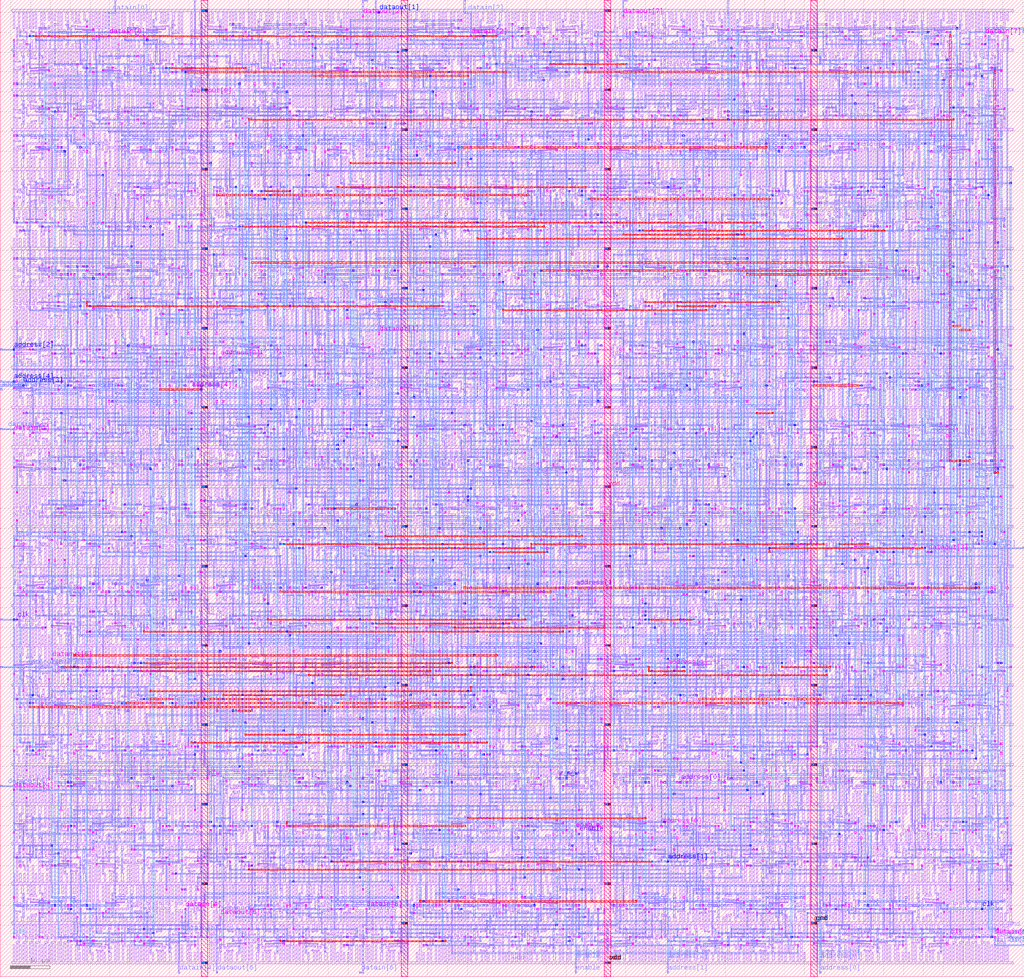
<source format=lef>
VERSION 5.7 ;
  NOWIREEXTENSIONATPIN ON ;
  DIVIDERCHAR "/" ;
  BUSBITCHARS "[]" ;
MACRO ram32_sram
  CLASS BLOCK ;
  FOREIGN ram32_sram ;
  ORIGIN 2.600 3.000 ;
  SIZE 258.000 BY 246.200 ;
  PIN vdd
    USE POWER ;
    PORT
      LAYER metal1 ;
        RECT 0.200 240.200 252.600 240.800 ;
        RECT 0.600 235.900 1.000 240.200 ;
        RECT 4.600 236.500 5.000 240.200 ;
        RECT 6.200 235.900 6.600 240.200 ;
        RECT 8.300 237.900 8.700 240.200 ;
        RECT 9.400 237.900 9.800 240.200 ;
        RECT 11.000 237.900 11.400 240.200 ;
        RECT 12.600 235.900 13.000 240.200 ;
        RECT 15.400 237.900 15.800 240.200 ;
        RECT 17.000 237.900 17.400 240.200 ;
        RECT 19.800 236.000 20.200 240.200 ;
        RECT 21.400 235.900 21.800 240.200 ;
        RECT 23.000 236.500 23.400 240.200 ;
        RECT 24.600 235.900 25.000 240.200 ;
        RECT 26.200 235.900 26.600 240.200 ;
        RECT 27.800 235.900 28.200 240.200 ;
        RECT 28.600 235.900 29.000 240.200 ;
        RECT 30.700 237.900 31.100 240.200 ;
        RECT 31.800 237.900 32.200 240.200 ;
        RECT 33.400 237.900 33.800 240.200 ;
        RECT 35.000 236.000 35.400 240.200 ;
        RECT 37.800 237.900 38.200 240.200 ;
        RECT 39.400 237.900 39.800 240.200 ;
        RECT 42.200 235.900 42.600 240.200 ;
        RECT 46.200 235.900 46.600 240.200 ;
        RECT 49.000 237.900 49.400 240.200 ;
        RECT 50.600 237.900 51.000 240.200 ;
        RECT 53.400 236.000 53.800 240.200 ;
        RECT 55.000 237.900 55.400 240.200 ;
        RECT 56.600 237.900 57.000 240.200 ;
        RECT 57.700 237.900 58.100 240.200 ;
        RECT 59.800 235.900 60.200 240.200 ;
        RECT 61.400 236.000 61.800 240.200 ;
        RECT 64.200 237.900 64.600 240.200 ;
        RECT 65.800 237.900 66.200 240.200 ;
        RECT 68.600 235.900 69.000 240.200 ;
        RECT 70.200 237.900 70.600 240.200 ;
        RECT 71.800 237.900 72.200 240.200 ;
        RECT 72.900 237.900 73.300 240.200 ;
        RECT 75.000 235.900 75.400 240.200 ;
        RECT 76.600 235.900 77.000 240.200 ;
        RECT 79.400 237.900 79.800 240.200 ;
        RECT 81.000 237.900 81.400 240.200 ;
        RECT 83.800 236.000 84.200 240.200 ;
        RECT 86.200 236.500 86.600 240.200 ;
        RECT 87.800 235.900 88.200 240.200 ;
        RECT 89.400 236.500 89.800 240.200 ;
        RECT 91.000 235.900 91.400 240.200 ;
        RECT 92.600 235.900 93.000 240.200 ;
        RECT 94.200 235.900 94.600 240.200 ;
        RECT 95.800 235.900 96.200 240.200 ;
        RECT 97.400 235.900 97.800 240.200 ;
        RECT 100.600 236.000 101.000 240.200 ;
        RECT 103.400 237.900 103.800 240.200 ;
        RECT 105.000 237.900 105.400 240.200 ;
        RECT 107.800 235.900 108.200 240.200 ;
        RECT 109.400 235.900 109.800 240.200 ;
        RECT 111.500 237.900 111.900 240.200 ;
        RECT 112.600 235.900 113.000 240.200 ;
        RECT 114.200 235.900 114.600 240.200 ;
        RECT 115.800 235.900 116.200 240.200 ;
        RECT 117.400 236.000 117.800 240.200 ;
        RECT 120.200 237.900 120.600 240.200 ;
        RECT 121.800 237.900 122.200 240.200 ;
        RECT 124.600 235.900 125.000 240.200 ;
        RECT 126.200 237.900 126.600 240.200 ;
        RECT 127.800 237.900 128.200 240.200 ;
        RECT 128.900 237.900 129.300 240.200 ;
        RECT 131.000 235.900 131.400 240.200 ;
        RECT 131.800 235.900 132.200 240.200 ;
        RECT 133.900 237.900 134.300 240.200 ;
        RECT 135.000 237.900 135.400 240.200 ;
        RECT 136.600 237.900 137.000 240.200 ;
        RECT 138.200 236.000 138.600 240.200 ;
        RECT 141.000 237.900 141.400 240.200 ;
        RECT 142.600 237.900 143.000 240.200 ;
        RECT 145.400 235.900 145.800 240.200 ;
        RECT 147.800 236.500 148.200 240.200 ;
        RECT 153.400 235.900 153.800 240.200 ;
        RECT 155.000 236.500 155.400 240.200 ;
        RECT 156.600 235.900 157.000 240.200 ;
        RECT 158.700 237.900 159.100 240.200 ;
        RECT 159.800 237.900 160.200 240.200 ;
        RECT 161.400 237.900 161.800 240.200 ;
        RECT 163.000 235.900 163.400 240.200 ;
        RECT 165.800 237.900 166.200 240.200 ;
        RECT 167.400 237.900 167.800 240.200 ;
        RECT 170.200 236.000 170.600 240.200 ;
        RECT 172.600 235.900 173.000 240.200 ;
        RECT 175.400 237.900 175.800 240.200 ;
        RECT 177.000 237.900 177.400 240.200 ;
        RECT 179.800 236.000 180.200 240.200 ;
        RECT 182.200 236.000 182.600 240.200 ;
        RECT 185.000 237.900 185.400 240.200 ;
        RECT 186.600 237.900 187.000 240.200 ;
        RECT 189.400 235.900 189.800 240.200 ;
        RECT 191.000 235.900 191.400 240.200 ;
        RECT 193.100 237.900 193.500 240.200 ;
        RECT 195.000 236.000 195.400 240.200 ;
        RECT 197.800 237.900 198.200 240.200 ;
        RECT 199.400 237.900 199.800 240.200 ;
        RECT 202.200 235.900 202.600 240.200 ;
        RECT 205.400 237.900 205.800 240.200 ;
        RECT 207.000 237.900 207.400 240.200 ;
        RECT 208.100 237.900 208.500 240.200 ;
        RECT 210.200 235.900 210.600 240.200 ;
        RECT 211.800 236.000 212.200 240.200 ;
        RECT 214.600 237.900 215.000 240.200 ;
        RECT 216.200 237.900 216.600 240.200 ;
        RECT 219.000 235.900 219.400 240.200 ;
        RECT 220.600 237.900 221.000 240.200 ;
        RECT 222.200 237.900 222.600 240.200 ;
        RECT 223.800 236.000 224.200 240.200 ;
        RECT 226.600 237.900 227.000 240.200 ;
        RECT 228.200 237.900 228.600 240.200 ;
        RECT 231.000 235.900 231.400 240.200 ;
        RECT 233.400 236.000 233.800 240.200 ;
        RECT 236.200 237.900 236.600 240.200 ;
        RECT 237.800 237.900 238.200 240.200 ;
        RECT 240.600 235.900 241.000 240.200 ;
        RECT 242.200 235.900 242.600 240.200 ;
        RECT 243.800 235.900 244.200 240.200 ;
        RECT 245.400 235.900 245.800 240.200 ;
        RECT 246.200 235.900 246.600 240.200 ;
        RECT 248.300 237.900 248.700 240.200 ;
        RECT 249.400 237.900 249.800 240.200 ;
        RECT 251.000 237.900 251.400 240.200 ;
        RECT 1.400 220.800 1.800 225.100 ;
        RECT 4.200 220.800 4.600 223.100 ;
        RECT 5.800 220.800 6.200 223.100 ;
        RECT 8.600 220.800 9.000 225.000 ;
        RECT 10.200 220.800 10.600 225.100 ;
        RECT 11.800 220.800 12.200 225.100 ;
        RECT 13.400 220.800 13.800 225.100 ;
        RECT 15.000 220.800 15.400 225.100 ;
        RECT 16.600 220.800 17.000 225.100 ;
        RECT 17.400 220.800 17.800 225.100 ;
        RECT 19.500 220.800 19.900 223.100 ;
        RECT 20.600 220.800 21.000 223.100 ;
        RECT 22.200 220.800 22.600 223.100 ;
        RECT 23.800 220.800 24.200 225.000 ;
        RECT 26.600 220.800 27.000 223.100 ;
        RECT 28.200 220.800 28.600 223.100 ;
        RECT 31.000 220.800 31.400 225.100 ;
        RECT 33.400 220.800 33.800 224.900 ;
        RECT 36.000 220.800 36.400 225.100 ;
        RECT 37.400 220.800 37.800 225.100 ;
        RECT 39.500 220.800 39.900 223.100 ;
        RECT 40.600 220.800 41.000 223.100 ;
        RECT 42.200 220.800 42.600 223.100 ;
        RECT 43.800 220.800 44.200 225.000 ;
        RECT 46.600 220.800 47.000 223.100 ;
        RECT 48.200 220.800 48.600 223.100 ;
        RECT 51.000 220.800 51.400 225.100 ;
        RECT 55.000 220.800 55.400 224.900 ;
        RECT 57.600 220.800 58.000 225.100 ;
        RECT 59.800 220.800 60.200 224.900 ;
        RECT 62.400 220.800 62.800 225.100 ;
        RECT 64.600 220.800 65.000 224.900 ;
        RECT 67.200 220.800 67.600 225.100 ;
        RECT 68.600 220.800 69.000 225.100 ;
        RECT 70.200 220.800 70.600 225.100 ;
        RECT 71.800 220.800 72.200 225.100 ;
        RECT 73.400 220.800 73.800 225.100 ;
        RECT 75.000 220.800 75.400 225.100 ;
        RECT 76.600 220.800 77.000 225.100 ;
        RECT 79.400 220.800 79.800 223.100 ;
        RECT 81.000 220.800 81.400 223.100 ;
        RECT 83.800 220.800 84.200 225.000 ;
        RECT 85.400 220.800 85.800 223.100 ;
        RECT 87.000 220.800 87.400 223.100 ;
        RECT 88.100 220.800 88.500 223.100 ;
        RECT 90.200 220.800 90.600 225.100 ;
        RECT 91.600 220.800 92.000 225.100 ;
        RECT 94.200 220.800 94.600 224.900 ;
        RECT 98.200 220.800 98.600 225.100 ;
        RECT 101.000 220.800 101.400 223.100 ;
        RECT 102.600 220.800 103.000 223.100 ;
        RECT 105.400 220.800 105.800 225.000 ;
        RECT 107.000 220.800 107.400 225.100 ;
        RECT 109.100 220.800 109.500 223.100 ;
        RECT 110.200 220.800 110.600 223.100 ;
        RECT 111.800 220.800 112.200 223.100 ;
        RECT 112.900 220.800 113.300 223.100 ;
        RECT 115.000 220.800 115.400 225.100 ;
        RECT 115.800 220.800 116.200 225.100 ;
        RECT 119.800 220.800 120.200 224.500 ;
        RECT 121.400 220.800 121.800 223.100 ;
        RECT 123.000 220.800 123.400 223.100 ;
        RECT 124.400 220.800 124.800 225.100 ;
        RECT 127.000 220.800 127.400 224.900 ;
        RECT 129.400 220.800 129.800 225.100 ;
        RECT 132.200 220.800 132.600 223.100 ;
        RECT 133.800 220.800 134.200 223.100 ;
        RECT 136.600 220.800 137.000 225.000 ;
        RECT 138.200 220.800 138.600 225.100 ;
        RECT 140.300 220.800 140.700 223.100 ;
        RECT 141.400 220.800 141.800 223.100 ;
        RECT 143.000 220.800 143.400 223.100 ;
        RECT 144.400 220.800 144.800 225.100 ;
        RECT 147.000 220.800 147.400 224.900 ;
        RECT 151.000 220.800 151.400 225.100 ;
        RECT 153.800 220.800 154.200 223.100 ;
        RECT 155.400 220.800 155.800 223.100 ;
        RECT 158.200 220.800 158.600 225.000 ;
        RECT 160.600 220.800 161.000 224.500 ;
        RECT 164.600 220.800 165.000 225.100 ;
        RECT 165.400 220.800 165.800 225.100 ;
        RECT 167.000 220.800 167.400 225.100 ;
        RECT 168.600 220.800 169.000 225.100 ;
        RECT 170.200 220.800 170.600 225.100 ;
        RECT 171.800 220.800 172.200 225.100 ;
        RECT 173.400 220.800 173.800 225.000 ;
        RECT 176.200 220.800 176.600 223.100 ;
        RECT 177.800 220.800 178.200 223.100 ;
        RECT 180.600 220.800 181.000 225.100 ;
        RECT 183.000 220.800 183.400 224.900 ;
        RECT 185.600 220.800 186.000 225.100 ;
        RECT 187.600 220.800 188.000 225.100 ;
        RECT 190.200 220.800 190.600 224.900 ;
        RECT 192.600 220.800 193.000 224.900 ;
        RECT 195.200 220.800 195.600 225.100 ;
        RECT 196.600 220.800 197.000 225.100 ;
        RECT 198.700 220.800 199.100 223.100 ;
        RECT 199.800 220.800 200.200 223.100 ;
        RECT 201.400 220.800 201.800 223.100 ;
        RECT 203.800 220.800 204.200 223.100 ;
        RECT 205.400 220.800 205.800 223.100 ;
        RECT 207.000 220.800 207.400 225.000 ;
        RECT 209.800 220.800 210.200 223.100 ;
        RECT 211.400 220.800 211.800 223.100 ;
        RECT 214.200 220.800 214.600 225.100 ;
        RECT 216.600 220.800 217.000 224.900 ;
        RECT 219.200 220.800 219.600 225.100 ;
        RECT 221.200 220.800 221.600 225.100 ;
        RECT 223.800 220.800 224.200 224.900 ;
        RECT 225.400 220.800 225.800 225.100 ;
        RECT 227.500 220.800 227.900 223.100 ;
        RECT 228.600 220.800 229.000 223.100 ;
        RECT 230.200 220.800 230.600 223.100 ;
        RECT 231.800 220.800 232.200 225.100 ;
        RECT 234.600 220.800 235.000 223.100 ;
        RECT 236.200 220.800 236.600 223.100 ;
        RECT 239.000 220.800 239.400 225.000 ;
        RECT 241.400 220.800 241.800 225.100 ;
        RECT 244.200 220.800 244.600 223.100 ;
        RECT 245.800 220.800 246.200 223.100 ;
        RECT 248.600 220.800 249.000 225.000 ;
        RECT 0.200 220.200 252.600 220.800 ;
        RECT 1.400 215.900 1.800 220.200 ;
        RECT 4.200 217.900 4.600 220.200 ;
        RECT 5.800 217.900 6.200 220.200 ;
        RECT 8.600 216.000 9.000 220.200 ;
        RECT 10.200 215.900 10.600 220.200 ;
        RECT 12.300 217.900 12.700 220.200 ;
        RECT 13.400 217.900 13.800 220.200 ;
        RECT 15.000 217.900 15.400 220.200 ;
        RECT 16.600 216.000 17.000 220.200 ;
        RECT 19.400 217.900 19.800 220.200 ;
        RECT 21.000 217.900 21.400 220.200 ;
        RECT 23.800 215.900 24.200 220.200 ;
        RECT 26.000 215.900 26.400 220.200 ;
        RECT 28.600 216.100 29.000 220.200 ;
        RECT 31.800 215.900 32.200 220.200 ;
        RECT 34.200 216.500 34.600 220.200 ;
        RECT 36.600 215.900 37.000 220.200 ;
        RECT 39.400 217.900 39.800 220.200 ;
        RECT 41.000 217.900 41.400 220.200 ;
        RECT 43.800 216.000 44.200 220.200 ;
        RECT 46.200 216.500 46.600 220.200 ;
        RECT 50.200 215.900 50.600 220.200 ;
        RECT 53.000 217.900 53.400 220.200 ;
        RECT 54.600 217.900 55.000 220.200 ;
        RECT 57.400 216.000 57.800 220.200 ;
        RECT 59.800 215.900 60.200 220.200 ;
        RECT 62.600 217.900 63.000 220.200 ;
        RECT 64.200 217.900 64.600 220.200 ;
        RECT 67.000 216.000 67.400 220.200 ;
        RECT 68.900 217.900 69.300 220.200 ;
        RECT 71.000 215.900 71.400 220.200 ;
        RECT 72.600 216.500 73.000 220.200 ;
        RECT 75.800 216.500 76.200 220.200 ;
        RECT 77.400 215.900 77.800 220.200 ;
        RECT 78.200 215.900 78.600 220.200 ;
        RECT 79.800 216.500 80.200 220.200 ;
        RECT 82.200 216.000 82.600 220.200 ;
        RECT 85.000 217.900 85.400 220.200 ;
        RECT 86.600 217.900 87.000 220.200 ;
        RECT 89.400 215.900 89.800 220.200 ;
        RECT 91.000 215.900 91.400 220.200 ;
        RECT 93.100 217.900 93.500 220.200 ;
        RECT 94.200 217.900 94.600 220.200 ;
        RECT 95.800 217.900 96.200 220.200 ;
        RECT 97.200 215.900 97.600 220.200 ;
        RECT 99.800 216.100 100.200 220.200 ;
        RECT 103.300 217.900 103.700 220.200 ;
        RECT 105.400 215.900 105.800 220.200 ;
        RECT 106.200 217.900 106.600 220.200 ;
        RECT 107.800 217.900 108.200 220.200 ;
        RECT 109.400 215.900 109.800 220.200 ;
        RECT 112.200 217.900 112.600 220.200 ;
        RECT 113.800 217.900 114.200 220.200 ;
        RECT 116.600 216.000 117.000 220.200 ;
        RECT 118.200 217.900 118.600 220.200 ;
        RECT 119.800 217.900 120.200 220.200 ;
        RECT 121.400 215.900 121.800 220.200 ;
        RECT 124.200 217.900 124.600 220.200 ;
        RECT 125.800 217.900 126.200 220.200 ;
        RECT 128.600 216.000 129.000 220.200 ;
        RECT 130.200 215.900 130.600 220.200 ;
        RECT 132.300 217.900 132.700 220.200 ;
        RECT 133.400 217.900 133.800 220.200 ;
        RECT 135.000 217.900 135.400 220.200 ;
        RECT 136.600 216.000 137.000 220.200 ;
        RECT 139.400 217.900 139.800 220.200 ;
        RECT 141.000 217.900 141.400 220.200 ;
        RECT 143.800 215.900 144.200 220.200 ;
        RECT 146.200 215.900 146.600 220.200 ;
        RECT 149.000 217.900 149.400 220.200 ;
        RECT 150.600 217.900 151.000 220.200 ;
        RECT 153.400 216.000 153.800 220.200 ;
        RECT 156.600 215.900 157.000 220.200 ;
        RECT 158.700 217.900 159.100 220.200 ;
        RECT 159.800 217.900 160.200 220.200 ;
        RECT 161.400 217.900 161.800 220.200 ;
        RECT 162.200 215.900 162.600 220.200 ;
        RECT 164.300 217.900 164.700 220.200 ;
        RECT 165.400 217.900 165.800 220.200 ;
        RECT 167.000 217.900 167.400 220.200 ;
        RECT 168.600 216.000 169.000 220.200 ;
        RECT 171.400 217.900 171.800 220.200 ;
        RECT 173.000 217.900 173.400 220.200 ;
        RECT 175.800 215.900 176.200 220.200 ;
        RECT 177.400 215.900 177.800 220.200 ;
        RECT 179.000 216.500 179.400 220.200 ;
        RECT 180.600 217.900 181.000 220.200 ;
        RECT 182.200 217.900 182.600 220.200 ;
        RECT 183.800 215.900 184.200 220.200 ;
        RECT 186.600 217.900 187.000 220.200 ;
        RECT 188.200 217.900 188.600 220.200 ;
        RECT 191.000 216.000 191.400 220.200 ;
        RECT 192.600 215.900 193.000 220.200 ;
        RECT 194.200 215.900 194.600 220.200 ;
        RECT 195.800 215.900 196.200 220.200 ;
        RECT 197.400 215.900 197.800 220.200 ;
        RECT 199.000 215.900 199.400 220.200 ;
        RECT 200.600 216.500 201.000 220.200 ;
        RECT 202.200 215.900 202.600 220.200 ;
        RECT 204.600 215.900 205.000 220.200 ;
        RECT 206.700 217.900 207.100 220.200 ;
        RECT 207.800 217.900 208.200 220.200 ;
        RECT 209.400 217.900 209.800 220.200 ;
        RECT 210.200 215.900 210.600 220.200 ;
        RECT 211.800 215.900 212.200 220.200 ;
        RECT 213.400 215.900 213.800 220.200 ;
        RECT 215.000 215.900 215.400 220.200 ;
        RECT 216.600 215.900 217.000 220.200 ;
        RECT 217.400 217.900 217.800 220.200 ;
        RECT 219.000 217.900 219.400 220.200 ;
        RECT 220.100 217.900 220.500 220.200 ;
        RECT 222.200 215.900 222.600 220.200 ;
        RECT 223.800 216.000 224.200 220.200 ;
        RECT 226.600 217.900 227.000 220.200 ;
        RECT 228.200 217.900 228.600 220.200 ;
        RECT 231.000 215.900 231.400 220.200 ;
        RECT 232.900 217.900 233.300 220.200 ;
        RECT 235.000 215.900 235.400 220.200 ;
        RECT 235.800 217.900 236.200 220.200 ;
        RECT 237.400 217.900 237.800 220.200 ;
        RECT 238.500 217.900 238.900 220.200 ;
        RECT 240.600 215.900 241.000 220.200 ;
        RECT 242.200 215.900 242.600 220.200 ;
        RECT 245.000 217.900 245.400 220.200 ;
        RECT 246.600 217.900 247.000 220.200 ;
        RECT 249.400 216.000 249.800 220.200 ;
        RECT 1.400 200.800 1.800 205.100 ;
        RECT 4.200 200.800 4.600 203.100 ;
        RECT 5.800 200.800 6.200 203.100 ;
        RECT 8.600 200.800 9.000 205.000 ;
        RECT 10.200 200.800 10.600 205.100 ;
        RECT 12.300 200.800 12.700 203.100 ;
        RECT 13.400 200.800 13.800 203.100 ;
        RECT 15.000 200.800 15.400 203.100 ;
        RECT 15.800 200.800 16.200 205.100 ;
        RECT 17.900 200.800 18.300 203.100 ;
        RECT 19.000 200.800 19.400 203.100 ;
        RECT 20.600 200.800 21.000 203.100 ;
        RECT 22.200 200.800 22.600 204.900 ;
        RECT 24.800 200.800 25.200 205.100 ;
        RECT 27.000 200.800 27.400 205.100 ;
        RECT 29.800 200.800 30.200 203.100 ;
        RECT 31.400 200.800 31.800 203.100 ;
        RECT 34.200 200.800 34.600 205.000 ;
        RECT 35.800 200.800 36.200 203.100 ;
        RECT 37.400 200.800 37.800 203.100 ;
        RECT 38.500 200.800 38.900 203.100 ;
        RECT 40.600 200.800 41.000 205.100 ;
        RECT 42.200 200.800 42.600 205.000 ;
        RECT 45.000 200.800 45.400 203.100 ;
        RECT 46.600 200.800 47.000 203.100 ;
        RECT 49.400 200.800 49.800 205.100 ;
        RECT 52.600 200.800 53.000 203.100 ;
        RECT 54.200 200.800 54.600 203.100 ;
        RECT 55.800 200.800 56.200 204.500 ;
        RECT 58.800 200.800 59.200 205.100 ;
        RECT 61.400 200.800 61.800 204.900 ;
        RECT 63.000 200.800 63.400 203.100 ;
        RECT 64.600 200.800 65.000 203.100 ;
        RECT 66.200 200.800 66.600 205.100 ;
        RECT 69.000 200.800 69.400 203.100 ;
        RECT 70.600 200.800 71.000 203.100 ;
        RECT 73.400 200.800 73.800 205.000 ;
        RECT 75.000 200.800 75.400 205.100 ;
        RECT 77.400 200.800 77.800 203.100 ;
        RECT 79.000 200.800 79.400 203.100 ;
        RECT 80.600 200.800 81.000 205.000 ;
        RECT 83.400 200.800 83.800 203.100 ;
        RECT 85.000 200.800 85.400 203.100 ;
        RECT 87.800 200.800 88.200 205.100 ;
        RECT 90.200 200.800 90.600 204.900 ;
        RECT 92.800 200.800 93.200 205.100 ;
        RECT 94.800 200.800 95.200 205.100 ;
        RECT 97.400 200.800 97.800 204.900 ;
        RECT 100.600 200.800 101.000 203.100 ;
        RECT 102.200 200.800 102.600 203.100 ;
        RECT 103.800 200.800 104.200 205.100 ;
        RECT 106.600 200.800 107.000 203.100 ;
        RECT 108.200 200.800 108.600 203.100 ;
        RECT 111.000 200.800 111.400 205.000 ;
        RECT 113.400 200.800 113.800 204.900 ;
        RECT 116.000 200.800 116.400 205.100 ;
        RECT 118.200 200.800 118.600 204.500 ;
        RECT 119.800 200.800 120.200 205.100 ;
        RECT 121.400 200.800 121.800 204.500 ;
        RECT 124.600 200.800 125.000 204.900 ;
        RECT 127.200 200.800 127.600 205.100 ;
        RECT 129.400 200.800 129.800 205.100 ;
        RECT 132.200 200.800 132.600 203.100 ;
        RECT 133.800 200.800 134.200 203.100 ;
        RECT 136.600 200.800 137.000 205.000 ;
        RECT 138.200 200.800 138.600 205.100 ;
        RECT 142.200 200.800 142.600 204.500 ;
        RECT 145.400 200.800 145.800 205.100 ;
        RECT 147.800 200.800 148.200 204.500 ;
        RECT 151.800 200.800 152.200 205.000 ;
        RECT 154.600 200.800 155.000 203.100 ;
        RECT 156.200 200.800 156.600 203.100 ;
        RECT 159.000 200.800 159.400 205.100 ;
        RECT 161.400 200.800 161.800 204.900 ;
        RECT 164.000 200.800 164.400 205.100 ;
        RECT 165.400 200.800 165.800 205.100 ;
        RECT 167.500 200.800 167.900 203.100 ;
        RECT 168.600 200.800 169.000 203.100 ;
        RECT 170.200 200.800 170.600 203.100 ;
        RECT 171.800 200.800 172.200 205.000 ;
        RECT 174.600 200.800 175.000 203.100 ;
        RECT 176.200 200.800 176.600 203.100 ;
        RECT 179.000 200.800 179.400 205.100 ;
        RECT 182.200 200.800 182.600 204.500 ;
        RECT 184.400 200.800 184.800 205.100 ;
        RECT 187.000 200.800 187.400 204.900 ;
        RECT 189.200 200.800 189.600 205.100 ;
        RECT 191.800 200.800 192.200 204.900 ;
        RECT 195.000 200.800 195.400 205.100 ;
        RECT 197.400 200.800 197.800 204.500 ;
        RECT 199.000 200.800 199.400 205.100 ;
        RECT 201.100 200.800 201.500 203.100 ;
        RECT 204.600 200.800 205.000 205.100 ;
        RECT 207.400 200.800 207.800 203.100 ;
        RECT 209.000 200.800 209.400 203.100 ;
        RECT 211.800 200.800 212.200 205.000 ;
        RECT 213.400 200.800 213.800 205.100 ;
        RECT 215.000 200.800 215.400 205.100 ;
        RECT 216.600 200.800 217.000 205.100 ;
        RECT 218.200 200.800 218.600 205.100 ;
        RECT 219.800 200.800 220.200 205.100 ;
        RECT 221.200 200.800 221.600 205.100 ;
        RECT 223.800 200.800 224.200 204.900 ;
        RECT 226.200 200.800 226.600 204.900 ;
        RECT 228.800 200.800 229.200 205.100 ;
        RECT 230.200 200.800 230.600 203.100 ;
        RECT 231.800 200.800 232.200 203.100 ;
        RECT 233.400 200.800 233.800 205.100 ;
        RECT 236.200 200.800 236.600 203.100 ;
        RECT 237.800 200.800 238.200 203.100 ;
        RECT 240.600 200.800 241.000 205.000 ;
        RECT 242.200 200.800 242.600 203.100 ;
        RECT 243.800 200.800 244.200 203.100 ;
        RECT 244.600 200.800 245.000 205.100 ;
        RECT 247.800 200.800 248.200 204.500 ;
        RECT 0.200 200.200 252.600 200.800 ;
        RECT 1.400 195.900 1.800 200.200 ;
        RECT 4.200 197.900 4.600 200.200 ;
        RECT 5.800 197.900 6.200 200.200 ;
        RECT 8.600 196.000 9.000 200.200 ;
        RECT 11.000 196.000 11.400 200.200 ;
        RECT 13.800 197.900 14.200 200.200 ;
        RECT 15.400 197.900 15.800 200.200 ;
        RECT 18.200 195.900 18.600 200.200 ;
        RECT 19.800 195.900 20.200 200.200 ;
        RECT 21.400 195.900 21.800 200.200 ;
        RECT 23.000 195.900 23.400 200.200 ;
        RECT 24.600 195.900 25.000 200.200 ;
        RECT 26.200 195.900 26.600 200.200 ;
        RECT 27.000 197.900 27.400 200.200 ;
        RECT 28.600 197.900 29.000 200.200 ;
        RECT 29.700 197.900 30.100 200.200 ;
        RECT 31.800 195.900 32.200 200.200 ;
        RECT 33.400 196.000 33.800 200.200 ;
        RECT 36.200 197.900 36.600 200.200 ;
        RECT 37.800 197.900 38.200 200.200 ;
        RECT 40.600 195.900 41.000 200.200 ;
        RECT 42.200 195.900 42.600 200.200 ;
        RECT 43.800 196.500 44.200 200.200 ;
        RECT 46.200 196.100 46.600 200.200 ;
        RECT 48.800 195.900 49.200 200.200 ;
        RECT 52.600 196.100 53.000 200.200 ;
        RECT 55.200 195.900 55.600 200.200 ;
        RECT 56.600 197.900 57.000 200.200 ;
        RECT 58.200 197.900 58.600 200.200 ;
        RECT 59.300 197.900 59.700 200.200 ;
        RECT 61.400 195.900 61.800 200.200 ;
        RECT 62.200 195.900 62.600 200.200 ;
        RECT 64.300 197.900 64.700 200.200 ;
        RECT 66.200 196.500 66.600 200.200 ;
        RECT 69.400 197.900 69.800 200.200 ;
        RECT 71.000 197.900 71.400 200.200 ;
        RECT 71.800 195.900 72.200 200.200 ;
        RECT 73.400 196.500 73.800 200.200 ;
        RECT 75.800 196.500 76.200 200.200 ;
        RECT 77.400 195.900 77.800 200.200 ;
        RECT 78.500 197.900 78.900 200.200 ;
        RECT 80.600 195.900 81.000 200.200 ;
        RECT 82.200 195.900 82.600 200.200 ;
        RECT 85.000 197.900 85.400 200.200 ;
        RECT 86.600 197.900 87.000 200.200 ;
        RECT 89.400 196.000 89.800 200.200 ;
        RECT 91.600 195.900 92.000 200.200 ;
        RECT 94.200 196.100 94.600 200.200 ;
        RECT 95.800 195.900 96.200 200.200 ;
        RECT 97.900 197.900 98.300 200.200 ;
        RECT 100.600 197.900 101.000 200.200 ;
        RECT 102.200 197.900 102.600 200.200 ;
        RECT 103.800 195.900 104.200 200.200 ;
        RECT 106.600 197.900 107.000 200.200 ;
        RECT 108.200 197.900 108.600 200.200 ;
        RECT 111.000 196.000 111.400 200.200 ;
        RECT 113.200 195.900 113.600 200.200 ;
        RECT 115.800 196.100 116.200 200.200 ;
        RECT 118.200 195.900 118.600 200.200 ;
        RECT 121.000 197.900 121.400 200.200 ;
        RECT 122.600 197.900 123.000 200.200 ;
        RECT 125.400 196.000 125.800 200.200 ;
        RECT 127.600 195.900 128.000 200.200 ;
        RECT 130.200 196.100 130.600 200.200 ;
        RECT 132.400 195.900 132.800 200.200 ;
        RECT 135.000 196.100 135.400 200.200 ;
        RECT 137.400 196.500 137.800 200.200 ;
        RECT 141.200 195.900 141.600 200.200 ;
        RECT 143.800 196.100 144.200 200.200 ;
        RECT 145.400 195.900 145.800 200.200 ;
        RECT 147.500 197.900 147.900 200.200 ;
        RECT 151.000 196.000 151.400 200.200 ;
        RECT 153.800 197.900 154.200 200.200 ;
        RECT 155.400 197.900 155.800 200.200 ;
        RECT 158.200 195.900 158.600 200.200 ;
        RECT 160.600 195.900 161.000 200.200 ;
        RECT 163.400 197.900 163.800 200.200 ;
        RECT 165.000 197.900 165.400 200.200 ;
        RECT 167.800 196.000 168.200 200.200 ;
        RECT 169.400 197.900 169.800 200.200 ;
        RECT 171.000 197.900 171.400 200.200 ;
        RECT 172.100 197.900 172.500 200.200 ;
        RECT 174.200 195.900 174.600 200.200 ;
        RECT 175.000 195.900 175.400 200.200 ;
        RECT 176.600 195.900 177.000 200.200 ;
        RECT 178.200 195.900 178.600 200.200 ;
        RECT 179.800 195.900 180.200 200.200 ;
        RECT 181.400 195.900 181.800 200.200 ;
        RECT 182.500 197.900 182.900 200.200 ;
        RECT 184.600 195.900 185.000 200.200 ;
        RECT 185.400 197.900 185.800 200.200 ;
        RECT 187.000 197.900 187.400 200.200 ;
        RECT 190.200 196.500 190.600 200.200 ;
        RECT 192.600 196.100 193.000 200.200 ;
        RECT 195.200 195.900 195.600 200.200 ;
        RECT 197.200 195.900 197.600 200.200 ;
        RECT 199.800 196.100 200.200 200.200 ;
        RECT 203.800 195.900 204.200 200.200 ;
        RECT 206.600 197.900 207.000 200.200 ;
        RECT 208.200 197.900 208.600 200.200 ;
        RECT 211.000 196.000 211.400 200.200 ;
        RECT 212.600 195.900 213.000 200.200 ;
        RECT 214.700 197.900 215.100 200.200 ;
        RECT 215.800 195.900 216.200 200.200 ;
        RECT 217.900 197.900 218.300 200.200 ;
        RECT 219.000 197.900 219.400 200.200 ;
        RECT 220.600 197.900 221.000 200.200 ;
        RECT 222.200 195.900 222.600 200.200 ;
        RECT 225.000 197.900 225.400 200.200 ;
        RECT 226.600 197.900 227.000 200.200 ;
        RECT 229.400 196.000 229.800 200.200 ;
        RECT 231.000 195.900 231.400 200.200 ;
        RECT 233.100 197.900 233.500 200.200 ;
        RECT 235.000 195.900 235.400 200.200 ;
        RECT 237.800 197.900 238.200 200.200 ;
        RECT 239.400 197.900 239.800 200.200 ;
        RECT 242.200 196.000 242.600 200.200 ;
        RECT 244.100 197.900 244.500 200.200 ;
        RECT 246.200 195.900 246.600 200.200 ;
        RECT 247.800 196.500 248.200 200.200 ;
        RECT 249.400 195.900 249.800 200.200 ;
        RECT 0.600 180.800 1.000 183.100 ;
        RECT 2.200 180.800 2.600 183.100 ;
        RECT 3.300 180.800 3.700 183.100 ;
        RECT 5.400 180.800 5.800 185.100 ;
        RECT 6.200 180.800 6.600 185.100 ;
        RECT 8.300 180.800 8.700 183.100 ;
        RECT 9.400 180.800 9.800 183.100 ;
        RECT 11.000 180.800 11.400 183.100 ;
        RECT 12.400 180.800 12.800 185.100 ;
        RECT 15.000 180.800 15.400 184.900 ;
        RECT 16.600 180.800 17.000 185.100 ;
        RECT 18.200 180.800 18.600 185.100 ;
        RECT 19.800 180.800 20.200 185.100 ;
        RECT 21.400 180.800 21.800 185.100 ;
        RECT 23.000 180.800 23.400 185.100 ;
        RECT 24.400 180.800 24.800 185.100 ;
        RECT 27.000 180.800 27.400 184.900 ;
        RECT 29.200 180.800 29.600 185.100 ;
        RECT 31.800 180.800 32.200 184.900 ;
        RECT 33.400 180.800 33.800 185.100 ;
        RECT 35.000 180.800 35.400 185.100 ;
        RECT 36.600 180.800 37.000 185.100 ;
        RECT 38.200 180.800 38.600 185.100 ;
        RECT 39.800 180.800 40.200 185.100 ;
        RECT 40.600 180.800 41.000 185.100 ;
        RECT 44.600 180.800 45.000 184.500 ;
        RECT 48.600 180.800 49.000 185.100 ;
        RECT 51.400 180.800 51.800 183.100 ;
        RECT 53.000 180.800 53.400 183.100 ;
        RECT 55.800 180.800 56.200 185.000 ;
        RECT 58.200 180.800 58.600 184.900 ;
        RECT 60.800 180.800 61.200 185.100 ;
        RECT 62.800 180.800 63.200 185.100 ;
        RECT 65.400 180.800 65.800 184.900 ;
        RECT 67.800 180.800 68.200 184.900 ;
        RECT 70.400 180.800 70.800 185.100 ;
        RECT 74.200 180.800 74.600 184.500 ;
        RECT 76.600 180.800 77.000 185.000 ;
        RECT 79.400 180.800 79.800 183.100 ;
        RECT 81.000 180.800 81.400 183.100 ;
        RECT 83.800 180.800 84.200 185.100 ;
        RECT 85.400 180.800 85.800 183.100 ;
        RECT 87.000 180.800 87.400 183.100 ;
        RECT 88.100 180.800 88.500 183.100 ;
        RECT 90.200 180.800 90.600 185.100 ;
        RECT 91.000 180.800 91.400 183.100 ;
        RECT 92.600 180.800 93.000 183.100 ;
        RECT 93.700 180.800 94.100 183.100 ;
        RECT 95.800 180.800 96.200 185.100 ;
        RECT 97.200 180.800 97.600 185.100 ;
        RECT 99.800 180.800 100.200 184.900 ;
        RECT 103.800 180.800 104.200 185.000 ;
        RECT 106.600 180.800 107.000 183.100 ;
        RECT 108.200 180.800 108.600 183.100 ;
        RECT 111.000 180.800 111.400 185.100 ;
        RECT 112.600 180.800 113.000 183.100 ;
        RECT 114.200 180.800 114.600 183.100 ;
        RECT 115.300 180.800 115.700 183.100 ;
        RECT 117.400 180.800 117.800 185.100 ;
        RECT 118.200 180.800 118.600 185.100 ;
        RECT 120.300 180.800 120.700 183.100 ;
        RECT 122.200 180.800 122.600 185.100 ;
        RECT 125.000 180.800 125.400 183.100 ;
        RECT 126.600 180.800 127.000 183.100 ;
        RECT 129.400 180.800 129.800 185.000 ;
        RECT 131.000 180.800 131.400 185.100 ;
        RECT 133.100 180.800 133.500 183.100 ;
        RECT 134.200 180.800 134.600 185.100 ;
        RECT 135.800 180.800 136.200 185.100 ;
        RECT 137.400 180.800 137.800 185.100 ;
        RECT 139.000 180.800 139.400 185.100 ;
        RECT 140.600 180.800 141.000 185.100 ;
        RECT 141.400 180.800 141.800 185.100 ;
        RECT 145.400 180.800 145.800 184.500 ;
        RECT 147.000 180.800 147.400 183.100 ;
        RECT 148.600 180.800 149.000 183.100 ;
        RECT 151.800 180.800 152.200 184.500 ;
        RECT 155.800 180.800 156.200 184.500 ;
        RECT 157.400 180.800 157.800 185.100 ;
        RECT 158.200 180.800 158.600 183.100 ;
        RECT 159.800 180.800 160.200 183.100 ;
        RECT 160.600 180.800 161.000 183.100 ;
        RECT 162.200 180.800 162.600 183.100 ;
        RECT 163.000 180.800 163.400 185.100 ;
        RECT 165.100 180.800 165.500 183.100 ;
        RECT 167.000 180.800 167.400 185.100 ;
        RECT 169.800 180.800 170.200 183.100 ;
        RECT 171.400 180.800 171.800 183.100 ;
        RECT 174.200 180.800 174.600 185.000 ;
        RECT 176.600 180.800 177.000 184.900 ;
        RECT 179.200 180.800 179.600 185.100 ;
        RECT 180.600 180.800 181.000 185.100 ;
        RECT 182.700 180.800 183.100 183.100 ;
        RECT 183.800 180.800 184.200 183.100 ;
        RECT 185.400 180.800 185.800 183.100 ;
        RECT 188.600 180.800 189.000 184.500 ;
        RECT 191.000 180.800 191.400 185.100 ;
        RECT 193.800 180.800 194.200 183.100 ;
        RECT 195.400 180.800 195.800 183.100 ;
        RECT 198.200 180.800 198.600 185.000 ;
        RECT 199.800 180.800 200.200 183.100 ;
        RECT 201.400 180.800 201.800 183.100 ;
        RECT 204.600 180.800 205.000 185.100 ;
        RECT 207.400 180.800 207.800 183.100 ;
        RECT 209.000 180.800 209.400 183.100 ;
        RECT 211.800 180.800 212.200 185.000 ;
        RECT 213.400 180.800 213.800 183.100 ;
        RECT 215.000 180.800 215.400 183.100 ;
        RECT 216.600 180.800 217.000 184.900 ;
        RECT 219.200 180.800 219.600 185.100 ;
        RECT 221.200 180.800 221.600 185.100 ;
        RECT 223.800 180.800 224.200 184.900 ;
        RECT 225.400 180.800 225.800 185.100 ;
        RECT 227.500 180.800 227.900 183.100 ;
        RECT 228.600 180.800 229.000 183.100 ;
        RECT 230.200 180.800 230.600 183.100 ;
        RECT 231.800 180.800 232.200 185.000 ;
        RECT 234.600 180.800 235.000 183.100 ;
        RECT 236.200 180.800 236.600 183.100 ;
        RECT 239.000 180.800 239.400 185.100 ;
        RECT 240.600 180.800 241.000 185.100 ;
        RECT 242.200 180.800 242.600 185.100 ;
        RECT 243.800 180.800 244.200 185.100 ;
        RECT 245.400 180.800 245.800 185.100 ;
        RECT 247.000 180.800 247.400 185.100 ;
        RECT 247.800 180.800 248.200 185.100 ;
        RECT 249.400 180.800 249.800 184.500 ;
        RECT 0.200 180.200 252.600 180.800 ;
        RECT 1.400 175.900 1.800 180.200 ;
        RECT 4.200 177.900 4.600 180.200 ;
        RECT 5.800 177.900 6.200 180.200 ;
        RECT 8.600 176.000 9.000 180.200 ;
        RECT 10.500 177.900 10.900 180.200 ;
        RECT 12.600 175.900 13.000 180.200 ;
        RECT 13.400 177.900 13.800 180.200 ;
        RECT 15.000 177.900 15.400 180.200 ;
        RECT 15.800 177.900 16.200 180.200 ;
        RECT 17.400 177.900 17.800 180.200 ;
        RECT 18.200 175.900 18.600 180.200 ;
        RECT 20.300 177.900 20.700 180.200 ;
        RECT 21.400 177.900 21.800 180.200 ;
        RECT 23.000 177.900 23.400 180.200 ;
        RECT 24.600 176.000 25.000 180.200 ;
        RECT 27.400 177.900 27.800 180.200 ;
        RECT 29.000 177.900 29.400 180.200 ;
        RECT 31.800 175.900 32.200 180.200 ;
        RECT 34.200 175.900 34.600 180.200 ;
        RECT 37.000 177.900 37.400 180.200 ;
        RECT 38.600 177.900 39.000 180.200 ;
        RECT 41.400 176.000 41.800 180.200 ;
        RECT 43.300 177.900 43.700 180.200 ;
        RECT 45.400 175.900 45.800 180.200 ;
        RECT 48.600 176.100 49.000 180.200 ;
        RECT 51.200 175.900 51.600 180.200 ;
        RECT 52.600 177.900 53.000 180.200 ;
        RECT 54.200 177.900 54.600 180.200 ;
        RECT 55.800 176.500 56.200 180.200 ;
        RECT 59.000 177.900 59.400 180.200 ;
        RECT 60.600 177.900 61.000 180.200 ;
        RECT 61.700 177.900 62.100 180.200 ;
        RECT 63.800 175.900 64.200 180.200 ;
        RECT 65.400 175.900 65.800 180.200 ;
        RECT 68.200 177.900 68.600 180.200 ;
        RECT 69.800 177.900 70.200 180.200 ;
        RECT 72.600 176.000 73.000 180.200 ;
        RECT 74.800 175.900 75.200 180.200 ;
        RECT 77.400 176.100 77.800 180.200 ;
        RECT 79.800 176.000 80.200 180.200 ;
        RECT 82.600 177.900 83.000 180.200 ;
        RECT 84.200 177.900 84.600 180.200 ;
        RECT 87.000 175.900 87.400 180.200 ;
        RECT 89.200 175.900 89.600 180.200 ;
        RECT 91.800 176.100 92.200 180.200 ;
        RECT 94.000 175.900 94.400 180.200 ;
        RECT 96.600 176.100 97.000 180.200 ;
        RECT 100.400 175.900 100.800 180.200 ;
        RECT 103.000 176.100 103.400 180.200 ;
        RECT 105.400 175.900 105.800 180.200 ;
        RECT 108.200 177.900 108.600 180.200 ;
        RECT 109.800 177.900 110.200 180.200 ;
        RECT 112.600 176.000 113.000 180.200 ;
        RECT 114.200 177.900 114.600 180.200 ;
        RECT 115.800 177.900 116.200 180.200 ;
        RECT 116.900 177.900 117.300 180.200 ;
        RECT 119.000 175.900 119.400 180.200 ;
        RECT 119.800 177.900 120.200 180.200 ;
        RECT 121.400 177.900 121.800 180.200 ;
        RECT 122.200 175.900 122.600 180.200 ;
        RECT 123.800 176.500 124.200 180.200 ;
        RECT 126.000 175.900 126.400 180.200 ;
        RECT 128.600 176.100 129.000 180.200 ;
        RECT 131.000 176.500 131.400 180.200 ;
        RECT 134.800 175.900 135.200 180.200 ;
        RECT 137.400 176.100 137.800 180.200 ;
        RECT 139.600 175.900 140.000 180.200 ;
        RECT 142.200 176.100 142.600 180.200 ;
        RECT 144.400 175.900 144.800 180.200 ;
        RECT 147.000 176.100 147.400 180.200 ;
        RECT 148.600 177.900 149.000 180.200 ;
        RECT 150.200 177.900 150.600 180.200 ;
        RECT 152.900 177.900 153.300 180.200 ;
        RECT 155.000 175.900 155.400 180.200 ;
        RECT 156.600 175.900 157.000 180.200 ;
        RECT 159.400 177.900 159.800 180.200 ;
        RECT 161.000 177.900 161.400 180.200 ;
        RECT 163.800 176.000 164.200 180.200 ;
        RECT 166.000 175.900 166.400 180.200 ;
        RECT 168.600 176.100 169.000 180.200 ;
        RECT 170.200 177.900 170.600 180.200 ;
        RECT 171.800 177.900 172.200 180.200 ;
        RECT 172.900 177.900 173.300 180.200 ;
        RECT 175.000 175.900 175.400 180.200 ;
        RECT 176.600 175.900 177.000 180.200 ;
        RECT 179.400 177.900 179.800 180.200 ;
        RECT 181.000 177.900 181.400 180.200 ;
        RECT 183.800 176.000 184.200 180.200 ;
        RECT 186.200 176.500 186.600 180.200 ;
        RECT 187.800 175.900 188.200 180.200 ;
        RECT 189.400 176.000 189.800 180.200 ;
        RECT 192.200 177.900 192.600 180.200 ;
        RECT 193.800 177.900 194.200 180.200 ;
        RECT 196.600 175.900 197.000 180.200 ;
        RECT 199.000 176.100 199.400 180.200 ;
        RECT 201.600 175.900 202.000 180.200 ;
        RECT 207.000 176.500 207.400 180.200 ;
        RECT 208.600 175.900 209.000 180.200 ;
        RECT 210.700 177.900 211.100 180.200 ;
        RECT 212.600 175.900 213.000 180.200 ;
        RECT 215.400 177.900 215.800 180.200 ;
        RECT 217.000 177.900 217.400 180.200 ;
        RECT 219.800 176.000 220.200 180.200 ;
        RECT 222.000 175.900 222.400 180.200 ;
        RECT 224.600 176.100 225.000 180.200 ;
        RECT 227.000 176.100 227.400 180.200 ;
        RECT 229.600 175.900 230.000 180.200 ;
        RECT 231.600 175.900 232.000 180.200 ;
        RECT 234.200 176.100 234.600 180.200 ;
        RECT 235.800 177.900 236.200 180.200 ;
        RECT 237.400 177.900 237.800 180.200 ;
        RECT 239.000 175.900 239.400 180.200 ;
        RECT 241.800 177.900 242.200 180.200 ;
        RECT 243.400 177.900 243.800 180.200 ;
        RECT 246.200 176.000 246.600 180.200 ;
        RECT 247.800 175.900 248.200 180.200 ;
        RECT 249.900 177.900 250.300 180.200 ;
        RECT 0.600 160.800 1.000 165.100 ;
        RECT 2.200 160.800 2.600 165.100 ;
        RECT 3.800 160.800 4.200 165.100 ;
        RECT 5.400 160.800 5.800 165.100 ;
        RECT 7.000 160.800 7.400 165.100 ;
        RECT 8.600 160.800 9.000 165.000 ;
        RECT 11.400 160.800 11.800 163.100 ;
        RECT 13.000 160.800 13.400 163.100 ;
        RECT 15.800 160.800 16.200 165.100 ;
        RECT 17.700 160.800 18.100 163.100 ;
        RECT 19.800 160.800 20.200 165.100 ;
        RECT 21.400 160.800 21.800 165.000 ;
        RECT 24.200 160.800 24.600 163.100 ;
        RECT 25.800 160.800 26.200 163.100 ;
        RECT 28.600 160.800 29.000 165.100 ;
        RECT 30.200 160.800 30.600 163.100 ;
        RECT 31.800 160.800 32.200 163.100 ;
        RECT 32.900 160.800 33.300 163.100 ;
        RECT 35.000 160.800 35.400 165.100 ;
        RECT 36.400 160.800 36.800 165.100 ;
        RECT 39.000 160.800 39.400 164.900 ;
        RECT 40.600 160.800 41.000 163.100 ;
        RECT 42.200 160.800 42.600 163.100 ;
        RECT 43.600 160.800 44.000 165.100 ;
        RECT 46.200 160.800 46.600 164.900 ;
        RECT 51.800 160.800 52.200 164.500 ;
        RECT 54.200 160.800 54.600 165.000 ;
        RECT 57.000 160.800 57.400 163.100 ;
        RECT 58.600 160.800 59.000 163.100 ;
        RECT 61.400 160.800 61.800 165.100 ;
        RECT 63.000 160.800 63.400 165.100 ;
        RECT 65.100 160.800 65.500 163.100 ;
        RECT 66.200 160.800 66.600 163.100 ;
        RECT 67.800 160.800 68.200 163.100 ;
        RECT 69.400 160.800 69.800 164.900 ;
        RECT 72.000 160.800 72.400 165.100 ;
        RECT 74.000 160.800 74.400 165.100 ;
        RECT 76.600 160.800 77.000 164.900 ;
        RECT 78.200 160.800 78.600 165.100 ;
        RECT 80.300 160.800 80.700 163.100 ;
        RECT 81.400 160.800 81.800 163.100 ;
        RECT 83.000 160.800 83.400 163.100 ;
        RECT 86.200 160.800 86.600 164.500 ;
        RECT 88.600 160.800 89.000 165.100 ;
        RECT 91.400 160.800 91.800 163.100 ;
        RECT 93.000 160.800 93.400 163.100 ;
        RECT 95.800 160.800 96.200 165.000 ;
        RECT 97.400 160.800 97.800 163.100 ;
        RECT 99.000 160.800 99.400 163.100 ;
        RECT 101.700 160.800 102.100 163.100 ;
        RECT 103.800 160.800 104.200 165.100 ;
        RECT 105.400 160.800 105.800 165.000 ;
        RECT 108.200 160.800 108.600 163.100 ;
        RECT 109.800 160.800 110.200 163.100 ;
        RECT 112.600 160.800 113.000 165.100 ;
        RECT 114.200 160.800 114.600 165.100 ;
        RECT 116.300 160.800 116.700 163.100 ;
        RECT 117.400 160.800 117.800 163.100 ;
        RECT 119.000 160.800 119.400 163.100 ;
        RECT 120.400 160.800 120.800 165.100 ;
        RECT 123.000 160.800 123.400 164.900 ;
        RECT 124.600 160.800 125.000 163.100 ;
        RECT 126.200 160.800 126.600 163.100 ;
        RECT 127.300 160.800 127.700 163.100 ;
        RECT 129.400 160.800 129.800 165.100 ;
        RECT 130.200 160.800 130.600 163.100 ;
        RECT 131.800 160.800 132.200 163.100 ;
        RECT 133.400 160.800 133.800 165.100 ;
        RECT 136.200 160.800 136.600 163.100 ;
        RECT 137.800 160.800 138.200 163.100 ;
        RECT 140.600 160.800 141.000 165.000 ;
        RECT 142.200 160.800 142.600 165.100 ;
        RECT 144.300 160.800 144.700 163.100 ;
        RECT 146.200 160.800 146.600 165.100 ;
        RECT 149.000 160.800 149.400 163.100 ;
        RECT 150.600 160.800 151.000 163.100 ;
        RECT 153.400 160.800 153.800 165.000 ;
        RECT 157.400 160.800 157.800 164.900 ;
        RECT 160.000 160.800 160.400 165.100 ;
        RECT 163.800 160.800 164.200 164.500 ;
        RECT 165.400 160.800 165.800 165.100 ;
        RECT 167.500 160.800 167.900 163.100 ;
        RECT 168.600 160.800 169.000 163.100 ;
        RECT 170.200 160.800 170.600 163.100 ;
        RECT 171.800 160.800 172.200 164.900 ;
        RECT 174.400 160.800 174.800 165.100 ;
        RECT 176.600 160.800 177.000 164.900 ;
        RECT 179.200 160.800 179.600 165.100 ;
        RECT 180.600 160.800 181.000 163.100 ;
        RECT 182.200 160.800 182.600 163.100 ;
        RECT 183.800 160.800 184.200 165.100 ;
        RECT 186.600 160.800 187.000 163.100 ;
        RECT 188.200 160.800 188.600 163.100 ;
        RECT 191.000 160.800 191.400 165.000 ;
        RECT 192.600 160.800 193.000 165.100 ;
        RECT 194.700 160.800 195.100 163.100 ;
        RECT 195.800 160.800 196.200 163.100 ;
        RECT 197.400 160.800 197.800 163.100 ;
        RECT 199.000 160.800 199.400 164.900 ;
        RECT 201.600 160.800 202.000 165.100 ;
        RECT 205.400 160.800 205.800 164.900 ;
        RECT 208.000 160.800 208.400 165.100 ;
        RECT 209.400 160.800 209.800 163.100 ;
        RECT 211.000 160.800 211.400 163.100 ;
        RECT 211.800 160.800 212.200 163.100 ;
        RECT 213.400 160.800 213.800 163.100 ;
        RECT 214.500 160.800 214.900 163.100 ;
        RECT 216.600 160.800 217.000 165.100 ;
        RECT 218.200 160.800 218.600 165.100 ;
        RECT 221.000 160.800 221.400 163.100 ;
        RECT 222.600 160.800 223.000 163.100 ;
        RECT 225.400 160.800 225.800 165.000 ;
        RECT 227.000 160.800 227.400 165.100 ;
        RECT 228.600 160.800 229.000 165.100 ;
        RECT 230.200 160.800 230.600 165.100 ;
        RECT 231.800 160.800 232.200 165.100 ;
        RECT 233.400 160.800 233.800 165.100 ;
        RECT 235.000 160.800 235.400 165.100 ;
        RECT 237.800 160.800 238.200 163.100 ;
        RECT 239.400 160.800 239.800 163.100 ;
        RECT 242.200 160.800 242.600 165.000 ;
        RECT 243.800 160.800 244.200 165.100 ;
        RECT 245.400 160.800 245.800 164.500 ;
        RECT 247.300 160.800 247.700 163.100 ;
        RECT 249.400 160.800 249.800 165.100 ;
        RECT 0.200 160.200 252.600 160.800 ;
        RECT 1.400 156.000 1.800 160.200 ;
        RECT 4.200 157.900 4.600 160.200 ;
        RECT 5.800 157.900 6.200 160.200 ;
        RECT 8.600 155.900 9.000 160.200 ;
        RECT 10.200 157.900 10.600 160.200 ;
        RECT 11.800 157.900 12.200 160.200 ;
        RECT 12.900 157.900 13.300 160.200 ;
        RECT 15.000 155.900 15.400 160.200 ;
        RECT 16.400 155.900 16.800 160.200 ;
        RECT 19.000 156.100 19.400 160.200 ;
        RECT 20.600 155.900 21.000 160.200 ;
        RECT 22.700 157.900 23.100 160.200 ;
        RECT 23.800 157.900 24.200 160.200 ;
        RECT 25.400 157.900 25.800 160.200 ;
        RECT 27.000 155.900 27.400 160.200 ;
        RECT 29.800 157.900 30.200 160.200 ;
        RECT 31.400 157.900 31.800 160.200 ;
        RECT 34.200 156.000 34.600 160.200 ;
        RECT 37.400 155.900 37.800 160.200 ;
        RECT 39.800 155.900 40.200 160.200 ;
        RECT 41.400 155.900 41.800 160.200 ;
        RECT 42.800 155.900 43.200 160.200 ;
        RECT 45.400 156.100 45.800 160.200 ;
        RECT 48.600 155.900 49.000 160.200 ;
        RECT 52.600 155.900 53.000 160.200 ;
        RECT 54.200 155.900 54.600 160.200 ;
        RECT 57.000 157.900 57.400 160.200 ;
        RECT 58.600 157.900 59.000 160.200 ;
        RECT 61.400 156.000 61.800 160.200 ;
        RECT 63.000 157.900 63.400 160.200 ;
        RECT 64.600 157.900 65.000 160.200 ;
        RECT 65.700 157.900 66.100 160.200 ;
        RECT 67.800 155.900 68.200 160.200 ;
        RECT 68.600 155.900 69.000 160.200 ;
        RECT 70.200 155.900 70.600 160.200 ;
        RECT 71.800 155.900 72.200 160.200 ;
        RECT 73.400 155.900 73.800 160.200 ;
        RECT 75.000 155.900 75.400 160.200 ;
        RECT 75.800 155.900 76.200 160.200 ;
        RECT 77.900 157.900 78.300 160.200 ;
        RECT 79.000 157.900 79.400 160.200 ;
        RECT 80.600 157.900 81.000 160.200 ;
        RECT 82.200 155.900 82.600 160.200 ;
        RECT 85.000 157.900 85.400 160.200 ;
        RECT 86.600 157.900 87.000 160.200 ;
        RECT 89.400 156.000 89.800 160.200 ;
        RECT 91.800 156.500 92.200 160.200 ;
        RECT 94.200 156.500 94.600 160.200 ;
        RECT 98.200 155.900 98.600 160.200 ;
        RECT 101.400 156.500 101.800 160.200 ;
        RECT 105.400 155.900 105.800 160.200 ;
        RECT 107.000 156.500 107.400 160.200 ;
        RECT 111.000 155.900 111.400 160.200 ;
        RECT 111.800 155.900 112.200 160.200 ;
        RECT 113.400 155.900 113.800 160.200 ;
        RECT 115.000 156.000 115.400 160.200 ;
        RECT 117.800 157.900 118.200 160.200 ;
        RECT 119.400 157.900 119.800 160.200 ;
        RECT 122.200 155.900 122.600 160.200 ;
        RECT 123.800 157.900 124.200 160.200 ;
        RECT 125.400 157.900 125.800 160.200 ;
        RECT 126.500 157.900 126.900 160.200 ;
        RECT 128.600 155.900 129.000 160.200 ;
        RECT 130.200 156.100 130.600 160.200 ;
        RECT 132.800 155.900 133.200 160.200 ;
        RECT 135.000 156.000 135.400 160.200 ;
        RECT 137.800 157.900 138.200 160.200 ;
        RECT 139.400 157.900 139.800 160.200 ;
        RECT 142.200 155.900 142.600 160.200 ;
        RECT 143.800 157.900 144.200 160.200 ;
        RECT 145.400 157.900 145.800 160.200 ;
        RECT 146.200 157.900 146.600 160.200 ;
        RECT 147.800 157.900 148.200 160.200 ;
        RECT 150.800 155.900 151.200 160.200 ;
        RECT 153.400 156.100 153.800 160.200 ;
        RECT 155.000 155.900 155.400 160.200 ;
        RECT 157.100 157.900 157.500 160.200 ;
        RECT 158.200 157.900 158.600 160.200 ;
        RECT 159.800 157.900 160.200 160.200 ;
        RECT 161.400 155.900 161.800 160.200 ;
        RECT 164.200 157.900 164.600 160.200 ;
        RECT 165.800 157.900 166.200 160.200 ;
        RECT 168.600 156.000 169.000 160.200 ;
        RECT 170.200 157.900 170.600 160.200 ;
        RECT 171.800 157.900 172.200 160.200 ;
        RECT 172.600 155.900 173.000 160.200 ;
        RECT 174.700 157.900 175.100 160.200 ;
        RECT 175.800 157.900 176.200 160.200 ;
        RECT 177.400 157.900 177.800 160.200 ;
        RECT 179.000 156.100 179.400 160.200 ;
        RECT 181.600 155.900 182.000 160.200 ;
        RECT 183.800 155.900 184.200 160.200 ;
        RECT 186.600 157.900 187.000 160.200 ;
        RECT 188.200 157.900 188.600 160.200 ;
        RECT 191.000 156.000 191.400 160.200 ;
        RECT 192.600 157.900 193.000 160.200 ;
        RECT 194.200 157.900 194.600 160.200 ;
        RECT 195.300 157.900 195.700 160.200 ;
        RECT 197.400 155.900 197.800 160.200 ;
        RECT 198.200 155.900 198.600 160.200 ;
        RECT 200.300 157.900 200.700 160.200 ;
        RECT 203.000 157.900 203.400 160.200 ;
        RECT 204.600 157.900 205.000 160.200 ;
        RECT 206.200 155.900 206.600 160.200 ;
        RECT 209.000 157.900 209.400 160.200 ;
        RECT 210.600 157.900 211.000 160.200 ;
        RECT 213.400 156.000 213.800 160.200 ;
        RECT 215.800 155.900 216.200 160.200 ;
        RECT 218.600 157.900 219.000 160.200 ;
        RECT 220.200 157.900 220.600 160.200 ;
        RECT 223.000 156.000 223.400 160.200 ;
        RECT 224.600 155.900 225.000 160.200 ;
        RECT 226.200 155.900 226.600 160.200 ;
        RECT 227.800 155.900 228.200 160.200 ;
        RECT 229.400 155.900 229.800 160.200 ;
        RECT 231.000 155.900 231.400 160.200 ;
        RECT 231.800 155.900 232.200 160.200 ;
        RECT 233.900 157.900 234.300 160.200 ;
        RECT 235.000 157.900 235.400 160.200 ;
        RECT 236.600 157.900 237.000 160.200 ;
        RECT 238.200 155.900 238.600 160.200 ;
        RECT 241.000 157.900 241.400 160.200 ;
        RECT 242.600 157.900 243.000 160.200 ;
        RECT 245.400 156.000 245.800 160.200 ;
        RECT 247.000 155.900 247.400 160.200 ;
        RECT 249.400 157.900 249.800 160.200 ;
        RECT 251.000 157.900 251.400 160.200 ;
        RECT 1.400 140.800 1.800 145.000 ;
        RECT 4.200 140.800 4.600 143.100 ;
        RECT 5.800 140.800 6.200 143.100 ;
        RECT 8.600 140.800 9.000 145.100 ;
        RECT 10.200 140.800 10.600 143.100 ;
        RECT 11.800 140.800 12.200 143.100 ;
        RECT 12.900 140.800 13.300 143.100 ;
        RECT 15.000 140.800 15.400 145.100 ;
        RECT 16.600 140.800 17.000 145.000 ;
        RECT 19.400 140.800 19.800 143.100 ;
        RECT 21.000 140.800 21.400 143.100 ;
        RECT 23.800 140.800 24.200 145.100 ;
        RECT 25.400 140.800 25.800 145.100 ;
        RECT 27.500 140.800 27.900 143.100 ;
        RECT 28.600 140.800 29.000 143.100 ;
        RECT 30.200 140.800 30.600 143.100 ;
        RECT 31.000 140.800 31.400 143.100 ;
        RECT 32.600 140.800 33.000 143.100 ;
        RECT 34.200 140.800 34.600 143.100 ;
        RECT 35.000 140.800 35.400 143.100 ;
        RECT 36.600 140.800 37.000 143.100 ;
        RECT 38.200 140.800 38.600 143.100 ;
        RECT 39.600 140.800 40.000 145.100 ;
        RECT 42.200 140.800 42.600 144.900 ;
        RECT 43.800 140.800 44.200 143.100 ;
        RECT 45.400 140.800 45.800 143.100 ;
        RECT 46.200 140.800 46.600 143.100 ;
        RECT 47.800 140.800 48.200 143.100 ;
        RECT 50.200 140.800 50.600 145.100 ;
        RECT 54.200 140.800 54.600 145.100 ;
        RECT 55.000 140.800 55.400 145.100 ;
        RECT 58.700 140.800 59.100 145.100 ;
        RECT 60.600 140.800 61.000 145.100 ;
        RECT 62.200 140.800 62.600 145.100 ;
        RECT 63.800 140.800 64.200 145.100 ;
        RECT 65.400 140.800 65.800 145.000 ;
        RECT 68.200 140.800 68.600 143.100 ;
        RECT 69.800 140.800 70.200 143.100 ;
        RECT 72.600 140.800 73.000 145.100 ;
        RECT 75.800 140.800 76.200 144.500 ;
        RECT 77.400 140.800 77.800 143.100 ;
        RECT 79.000 140.800 79.400 143.100 ;
        RECT 80.600 140.800 81.000 145.100 ;
        RECT 83.400 140.800 83.800 143.100 ;
        RECT 85.000 140.800 85.400 143.100 ;
        RECT 87.800 140.800 88.200 145.000 ;
        RECT 89.400 140.800 89.800 145.100 ;
        RECT 91.000 140.800 91.400 145.100 ;
        RECT 92.600 140.800 93.000 145.100 ;
        RECT 94.200 140.800 94.600 145.100 ;
        RECT 95.800 140.800 96.200 145.100 ;
        RECT 99.000 140.800 99.400 145.000 ;
        RECT 101.800 140.800 102.200 143.100 ;
        RECT 103.400 140.800 103.800 143.100 ;
        RECT 106.200 140.800 106.600 145.100 ;
        RECT 108.600 140.800 109.000 145.000 ;
        RECT 111.400 140.800 111.800 143.100 ;
        RECT 113.000 140.800 113.400 143.100 ;
        RECT 115.800 140.800 116.200 145.100 ;
        RECT 118.200 140.800 118.600 144.900 ;
        RECT 120.800 140.800 121.200 145.100 ;
        RECT 123.000 140.800 123.400 145.000 ;
        RECT 125.800 140.800 126.200 143.100 ;
        RECT 127.400 140.800 127.800 143.100 ;
        RECT 130.200 140.800 130.600 145.100 ;
        RECT 132.400 140.800 132.800 145.100 ;
        RECT 135.000 140.800 135.400 144.900 ;
        RECT 137.400 140.800 137.800 145.100 ;
        RECT 140.200 140.800 140.600 143.100 ;
        RECT 141.800 140.800 142.200 143.100 ;
        RECT 144.600 140.800 145.000 145.000 ;
        RECT 146.200 140.800 146.600 145.100 ;
        RECT 148.300 140.800 148.700 143.100 ;
        RECT 149.400 140.800 149.800 143.100 ;
        RECT 151.000 140.800 151.400 143.100 ;
        RECT 153.700 140.800 154.100 143.100 ;
        RECT 155.800 140.800 156.200 145.100 ;
        RECT 156.600 140.800 157.000 145.100 ;
        RECT 158.700 140.800 159.100 143.100 ;
        RECT 159.800 140.800 160.200 143.100 ;
        RECT 161.400 140.800 161.800 143.100 ;
        RECT 163.000 140.800 163.400 145.000 ;
        RECT 165.800 140.800 166.200 143.100 ;
        RECT 167.400 140.800 167.800 143.100 ;
        RECT 170.200 140.800 170.600 145.100 ;
        RECT 172.100 140.800 172.500 143.100 ;
        RECT 174.200 140.800 174.600 145.100 ;
        RECT 175.800 140.800 176.200 145.100 ;
        RECT 178.600 140.800 179.000 143.100 ;
        RECT 180.200 140.800 180.600 143.100 ;
        RECT 183.000 140.800 183.400 145.000 ;
        RECT 184.600 140.800 185.000 145.100 ;
        RECT 186.200 140.800 186.600 145.100 ;
        RECT 187.800 140.800 188.200 145.100 ;
        RECT 189.400 140.800 189.800 145.100 ;
        RECT 191.000 140.800 191.400 145.100 ;
        RECT 192.600 140.800 193.000 144.900 ;
        RECT 195.200 140.800 195.600 145.100 ;
        RECT 196.600 140.800 197.000 145.100 ;
        RECT 198.700 140.800 199.100 143.100 ;
        RECT 199.800 140.800 200.200 143.100 ;
        RECT 201.400 140.800 201.800 143.100 ;
        RECT 204.600 140.800 205.000 144.900 ;
        RECT 207.200 140.800 207.600 145.100 ;
        RECT 209.400 140.800 209.800 145.100 ;
        RECT 212.200 140.800 212.600 143.100 ;
        RECT 213.800 140.800 214.200 143.100 ;
        RECT 216.600 140.800 217.000 145.000 ;
        RECT 218.800 140.800 219.200 145.100 ;
        RECT 221.400 140.800 221.800 144.900 ;
        RECT 223.000 140.800 223.400 143.100 ;
        RECT 224.600 140.800 225.000 143.100 ;
        RECT 225.700 140.800 226.100 143.100 ;
        RECT 227.800 140.800 228.200 145.100 ;
        RECT 229.400 140.800 229.800 145.100 ;
        RECT 232.200 140.800 232.600 143.100 ;
        RECT 233.800 140.800 234.200 143.100 ;
        RECT 236.600 140.800 237.000 145.000 ;
        RECT 238.200 140.800 238.600 145.100 ;
        RECT 240.300 140.800 240.700 143.100 ;
        RECT 242.200 140.800 242.600 145.000 ;
        RECT 245.000 140.800 245.400 143.100 ;
        RECT 246.600 140.800 247.000 143.100 ;
        RECT 249.400 140.800 249.800 145.100 ;
        RECT 0.200 140.200 252.600 140.800 ;
        RECT 0.600 135.900 1.000 140.200 ;
        RECT 2.200 135.900 2.600 140.200 ;
        RECT 3.800 135.900 4.200 140.200 ;
        RECT 5.400 136.000 5.800 140.200 ;
        RECT 8.200 137.900 8.600 140.200 ;
        RECT 9.800 137.900 10.200 140.200 ;
        RECT 12.600 135.900 13.000 140.200 ;
        RECT 14.200 135.900 14.600 140.200 ;
        RECT 16.300 137.900 16.700 140.200 ;
        RECT 17.400 137.900 17.800 140.200 ;
        RECT 19.000 137.900 19.400 140.200 ;
        RECT 19.800 137.900 20.200 140.200 ;
        RECT 21.400 137.900 21.800 140.200 ;
        RECT 23.000 136.100 23.400 140.200 ;
        RECT 25.600 135.900 26.000 140.200 ;
        RECT 27.800 136.500 28.200 140.200 ;
        RECT 29.400 135.900 29.800 140.200 ;
        RECT 30.200 135.900 30.600 140.200 ;
        RECT 31.800 135.900 32.200 140.200 ;
        RECT 33.400 135.900 33.800 140.200 ;
        RECT 35.000 135.900 35.400 140.200 ;
        RECT 36.600 135.900 37.000 140.200 ;
        RECT 38.000 135.900 38.400 140.200 ;
        RECT 40.600 136.100 41.000 140.200 ;
        RECT 43.000 136.500 43.400 140.200 ;
        RECT 48.600 136.100 49.000 140.200 ;
        RECT 51.200 135.900 51.600 140.200 ;
        RECT 53.400 135.900 53.800 140.200 ;
        RECT 56.200 137.900 56.600 140.200 ;
        RECT 57.800 137.900 58.200 140.200 ;
        RECT 60.600 136.000 61.000 140.200 ;
        RECT 63.000 136.500 63.400 140.200 ;
        RECT 66.200 137.900 66.600 140.200 ;
        RECT 67.800 137.900 68.200 140.200 ;
        RECT 68.600 135.900 69.000 140.200 ;
        RECT 70.700 137.900 71.100 140.200 ;
        RECT 72.600 136.500 73.000 140.200 ;
        RECT 74.200 135.900 74.600 140.200 ;
        RECT 75.800 136.100 76.200 140.200 ;
        RECT 78.400 135.900 78.800 140.200 ;
        RECT 79.800 137.900 80.200 140.200 ;
        RECT 81.400 137.900 81.800 140.200 ;
        RECT 82.500 137.900 82.900 140.200 ;
        RECT 84.600 135.900 85.000 140.200 ;
        RECT 85.400 135.900 85.800 140.200 ;
        RECT 87.500 137.900 87.900 140.200 ;
        RECT 88.600 137.900 89.000 140.200 ;
        RECT 90.200 137.900 90.600 140.200 ;
        RECT 91.800 136.000 92.200 140.200 ;
        RECT 94.600 137.900 95.000 140.200 ;
        RECT 96.200 137.900 96.600 140.200 ;
        RECT 99.000 135.900 99.400 140.200 ;
        RECT 103.000 136.000 103.400 140.200 ;
        RECT 105.800 137.900 106.200 140.200 ;
        RECT 107.400 137.900 107.800 140.200 ;
        RECT 110.200 135.900 110.600 140.200 ;
        RECT 111.800 137.900 112.200 140.200 ;
        RECT 113.400 137.900 113.800 140.200 ;
        RECT 114.500 137.900 114.900 140.200 ;
        RECT 116.600 135.900 117.000 140.200 ;
        RECT 118.000 135.900 118.400 140.200 ;
        RECT 120.600 136.100 121.000 140.200 ;
        RECT 122.200 137.900 122.600 140.200 ;
        RECT 123.800 137.900 124.200 140.200 ;
        RECT 124.900 137.900 125.300 140.200 ;
        RECT 127.000 135.900 127.400 140.200 ;
        RECT 128.600 135.900 129.000 140.200 ;
        RECT 131.400 137.900 131.800 140.200 ;
        RECT 133.000 137.900 133.400 140.200 ;
        RECT 135.800 136.000 136.200 140.200 ;
        RECT 138.200 136.000 138.600 140.200 ;
        RECT 141.000 137.900 141.400 140.200 ;
        RECT 142.600 137.900 143.000 140.200 ;
        RECT 145.400 135.900 145.800 140.200 ;
        RECT 147.000 137.900 147.400 140.200 ;
        RECT 148.600 137.900 149.000 140.200 ;
        RECT 151.600 135.900 152.000 140.200 ;
        RECT 154.200 136.100 154.600 140.200 ;
        RECT 156.600 136.000 157.000 140.200 ;
        RECT 159.400 137.900 159.800 140.200 ;
        RECT 161.000 137.900 161.400 140.200 ;
        RECT 163.800 135.900 164.200 140.200 ;
        RECT 166.200 136.100 166.600 140.200 ;
        RECT 168.800 135.900 169.200 140.200 ;
        RECT 170.200 137.900 170.600 140.200 ;
        RECT 171.800 137.900 172.200 140.200 ;
        RECT 172.900 137.900 173.300 140.200 ;
        RECT 175.000 135.900 175.400 140.200 ;
        RECT 176.600 136.100 177.000 140.200 ;
        RECT 179.200 135.900 179.600 140.200 ;
        RECT 183.000 136.500 183.400 140.200 ;
        RECT 184.600 137.900 185.000 140.200 ;
        RECT 186.200 137.900 186.600 140.200 ;
        RECT 187.800 136.500 188.200 140.200 ;
        RECT 189.400 135.900 189.800 140.200 ;
        RECT 190.800 135.900 191.200 140.200 ;
        RECT 193.400 136.100 193.800 140.200 ;
        RECT 195.000 135.900 195.400 140.200 ;
        RECT 197.100 137.900 197.500 140.200 ;
        RECT 198.200 137.900 198.600 140.200 ;
        RECT 199.800 137.900 200.200 140.200 ;
        RECT 203.000 135.900 203.400 140.200 ;
        RECT 205.800 137.900 206.200 140.200 ;
        RECT 207.400 137.900 207.800 140.200 ;
        RECT 210.200 136.000 210.600 140.200 ;
        RECT 211.800 137.900 212.200 140.200 ;
        RECT 213.400 137.900 213.800 140.200 ;
        RECT 214.500 137.900 214.900 140.200 ;
        RECT 216.600 135.900 217.000 140.200 ;
        RECT 218.200 135.900 218.600 140.200 ;
        RECT 221.000 137.900 221.400 140.200 ;
        RECT 222.600 137.900 223.000 140.200 ;
        RECT 225.400 136.000 225.800 140.200 ;
        RECT 227.800 135.900 228.200 140.200 ;
        RECT 230.600 137.900 231.000 140.200 ;
        RECT 232.200 137.900 232.600 140.200 ;
        RECT 235.000 136.000 235.400 140.200 ;
        RECT 236.900 137.900 237.300 140.200 ;
        RECT 239.000 135.900 239.400 140.200 ;
        RECT 239.800 135.900 240.200 140.200 ;
        RECT 241.400 136.500 241.800 140.200 ;
        RECT 243.000 135.900 243.400 140.200 ;
        RECT 244.600 135.900 245.000 140.200 ;
        RECT 246.200 135.900 246.600 140.200 ;
        RECT 247.800 135.900 248.200 140.200 ;
        RECT 249.400 135.900 249.800 140.200 ;
        RECT 1.400 120.800 1.800 125.000 ;
        RECT 4.200 120.800 4.600 123.100 ;
        RECT 5.800 120.800 6.200 123.100 ;
        RECT 8.600 120.800 9.000 125.100 ;
        RECT 10.200 120.800 10.600 123.100 ;
        RECT 11.800 120.800 12.200 123.100 ;
        RECT 12.900 120.800 13.300 123.100 ;
        RECT 15.000 120.800 15.400 125.100 ;
        RECT 15.800 120.800 16.200 125.100 ;
        RECT 17.900 120.800 18.300 123.100 ;
        RECT 19.800 120.800 20.200 125.000 ;
        RECT 22.600 120.800 23.000 123.100 ;
        RECT 24.200 120.800 24.600 123.100 ;
        RECT 27.000 120.800 27.400 125.100 ;
        RECT 29.200 120.800 29.600 125.100 ;
        RECT 31.800 120.800 32.200 124.900 ;
        RECT 34.200 120.800 34.600 124.900 ;
        RECT 36.800 120.800 37.200 125.100 ;
        RECT 39.000 120.800 39.400 124.900 ;
        RECT 41.600 120.800 42.000 125.100 ;
        RECT 44.600 120.800 45.000 125.100 ;
        RECT 47.000 120.800 47.400 124.500 ;
        RECT 51.000 120.800 51.400 125.100 ;
        RECT 53.800 120.800 54.200 123.100 ;
        RECT 55.400 120.800 55.800 123.100 ;
        RECT 58.200 120.800 58.600 125.000 ;
        RECT 59.800 120.800 60.200 123.100 ;
        RECT 61.400 120.800 61.800 123.100 ;
        RECT 62.500 120.800 62.900 123.100 ;
        RECT 64.600 120.800 65.000 125.100 ;
        RECT 66.200 120.800 66.600 124.500 ;
        RECT 67.800 120.800 68.200 125.100 ;
        RECT 68.600 120.800 69.000 125.100 ;
        RECT 70.200 120.800 70.600 125.100 ;
        RECT 71.800 120.800 72.200 125.100 ;
        RECT 73.400 120.800 73.800 125.100 ;
        RECT 75.000 120.800 75.400 125.100 ;
        RECT 76.400 120.800 76.800 125.100 ;
        RECT 79.000 120.800 79.400 124.900 ;
        RECT 81.400 120.800 81.800 124.500 ;
        RECT 84.600 120.800 85.000 123.100 ;
        RECT 86.200 120.800 86.600 123.100 ;
        RECT 87.800 120.800 88.200 124.500 ;
        RECT 89.400 120.800 89.800 125.100 ;
        RECT 90.800 120.800 91.200 125.100 ;
        RECT 93.400 120.800 93.800 124.900 ;
        RECT 95.800 120.800 96.200 124.900 ;
        RECT 98.400 120.800 98.800 125.100 ;
        RECT 103.800 120.800 104.200 124.500 ;
        RECT 106.000 120.800 106.400 125.100 ;
        RECT 108.600 120.800 109.000 124.900 ;
        RECT 110.800 120.800 111.200 125.100 ;
        RECT 113.400 120.800 113.800 124.900 ;
        RECT 115.000 120.800 115.400 125.100 ;
        RECT 117.100 120.800 117.500 123.100 ;
        RECT 118.200 120.800 118.600 123.100 ;
        RECT 119.800 120.800 120.200 123.100 ;
        RECT 121.400 120.800 121.800 125.000 ;
        RECT 124.200 120.800 124.600 123.100 ;
        RECT 125.800 120.800 126.200 123.100 ;
        RECT 128.600 120.800 129.000 125.100 ;
        RECT 131.000 120.800 131.400 125.100 ;
        RECT 133.800 120.800 134.200 123.100 ;
        RECT 135.400 120.800 135.800 123.100 ;
        RECT 138.200 120.800 138.600 125.000 ;
        RECT 139.800 120.800 140.200 123.100 ;
        RECT 141.400 120.800 141.800 123.100 ;
        RECT 142.500 120.800 142.900 123.100 ;
        RECT 144.600 120.800 145.000 125.100 ;
        RECT 145.400 120.800 145.800 125.100 ;
        RECT 147.500 120.800 147.900 123.100 ;
        RECT 151.000 120.800 151.400 125.100 ;
        RECT 153.800 120.800 154.200 123.100 ;
        RECT 155.400 120.800 155.800 123.100 ;
        RECT 158.200 120.800 158.600 125.000 ;
        RECT 159.800 120.800 160.200 123.100 ;
        RECT 161.400 120.800 161.800 123.100 ;
        RECT 162.500 120.800 162.900 123.100 ;
        RECT 164.600 120.800 165.000 125.100 ;
        RECT 166.200 120.800 166.600 124.900 ;
        RECT 168.800 120.800 169.200 125.100 ;
        RECT 170.200 120.800 170.600 125.100 ;
        RECT 172.300 120.800 172.700 123.100 ;
        RECT 173.400 120.800 173.800 123.100 ;
        RECT 175.000 120.800 175.400 123.100 ;
        RECT 176.600 120.800 177.000 125.000 ;
        RECT 179.400 120.800 179.800 123.100 ;
        RECT 181.000 120.800 181.400 123.100 ;
        RECT 183.800 120.800 184.200 125.100 ;
        RECT 186.200 120.800 186.600 124.900 ;
        RECT 188.800 120.800 189.200 125.100 ;
        RECT 192.600 120.800 193.000 124.500 ;
        RECT 194.800 120.800 195.200 125.100 ;
        RECT 197.400 120.800 197.800 124.900 ;
        RECT 201.400 120.800 201.800 125.100 ;
        RECT 204.200 120.800 204.600 123.100 ;
        RECT 205.800 120.800 206.200 123.100 ;
        RECT 208.600 120.800 209.000 125.000 ;
        RECT 210.200 120.800 210.600 123.100 ;
        RECT 211.800 120.800 212.200 123.100 ;
        RECT 212.900 120.800 213.300 123.100 ;
        RECT 215.000 120.800 215.400 125.100 ;
        RECT 216.600 120.800 217.000 124.900 ;
        RECT 219.200 120.800 219.600 125.100 ;
        RECT 220.600 120.800 221.000 123.100 ;
        RECT 222.200 120.800 222.600 123.100 ;
        RECT 223.300 120.800 223.700 123.100 ;
        RECT 225.400 120.800 225.800 125.100 ;
        RECT 227.000 120.800 227.400 125.100 ;
        RECT 229.800 120.800 230.200 123.100 ;
        RECT 231.400 120.800 231.800 123.100 ;
        RECT 234.200 120.800 234.600 125.000 ;
        RECT 235.800 120.800 236.200 123.100 ;
        RECT 237.400 120.800 237.800 123.100 ;
        RECT 239.000 120.800 239.400 124.500 ;
        RECT 242.200 120.800 242.600 125.100 ;
        RECT 245.000 120.800 245.400 123.100 ;
        RECT 246.600 120.800 247.000 123.100 ;
        RECT 249.400 120.800 249.800 125.000 ;
        RECT 0.200 120.200 252.600 120.800 ;
        RECT 0.600 115.900 1.000 120.200 ;
        RECT 2.200 115.900 2.600 120.200 ;
        RECT 3.800 115.900 4.200 120.200 ;
        RECT 5.400 115.900 5.800 120.200 ;
        RECT 7.000 115.900 7.400 120.200 ;
        RECT 7.800 117.900 8.200 120.200 ;
        RECT 9.400 117.900 9.800 120.200 ;
        RECT 10.500 117.900 10.900 120.200 ;
        RECT 12.600 115.900 13.000 120.200 ;
        RECT 14.200 116.000 14.600 120.200 ;
        RECT 17.000 117.900 17.400 120.200 ;
        RECT 18.600 117.900 19.000 120.200 ;
        RECT 21.400 115.900 21.800 120.200 ;
        RECT 23.800 116.100 24.200 120.200 ;
        RECT 26.400 115.900 26.800 120.200 ;
        RECT 27.800 117.900 28.200 120.200 ;
        RECT 29.400 117.900 29.800 120.200 ;
        RECT 30.200 115.900 30.600 120.200 ;
        RECT 32.300 117.900 32.700 120.200 ;
        RECT 34.200 116.000 34.600 120.200 ;
        RECT 37.000 117.900 37.400 120.200 ;
        RECT 38.600 117.900 39.000 120.200 ;
        RECT 41.400 115.900 41.800 120.200 ;
        RECT 43.300 117.900 43.700 120.200 ;
        RECT 45.400 115.900 45.800 120.200 ;
        RECT 48.600 115.900 49.000 120.200 ;
        RECT 51.400 117.900 51.800 120.200 ;
        RECT 53.000 117.900 53.400 120.200 ;
        RECT 55.800 116.000 56.200 120.200 ;
        RECT 57.400 115.900 57.800 120.200 ;
        RECT 59.500 117.900 59.900 120.200 ;
        RECT 60.600 117.900 61.000 120.200 ;
        RECT 62.200 117.900 62.600 120.200 ;
        RECT 63.600 115.900 64.000 120.200 ;
        RECT 66.200 116.100 66.600 120.200 ;
        RECT 68.600 116.100 69.000 120.200 ;
        RECT 71.200 115.900 71.600 120.200 ;
        RECT 72.600 117.900 73.000 120.200 ;
        RECT 74.200 117.900 74.600 120.200 ;
        RECT 75.600 115.900 76.000 120.200 ;
        RECT 78.200 116.100 78.600 120.200 ;
        RECT 79.800 115.900 80.200 120.200 ;
        RECT 81.900 117.900 82.300 120.200 ;
        RECT 83.000 117.900 83.400 120.200 ;
        RECT 84.600 117.900 85.000 120.200 ;
        RECT 86.200 116.000 86.600 120.200 ;
        RECT 89.000 117.900 89.400 120.200 ;
        RECT 90.600 117.900 91.000 120.200 ;
        RECT 93.400 115.900 93.800 120.200 ;
        RECT 95.000 117.900 95.400 120.200 ;
        RECT 96.600 117.900 97.000 120.200 ;
        RECT 97.400 117.900 97.800 120.200 ;
        RECT 99.000 117.900 99.400 120.200 ;
        RECT 101.700 117.900 102.100 120.200 ;
        RECT 103.800 115.900 104.200 120.200 ;
        RECT 104.600 117.900 105.000 120.200 ;
        RECT 106.200 117.900 106.600 120.200 ;
        RECT 107.300 117.900 107.700 120.200 ;
        RECT 109.400 115.900 109.800 120.200 ;
        RECT 111.000 115.900 111.400 120.200 ;
        RECT 113.800 117.900 114.200 120.200 ;
        RECT 115.400 117.900 115.800 120.200 ;
        RECT 118.200 116.000 118.600 120.200 ;
        RECT 120.600 115.900 121.000 120.200 ;
        RECT 123.400 117.900 123.800 120.200 ;
        RECT 125.000 117.900 125.400 120.200 ;
        RECT 127.800 116.000 128.200 120.200 ;
        RECT 129.400 115.900 129.800 120.200 ;
        RECT 131.000 115.900 131.400 120.200 ;
        RECT 132.600 115.900 133.000 120.200 ;
        RECT 134.200 115.900 134.600 120.200 ;
        RECT 135.800 115.900 136.200 120.200 ;
        RECT 137.400 116.100 137.800 120.200 ;
        RECT 140.000 115.900 140.400 120.200 ;
        RECT 141.400 117.900 141.800 120.200 ;
        RECT 143.000 117.900 143.400 120.200 ;
        RECT 144.100 117.900 144.500 120.200 ;
        RECT 146.200 115.900 146.600 120.200 ;
        RECT 149.400 115.900 149.800 120.200 ;
        RECT 152.200 117.900 152.600 120.200 ;
        RECT 153.800 117.900 154.200 120.200 ;
        RECT 156.600 116.000 157.000 120.200 ;
        RECT 158.500 117.900 158.900 120.200 ;
        RECT 160.600 115.900 161.000 120.200 ;
        RECT 162.200 116.000 162.600 120.200 ;
        RECT 165.000 117.900 165.400 120.200 ;
        RECT 166.600 117.900 167.000 120.200 ;
        RECT 169.400 115.900 169.800 120.200 ;
        RECT 171.000 115.900 171.400 120.200 ;
        RECT 173.100 117.900 173.500 120.200 ;
        RECT 174.200 117.900 174.600 120.200 ;
        RECT 175.800 117.900 176.200 120.200 ;
        RECT 177.400 116.100 177.800 120.200 ;
        RECT 180.000 115.900 180.400 120.200 ;
        RECT 181.400 115.900 181.800 120.200 ;
        RECT 183.000 116.500 183.400 120.200 ;
        RECT 184.600 117.900 185.000 120.200 ;
        RECT 186.200 117.900 186.600 120.200 ;
        RECT 187.000 117.900 187.400 120.200 ;
        RECT 188.600 117.900 189.000 120.200 ;
        RECT 189.700 117.900 190.100 120.200 ;
        RECT 191.800 115.900 192.200 120.200 ;
        RECT 192.600 115.900 193.000 120.200 ;
        RECT 194.700 117.900 195.100 120.200 ;
        RECT 195.800 117.900 196.200 120.200 ;
        RECT 197.400 117.900 197.800 120.200 ;
        RECT 200.600 115.900 201.000 120.200 ;
        RECT 203.400 117.900 203.800 120.200 ;
        RECT 205.000 117.900 205.400 120.200 ;
        RECT 207.800 116.000 208.200 120.200 ;
        RECT 210.200 116.000 210.600 120.200 ;
        RECT 213.000 117.900 213.400 120.200 ;
        RECT 214.600 117.900 215.000 120.200 ;
        RECT 217.400 115.900 217.800 120.200 ;
        RECT 219.000 115.900 219.400 120.200 ;
        RECT 221.100 117.900 221.500 120.200 ;
        RECT 222.200 115.900 222.600 120.200 ;
        RECT 223.800 116.500 224.200 120.200 ;
        RECT 226.200 116.100 226.600 120.200 ;
        RECT 228.800 115.900 229.200 120.200 ;
        RECT 231.000 116.100 231.400 120.200 ;
        RECT 233.600 115.900 234.000 120.200 ;
        RECT 235.800 116.500 236.200 120.200 ;
        RECT 237.400 115.900 237.800 120.200 ;
        RECT 238.200 117.900 238.600 120.200 ;
        RECT 239.800 117.900 240.200 120.200 ;
        RECT 241.400 116.000 241.800 120.200 ;
        RECT 244.200 117.900 244.600 120.200 ;
        RECT 245.800 117.900 246.200 120.200 ;
        RECT 248.600 115.900 249.000 120.200 ;
        RECT 1.400 100.800 1.800 105.000 ;
        RECT 4.200 100.800 4.600 103.100 ;
        RECT 5.800 100.800 6.200 103.100 ;
        RECT 8.600 100.800 9.000 105.100 ;
        RECT 10.200 100.800 10.600 105.100 ;
        RECT 11.800 100.800 12.200 104.500 ;
        RECT 14.200 100.800 14.600 105.100 ;
        RECT 17.000 100.800 17.400 103.100 ;
        RECT 18.600 100.800 19.000 103.100 ;
        RECT 21.400 100.800 21.800 105.000 ;
        RECT 23.000 100.800 23.400 103.100 ;
        RECT 24.600 100.800 25.000 103.100 ;
        RECT 25.700 100.800 26.100 103.100 ;
        RECT 27.800 100.800 28.200 105.100 ;
        RECT 29.400 100.800 29.800 105.100 ;
        RECT 32.200 100.800 32.600 103.100 ;
        RECT 33.800 100.800 34.200 103.100 ;
        RECT 36.600 100.800 37.000 105.000 ;
        RECT 38.200 100.800 38.600 105.100 ;
        RECT 39.800 100.800 40.200 105.100 ;
        RECT 41.400 100.800 41.800 105.100 ;
        RECT 43.000 100.800 43.400 105.100 ;
        RECT 44.600 100.800 45.000 105.100 ;
        RECT 45.400 100.800 45.800 103.100 ;
        RECT 47.000 100.800 47.400 103.100 ;
        RECT 50.200 100.800 50.600 104.900 ;
        RECT 52.800 100.800 53.200 105.100 ;
        RECT 55.000 100.800 55.400 105.100 ;
        RECT 57.800 100.800 58.200 103.100 ;
        RECT 59.400 100.800 59.800 103.100 ;
        RECT 62.200 100.800 62.600 105.000 ;
        RECT 63.800 100.800 64.200 103.100 ;
        RECT 65.400 100.800 65.800 103.100 ;
        RECT 66.500 100.800 66.900 103.100 ;
        RECT 68.600 100.800 69.000 105.100 ;
        RECT 69.400 100.800 69.800 105.100 ;
        RECT 71.500 100.800 71.900 103.100 ;
        RECT 72.600 100.800 73.000 103.100 ;
        RECT 74.200 100.800 74.600 103.100 ;
        RECT 75.800 100.800 76.200 105.100 ;
        RECT 78.600 100.800 79.000 103.100 ;
        RECT 80.200 100.800 80.600 103.100 ;
        RECT 83.000 100.800 83.400 105.000 ;
        RECT 85.400 100.800 85.800 105.000 ;
        RECT 88.200 100.800 88.600 103.100 ;
        RECT 89.800 100.800 90.200 103.100 ;
        RECT 92.600 100.800 93.000 105.100 ;
        RECT 94.200 100.800 94.600 105.100 ;
        RECT 96.300 100.800 96.700 103.100 ;
        RECT 97.400 100.800 97.800 103.100 ;
        RECT 99.000 100.800 99.400 103.100 ;
        RECT 101.400 100.800 101.800 103.100 ;
        RECT 103.000 100.800 103.400 103.100 ;
        RECT 103.800 100.800 104.200 103.100 ;
        RECT 105.400 100.800 105.800 103.100 ;
        RECT 106.200 100.800 106.600 103.100 ;
        RECT 107.800 100.800 108.200 103.100 ;
        RECT 108.600 100.800 109.000 103.100 ;
        RECT 110.200 100.800 110.600 103.100 ;
        RECT 111.000 100.800 111.400 103.100 ;
        RECT 112.600 100.800 113.000 103.100 ;
        RECT 113.400 100.800 113.800 105.100 ;
        RECT 115.000 100.800 115.400 105.100 ;
        RECT 116.600 100.800 117.000 105.100 ;
        RECT 118.200 100.800 118.600 105.100 ;
        RECT 119.800 100.800 120.200 105.100 ;
        RECT 120.600 100.800 121.000 103.100 ;
        RECT 122.200 100.800 122.600 103.100 ;
        RECT 123.000 100.800 123.400 103.100 ;
        RECT 124.600 100.800 125.000 103.100 ;
        RECT 125.700 100.800 126.100 103.100 ;
        RECT 127.800 100.800 128.200 105.100 ;
        RECT 128.600 100.800 129.000 103.100 ;
        RECT 130.200 100.800 130.600 103.100 ;
        RECT 131.000 100.800 131.400 103.100 ;
        RECT 132.600 100.800 133.000 103.100 ;
        RECT 133.400 100.800 133.800 103.100 ;
        RECT 135.000 100.800 135.400 103.100 ;
        RECT 136.600 100.800 137.000 105.100 ;
        RECT 139.400 100.800 139.800 103.100 ;
        RECT 141.000 100.800 141.400 103.100 ;
        RECT 143.800 100.800 144.200 105.000 ;
        RECT 145.400 100.800 145.800 105.100 ;
        RECT 147.000 100.800 147.400 105.100 ;
        RECT 148.600 100.800 149.000 105.100 ;
        RECT 150.200 100.800 150.600 105.100 ;
        RECT 151.800 100.800 152.200 105.100 ;
        RECT 154.200 100.800 154.600 103.100 ;
        RECT 155.800 100.800 156.200 103.100 ;
        RECT 157.400 100.800 157.800 104.900 ;
        RECT 160.000 100.800 160.400 105.100 ;
        RECT 163.800 100.800 164.200 104.500 ;
        RECT 165.400 100.800 165.800 103.100 ;
        RECT 167.000 100.800 167.400 103.100 ;
        RECT 167.800 100.800 168.200 105.100 ;
        RECT 169.900 100.800 170.300 103.100 ;
        RECT 172.600 100.800 173.000 104.500 ;
        RECT 174.200 100.800 174.600 103.100 ;
        RECT 175.800 100.800 176.200 103.100 ;
        RECT 177.400 100.800 177.800 105.100 ;
        RECT 180.200 100.800 180.600 103.100 ;
        RECT 181.800 100.800 182.200 103.100 ;
        RECT 184.600 100.800 185.000 105.000 ;
        RECT 186.500 100.800 186.900 103.100 ;
        RECT 188.600 100.800 189.000 105.100 ;
        RECT 190.200 100.800 190.600 105.100 ;
        RECT 193.000 100.800 193.400 103.100 ;
        RECT 194.600 100.800 195.000 103.100 ;
        RECT 197.400 100.800 197.800 105.000 ;
        RECT 201.400 100.800 201.800 104.500 ;
        RECT 205.200 100.800 205.600 105.100 ;
        RECT 207.800 100.800 208.200 104.900 ;
        RECT 209.400 100.800 209.800 105.100 ;
        RECT 211.500 100.800 211.900 103.100 ;
        RECT 213.400 100.800 213.800 105.000 ;
        RECT 216.200 100.800 216.600 103.100 ;
        RECT 217.800 100.800 218.200 103.100 ;
        RECT 220.600 100.800 221.000 105.100 ;
        RECT 222.200 100.800 222.600 103.100 ;
        RECT 223.800 100.800 224.200 103.100 ;
        RECT 225.400 100.800 225.800 104.900 ;
        RECT 228.000 100.800 228.400 105.100 ;
        RECT 230.200 100.800 230.600 104.500 ;
        RECT 231.800 100.800 232.200 105.100 ;
        RECT 233.400 100.800 233.800 105.100 ;
        RECT 235.000 100.800 235.400 105.100 ;
        RECT 236.600 100.800 237.000 105.100 ;
        RECT 238.200 100.800 238.600 105.100 ;
        RECT 239.000 100.800 239.400 103.100 ;
        RECT 240.600 100.800 241.000 103.100 ;
        RECT 241.700 100.800 242.100 103.100 ;
        RECT 243.800 100.800 244.200 105.100 ;
        RECT 244.600 100.800 245.000 105.100 ;
        RECT 246.200 100.800 246.600 105.100 ;
        RECT 247.800 100.800 248.200 105.100 ;
        RECT 249.400 100.800 249.800 105.100 ;
        RECT 251.000 100.800 251.400 105.100 ;
        RECT 0.200 100.200 252.600 100.800 ;
        RECT 0.900 97.900 1.300 100.200 ;
        RECT 3.000 95.900 3.400 100.200 ;
        RECT 4.600 96.000 5.000 100.200 ;
        RECT 7.400 97.900 7.800 100.200 ;
        RECT 9.000 97.900 9.400 100.200 ;
        RECT 11.800 95.900 12.200 100.200 ;
        RECT 14.000 95.900 14.400 100.200 ;
        RECT 16.600 96.100 17.000 100.200 ;
        RECT 18.200 97.900 18.600 100.200 ;
        RECT 19.800 97.900 20.200 100.200 ;
        RECT 20.900 97.900 21.300 100.200 ;
        RECT 23.000 95.900 23.400 100.200 ;
        RECT 23.800 97.900 24.200 100.200 ;
        RECT 25.400 97.900 25.800 100.200 ;
        RECT 26.500 97.900 26.900 100.200 ;
        RECT 28.600 95.900 29.000 100.200 ;
        RECT 29.400 95.900 29.800 100.200 ;
        RECT 31.500 97.900 31.900 100.200 ;
        RECT 33.400 96.000 33.800 100.200 ;
        RECT 36.200 97.900 36.600 100.200 ;
        RECT 37.800 97.900 38.200 100.200 ;
        RECT 40.600 95.900 41.000 100.200 ;
        RECT 42.500 97.900 42.900 100.200 ;
        RECT 44.600 95.900 45.000 100.200 ;
        RECT 46.200 96.100 46.600 100.200 ;
        RECT 48.800 95.900 49.200 100.200 ;
        RECT 52.600 96.000 53.000 100.200 ;
        RECT 55.400 97.900 55.800 100.200 ;
        RECT 57.000 97.900 57.400 100.200 ;
        RECT 59.800 95.900 60.200 100.200 ;
        RECT 62.200 96.100 62.600 100.200 ;
        RECT 64.800 95.900 65.200 100.200 ;
        RECT 66.200 97.900 66.600 100.200 ;
        RECT 67.800 97.900 68.200 100.200 ;
        RECT 68.900 97.900 69.300 100.200 ;
        RECT 71.000 95.900 71.400 100.200 ;
        RECT 71.800 95.900 72.200 100.200 ;
        RECT 73.900 97.900 74.300 100.200 ;
        RECT 75.800 96.000 76.200 100.200 ;
        RECT 78.600 97.900 79.000 100.200 ;
        RECT 80.200 97.900 80.600 100.200 ;
        RECT 83.000 95.900 83.400 100.200 ;
        RECT 85.400 96.000 85.800 100.200 ;
        RECT 88.200 97.900 88.600 100.200 ;
        RECT 89.800 97.900 90.200 100.200 ;
        RECT 92.600 95.900 93.000 100.200 ;
        RECT 94.200 97.900 94.600 100.200 ;
        RECT 95.800 97.900 96.200 100.200 ;
        RECT 96.600 97.900 97.000 100.200 ;
        RECT 98.200 97.900 98.600 100.200 ;
        RECT 100.900 97.900 101.300 100.200 ;
        RECT 103.000 95.900 103.400 100.200 ;
        RECT 104.600 96.000 105.000 100.200 ;
        RECT 107.400 97.900 107.800 100.200 ;
        RECT 109.000 97.900 109.400 100.200 ;
        RECT 111.800 95.900 112.200 100.200 ;
        RECT 113.400 97.900 113.800 100.200 ;
        RECT 115.000 97.900 115.400 100.200 ;
        RECT 115.800 97.900 116.200 100.200 ;
        RECT 117.400 97.900 117.800 100.200 ;
        RECT 118.800 95.900 119.200 100.200 ;
        RECT 121.400 96.100 121.800 100.200 ;
        RECT 123.800 96.100 124.200 100.200 ;
        RECT 125.400 97.900 125.800 100.200 ;
        RECT 126.200 95.900 126.600 100.200 ;
        RECT 127.800 95.900 128.200 100.200 ;
        RECT 129.400 95.900 129.800 100.200 ;
        RECT 131.000 95.900 131.400 100.200 ;
        RECT 132.600 95.900 133.000 100.200 ;
        RECT 133.400 97.900 133.800 100.200 ;
        RECT 135.000 97.900 135.400 100.200 ;
        RECT 135.800 95.900 136.200 100.200 ;
        RECT 137.400 96.500 137.800 100.200 ;
        RECT 139.000 95.900 139.400 100.200 ;
        RECT 140.600 96.500 141.000 100.200 ;
        RECT 142.200 95.900 142.600 100.200 ;
        RECT 143.800 96.500 144.200 100.200 ;
        RECT 146.200 96.500 146.600 100.200 ;
        RECT 147.800 95.900 148.200 100.200 ;
        RECT 148.600 95.900 149.000 100.200 ;
        RECT 150.200 96.500 150.600 100.200 ;
        RECT 154.000 95.900 154.400 100.200 ;
        RECT 156.600 96.100 157.000 100.200 ;
        RECT 159.800 95.900 160.200 100.200 ;
        RECT 161.400 95.900 161.800 100.200 ;
        RECT 164.200 97.900 164.600 100.200 ;
        RECT 165.800 97.900 166.200 100.200 ;
        RECT 168.600 96.000 169.000 100.200 ;
        RECT 171.000 96.000 171.400 100.200 ;
        RECT 173.800 97.900 174.200 100.200 ;
        RECT 175.400 97.900 175.800 100.200 ;
        RECT 178.200 95.900 178.600 100.200 ;
        RECT 180.600 95.900 181.000 100.200 ;
        RECT 183.400 97.900 183.800 100.200 ;
        RECT 185.000 97.900 185.400 100.200 ;
        RECT 187.800 96.000 188.200 100.200 ;
        RECT 189.400 97.900 189.800 100.200 ;
        RECT 191.000 97.900 191.400 100.200 ;
        RECT 192.100 97.900 192.500 100.200 ;
        RECT 194.200 95.900 194.600 100.200 ;
        RECT 195.800 95.900 196.200 100.200 ;
        RECT 198.600 97.900 199.000 100.200 ;
        RECT 200.200 97.900 200.600 100.200 ;
        RECT 203.000 96.000 203.400 100.200 ;
        RECT 206.500 97.900 206.900 100.200 ;
        RECT 208.600 95.900 209.000 100.200 ;
        RECT 210.200 96.100 210.600 100.200 ;
        RECT 212.800 95.900 213.200 100.200 ;
        RECT 214.200 97.900 214.600 100.200 ;
        RECT 215.800 97.900 216.200 100.200 ;
        RECT 217.400 95.900 217.800 100.200 ;
        RECT 220.200 97.900 220.600 100.200 ;
        RECT 221.800 97.900 222.200 100.200 ;
        RECT 224.600 96.000 225.000 100.200 ;
        RECT 226.500 97.900 226.900 100.200 ;
        RECT 228.600 95.900 229.000 100.200 ;
        RECT 229.400 95.900 229.800 100.200 ;
        RECT 231.500 97.900 231.900 100.200 ;
        RECT 232.600 97.900 233.000 100.200 ;
        RECT 234.200 97.900 234.600 100.200 ;
        RECT 235.800 96.000 236.200 100.200 ;
        RECT 238.600 97.900 239.000 100.200 ;
        RECT 240.200 97.900 240.600 100.200 ;
        RECT 243.000 95.900 243.400 100.200 ;
        RECT 244.600 97.900 245.000 100.200 ;
        RECT 246.200 97.900 246.600 100.200 ;
        RECT 247.800 96.100 248.200 100.200 ;
        RECT 250.400 95.900 250.800 100.200 ;
        RECT 0.600 80.800 1.000 85.100 ;
        RECT 2.200 80.800 2.600 85.100 ;
        RECT 3.800 80.800 4.200 85.100 ;
        RECT 5.400 80.800 5.800 85.100 ;
        RECT 7.000 80.800 7.400 85.100 ;
        RECT 7.800 80.800 8.200 83.100 ;
        RECT 9.400 80.800 9.800 83.100 ;
        RECT 11.000 80.800 11.400 85.000 ;
        RECT 13.800 80.800 14.200 83.100 ;
        RECT 15.400 80.800 15.800 83.100 ;
        RECT 18.200 80.800 18.600 85.100 ;
        RECT 20.600 80.800 21.000 85.100 ;
        RECT 23.400 80.800 23.800 83.100 ;
        RECT 25.000 80.800 25.400 83.100 ;
        RECT 27.800 80.800 28.200 85.000 ;
        RECT 30.000 80.800 30.400 85.100 ;
        RECT 32.600 80.800 33.000 84.900 ;
        RECT 34.200 80.800 34.600 83.100 ;
        RECT 35.800 80.800 36.200 83.100 ;
        RECT 37.400 80.800 37.800 84.900 ;
        RECT 40.000 80.800 40.400 85.100 ;
        RECT 41.400 80.800 41.800 83.100 ;
        RECT 43.000 80.800 43.400 83.100 ;
        RECT 46.200 80.800 46.600 85.100 ;
        RECT 49.000 80.800 49.400 83.100 ;
        RECT 50.600 80.800 51.000 83.100 ;
        RECT 53.400 80.800 53.800 85.000 ;
        RECT 55.000 80.800 55.400 85.100 ;
        RECT 57.100 80.800 57.500 83.100 ;
        RECT 58.200 80.800 58.600 83.100 ;
        RECT 59.800 80.800 60.200 83.100 ;
        RECT 61.200 80.800 61.600 85.100 ;
        RECT 63.800 80.800 64.200 84.900 ;
        RECT 66.200 80.800 66.600 85.100 ;
        RECT 69.000 80.800 69.400 83.100 ;
        RECT 70.600 80.800 71.000 83.100 ;
        RECT 73.400 80.800 73.800 85.000 ;
        RECT 75.000 80.800 75.400 85.100 ;
        RECT 76.600 80.800 77.000 85.100 ;
        RECT 78.200 80.800 78.600 85.100 ;
        RECT 79.800 80.800 80.200 85.100 ;
        RECT 81.400 80.800 81.800 85.100 ;
        RECT 82.200 80.800 82.600 83.100 ;
        RECT 83.800 80.800 84.200 83.100 ;
        RECT 84.600 80.800 85.000 83.100 ;
        RECT 86.200 80.800 86.600 83.100 ;
        RECT 87.000 80.800 87.400 83.100 ;
        RECT 88.600 80.800 89.000 83.100 ;
        RECT 89.400 80.800 89.800 83.100 ;
        RECT 91.000 80.800 91.400 83.100 ;
        RECT 91.800 80.800 92.200 83.100 ;
        RECT 93.400 80.800 93.800 83.100 ;
        RECT 94.200 80.800 94.600 83.100 ;
        RECT 95.800 80.800 96.200 83.100 ;
        RECT 96.600 80.800 97.000 83.100 ;
        RECT 98.200 80.800 98.600 83.100 ;
        RECT 100.600 80.800 101.000 83.100 ;
        RECT 102.200 80.800 102.600 83.100 ;
        RECT 103.000 80.800 103.400 83.100 ;
        RECT 104.600 80.800 105.000 83.100 ;
        RECT 106.200 80.800 106.600 85.000 ;
        RECT 109.000 80.800 109.400 83.100 ;
        RECT 110.600 80.800 111.000 83.100 ;
        RECT 113.400 80.800 113.800 85.100 ;
        RECT 115.000 80.800 115.400 85.100 ;
        RECT 117.100 80.800 117.500 83.100 ;
        RECT 118.200 80.800 118.600 83.100 ;
        RECT 119.800 80.800 120.200 83.100 ;
        RECT 121.400 80.800 121.800 84.900 ;
        RECT 124.000 80.800 124.400 85.100 ;
        RECT 125.400 80.800 125.800 85.100 ;
        RECT 127.500 80.800 127.900 83.100 ;
        RECT 128.600 80.800 129.000 83.100 ;
        RECT 130.200 80.800 130.600 83.100 ;
        RECT 131.800 80.800 132.200 85.100 ;
        RECT 134.600 80.800 135.000 83.100 ;
        RECT 136.200 80.800 136.600 83.100 ;
        RECT 139.000 80.800 139.400 85.000 ;
        RECT 141.400 80.800 141.800 85.100 ;
        RECT 144.200 80.800 144.600 83.100 ;
        RECT 145.800 80.800 146.200 83.100 ;
        RECT 148.600 80.800 149.000 85.000 ;
        RECT 151.800 80.800 152.200 83.100 ;
        RECT 153.400 80.800 153.800 83.100 ;
        RECT 154.500 80.800 154.900 83.100 ;
        RECT 156.600 80.800 157.000 85.100 ;
        RECT 158.200 80.800 158.600 84.500 ;
        RECT 161.200 80.800 161.600 85.100 ;
        RECT 163.800 80.800 164.200 84.900 ;
        RECT 165.400 80.800 165.800 85.100 ;
        RECT 169.400 80.800 169.800 84.500 ;
        RECT 171.800 80.800 172.200 85.100 ;
        RECT 174.600 80.800 175.000 83.100 ;
        RECT 176.200 80.800 176.600 83.100 ;
        RECT 179.000 80.800 179.400 85.000 ;
        RECT 181.200 80.800 181.600 85.100 ;
        RECT 183.800 80.800 184.200 84.900 ;
        RECT 186.200 80.800 186.600 84.900 ;
        RECT 188.800 80.800 189.200 85.100 ;
        RECT 191.000 80.800 191.400 84.900 ;
        RECT 193.600 80.800 194.000 85.100 ;
        RECT 195.000 80.800 195.400 83.100 ;
        RECT 196.600 80.800 197.000 83.100 ;
        RECT 197.400 80.800 197.800 83.100 ;
        RECT 199.000 80.800 199.400 83.100 ;
        RECT 200.100 80.800 200.500 83.100 ;
        RECT 202.200 80.800 202.600 85.100 ;
        RECT 205.400 80.800 205.800 85.100 ;
        RECT 208.200 80.800 208.600 83.100 ;
        RECT 209.800 80.800 210.200 83.100 ;
        RECT 212.600 80.800 213.000 85.000 ;
        RECT 214.800 80.800 215.200 85.100 ;
        RECT 217.400 80.800 217.800 84.900 ;
        RECT 219.000 80.800 219.400 83.100 ;
        RECT 220.600 80.800 221.000 83.100 ;
        RECT 222.200 80.800 222.600 84.900 ;
        RECT 224.800 80.800 225.200 85.100 ;
        RECT 226.200 80.800 226.600 83.100 ;
        RECT 227.800 80.800 228.200 83.100 ;
        RECT 228.900 80.800 229.300 83.100 ;
        RECT 231.000 80.800 231.400 85.100 ;
        RECT 232.600 80.800 233.000 85.000 ;
        RECT 235.400 80.800 235.800 83.100 ;
        RECT 237.000 80.800 237.400 83.100 ;
        RECT 239.800 80.800 240.200 85.100 ;
        RECT 241.400 80.800 241.800 85.100 ;
        RECT 243.500 80.800 243.900 83.100 ;
        RECT 244.600 80.800 245.000 85.100 ;
        RECT 246.200 80.800 246.600 85.100 ;
        RECT 247.800 80.800 248.200 85.100 ;
        RECT 249.400 80.800 249.800 85.100 ;
        RECT 251.000 80.800 251.400 85.100 ;
        RECT 0.200 80.200 252.600 80.800 ;
        RECT 1.400 76.000 1.800 80.200 ;
        RECT 4.200 77.900 4.600 80.200 ;
        RECT 5.800 77.900 6.200 80.200 ;
        RECT 8.600 75.900 9.000 80.200 ;
        RECT 11.000 76.500 11.400 80.200 ;
        RECT 13.400 76.500 13.800 80.200 ;
        RECT 17.400 75.900 17.800 80.200 ;
        RECT 18.200 75.900 18.600 80.200 ;
        RECT 20.300 77.900 20.700 80.200 ;
        RECT 21.400 77.900 21.800 80.200 ;
        RECT 23.000 77.900 23.400 80.200 ;
        RECT 24.600 76.500 25.000 80.200 ;
        RECT 28.600 75.900 29.000 80.200 ;
        RECT 29.400 75.900 29.800 80.200 ;
        RECT 31.500 77.900 31.900 80.200 ;
        RECT 32.600 77.900 33.000 80.200 ;
        RECT 34.200 77.900 34.600 80.200 ;
        RECT 35.800 76.000 36.200 80.200 ;
        RECT 38.600 77.900 39.000 80.200 ;
        RECT 40.200 77.900 40.600 80.200 ;
        RECT 43.000 75.900 43.400 80.200 ;
        RECT 45.400 76.100 45.800 80.200 ;
        RECT 48.000 75.900 48.400 80.200 ;
        RECT 51.000 75.900 51.400 80.200 ;
        RECT 55.000 76.500 55.400 80.200 ;
        RECT 57.400 75.900 57.800 80.200 ;
        RECT 60.200 77.900 60.600 80.200 ;
        RECT 61.800 77.900 62.200 80.200 ;
        RECT 64.600 76.000 65.000 80.200 ;
        RECT 66.200 75.900 66.600 80.200 ;
        RECT 67.800 76.500 68.200 80.200 ;
        RECT 70.200 76.500 70.600 80.200 ;
        RECT 71.800 75.900 72.200 80.200 ;
        RECT 72.600 75.900 73.000 80.200 ;
        RECT 74.700 77.900 75.100 80.200 ;
        RECT 75.800 77.900 76.200 80.200 ;
        RECT 77.400 77.900 77.800 80.200 ;
        RECT 79.000 76.000 79.400 80.200 ;
        RECT 81.800 77.900 82.200 80.200 ;
        RECT 83.400 77.900 83.800 80.200 ;
        RECT 86.200 75.900 86.600 80.200 ;
        RECT 88.600 76.500 89.000 80.200 ;
        RECT 91.800 77.900 92.200 80.200 ;
        RECT 93.400 77.900 93.800 80.200 ;
        RECT 94.200 77.900 94.600 80.200 ;
        RECT 95.800 77.900 96.200 80.200 ;
        RECT 96.600 77.900 97.000 80.200 ;
        RECT 98.200 77.900 98.600 80.200 ;
        RECT 100.900 77.900 101.300 80.200 ;
        RECT 103.000 75.900 103.400 80.200 ;
        RECT 103.800 77.900 104.200 80.200 ;
        RECT 105.400 76.100 105.800 80.200 ;
        RECT 107.000 77.900 107.400 80.200 ;
        RECT 108.600 77.900 109.000 80.200 ;
        RECT 111.000 75.900 111.400 80.200 ;
        RECT 113.400 75.900 113.800 80.200 ;
        RECT 114.800 75.900 115.200 80.200 ;
        RECT 117.400 76.100 117.800 80.200 ;
        RECT 119.000 77.900 119.400 80.200 ;
        RECT 120.600 77.900 121.000 80.200 ;
        RECT 123.000 75.900 123.400 80.200 ;
        RECT 124.400 75.900 124.800 80.200 ;
        RECT 127.000 76.100 127.400 80.200 ;
        RECT 131.000 76.500 131.400 80.200 ;
        RECT 133.400 76.100 133.800 80.200 ;
        RECT 136.000 75.900 136.400 80.200 ;
        RECT 137.400 77.900 137.800 80.200 ;
        RECT 139.000 76.100 139.400 80.200 ;
        RECT 140.600 77.900 141.000 80.200 ;
        RECT 142.200 77.900 142.600 80.200 ;
        RECT 143.800 76.500 144.200 80.200 ;
        RECT 145.400 75.900 145.800 80.200 ;
        RECT 148.600 75.900 149.000 80.200 ;
        RECT 151.400 77.900 151.800 80.200 ;
        RECT 153.000 77.900 153.400 80.200 ;
        RECT 155.800 76.000 156.200 80.200 ;
        RECT 157.400 77.900 157.800 80.200 ;
        RECT 159.000 77.900 159.400 80.200 ;
        RECT 160.600 76.500 161.000 80.200 ;
        RECT 163.000 75.900 163.400 80.200 ;
        RECT 164.600 76.500 165.000 80.200 ;
        RECT 166.200 75.900 166.600 80.200 ;
        RECT 168.300 77.900 168.700 80.200 ;
        RECT 169.400 77.900 169.800 80.200 ;
        RECT 171.000 77.900 171.400 80.200 ;
        RECT 172.600 76.000 173.000 80.200 ;
        RECT 175.400 77.900 175.800 80.200 ;
        RECT 177.000 77.900 177.400 80.200 ;
        RECT 179.800 75.900 180.200 80.200 ;
        RECT 181.700 77.900 182.100 80.200 ;
        RECT 183.800 75.900 184.200 80.200 ;
        RECT 185.400 76.100 185.800 80.200 ;
        RECT 188.000 75.900 188.400 80.200 ;
        RECT 190.200 76.100 190.600 80.200 ;
        RECT 192.800 75.900 193.200 80.200 ;
        RECT 194.200 75.900 194.600 80.200 ;
        RECT 196.300 77.900 196.700 80.200 ;
        RECT 197.400 77.900 197.800 80.200 ;
        RECT 199.000 77.900 199.400 80.200 ;
        RECT 199.800 77.900 200.200 80.200 ;
        RECT 201.400 77.900 201.800 80.200 ;
        RECT 206.200 76.500 206.600 80.200 ;
        RECT 208.600 76.100 209.000 80.200 ;
        RECT 211.200 75.900 211.600 80.200 ;
        RECT 212.600 77.900 213.000 80.200 ;
        RECT 214.200 77.900 214.600 80.200 ;
        RECT 215.000 77.900 215.400 80.200 ;
        RECT 216.600 77.900 217.000 80.200 ;
        RECT 217.400 75.900 217.800 80.200 ;
        RECT 219.500 77.900 219.900 80.200 ;
        RECT 221.200 75.900 221.600 80.200 ;
        RECT 223.800 76.100 224.200 80.200 ;
        RECT 226.200 75.900 226.600 80.200 ;
        RECT 229.000 77.900 229.400 80.200 ;
        RECT 230.600 77.900 231.000 80.200 ;
        RECT 233.400 76.000 233.800 80.200 ;
        RECT 235.000 75.900 235.400 80.200 ;
        RECT 236.600 75.900 237.000 80.200 ;
        RECT 238.200 75.900 238.600 80.200 ;
        RECT 239.800 75.900 240.200 80.200 ;
        RECT 241.400 75.900 241.800 80.200 ;
        RECT 242.200 75.900 242.600 80.200 ;
        RECT 246.200 76.500 246.600 80.200 ;
        RECT 248.100 77.900 248.500 80.200 ;
        RECT 250.200 75.900 250.600 80.200 ;
        RECT 0.600 60.800 1.000 63.100 ;
        RECT 2.200 60.800 2.600 63.100 ;
        RECT 3.300 60.800 3.700 63.100 ;
        RECT 5.400 60.800 5.800 65.100 ;
        RECT 6.800 60.800 7.200 65.100 ;
        RECT 9.400 60.800 9.800 64.900 ;
        RECT 11.800 60.800 12.200 65.000 ;
        RECT 14.600 60.800 15.000 63.100 ;
        RECT 16.200 60.800 16.600 63.100 ;
        RECT 19.000 60.800 19.400 65.100 ;
        RECT 21.400 60.800 21.800 65.000 ;
        RECT 24.200 60.800 24.600 63.100 ;
        RECT 25.800 60.800 26.200 63.100 ;
        RECT 28.600 60.800 29.000 65.100 ;
        RECT 31.000 60.800 31.400 64.900 ;
        RECT 33.600 60.800 34.000 65.100 ;
        RECT 35.800 60.800 36.200 64.900 ;
        RECT 38.400 60.800 38.800 65.100 ;
        RECT 40.400 60.800 40.800 65.100 ;
        RECT 43.000 60.800 43.400 64.900 ;
        RECT 45.200 60.800 45.600 65.100 ;
        RECT 47.800 60.800 48.200 64.900 ;
        RECT 53.400 60.800 53.800 64.500 ;
        RECT 55.800 60.800 56.200 64.500 ;
        RECT 59.000 60.800 59.400 63.100 ;
        RECT 60.600 60.800 61.000 63.100 ;
        RECT 61.400 60.800 61.800 65.100 ;
        RECT 63.500 60.800 63.900 63.100 ;
        RECT 67.000 60.800 67.400 64.500 ;
        RECT 68.600 60.800 69.000 63.100 ;
        RECT 70.200 60.800 70.600 63.100 ;
        RECT 71.600 60.800 72.000 65.100 ;
        RECT 74.200 60.800 74.600 64.900 ;
        RECT 76.600 60.800 77.000 64.500 ;
        RECT 80.100 60.800 80.500 63.100 ;
        RECT 82.200 60.800 82.600 65.100 ;
        RECT 83.000 60.800 83.400 63.100 ;
        RECT 84.600 60.800 85.000 63.100 ;
        RECT 85.400 60.800 85.800 63.100 ;
        RECT 87.000 60.800 87.400 64.900 ;
        RECT 89.400 60.800 89.800 64.500 ;
        RECT 92.600 60.800 93.000 63.100 ;
        RECT 94.200 60.800 94.600 63.100 ;
        RECT 97.400 60.800 97.800 65.100 ;
        RECT 100.200 60.800 100.600 63.100 ;
        RECT 101.800 60.800 102.200 63.100 ;
        RECT 104.600 60.800 105.000 65.000 ;
        RECT 106.200 60.800 106.600 63.100 ;
        RECT 107.800 60.800 108.200 63.100 ;
        RECT 109.400 60.800 109.800 63.100 ;
        RECT 110.200 60.800 110.600 63.100 ;
        RECT 111.800 60.800 112.200 63.100 ;
        RECT 112.600 60.800 113.000 63.100 ;
        RECT 114.200 60.800 114.600 63.100 ;
        RECT 117.400 60.800 117.800 64.500 ;
        RECT 119.800 60.800 120.200 65.100 ;
        RECT 122.600 60.800 123.000 63.100 ;
        RECT 124.200 60.800 124.600 63.100 ;
        RECT 127.000 60.800 127.400 65.000 ;
        RECT 128.600 60.800 129.000 63.100 ;
        RECT 130.200 60.800 130.600 63.100 ;
        RECT 131.300 60.800 131.700 63.100 ;
        RECT 133.400 60.800 133.800 65.100 ;
        RECT 135.000 60.800 135.400 64.500 ;
        RECT 139.000 60.800 139.400 65.100 ;
        RECT 140.600 60.800 141.000 65.000 ;
        RECT 143.400 60.800 143.800 63.100 ;
        RECT 145.000 60.800 145.400 63.100 ;
        RECT 147.800 60.800 148.200 65.100 ;
        RECT 151.800 60.800 152.200 65.000 ;
        RECT 154.600 60.800 155.000 63.100 ;
        RECT 156.200 60.800 156.600 63.100 ;
        RECT 159.000 60.800 159.400 65.100 ;
        RECT 160.600 60.800 161.000 63.100 ;
        RECT 162.200 60.800 162.600 63.100 ;
        RECT 163.300 60.800 163.700 63.100 ;
        RECT 165.400 60.800 165.800 65.100 ;
        RECT 168.600 60.800 169.000 64.500 ;
        RECT 171.000 60.800 171.400 64.900 ;
        RECT 173.600 60.800 174.000 65.100 ;
        RECT 175.800 60.800 176.200 65.000 ;
        RECT 178.600 60.800 179.000 63.100 ;
        RECT 180.200 60.800 180.600 63.100 ;
        RECT 183.000 60.800 183.400 65.100 ;
        RECT 184.600 60.800 185.000 63.100 ;
        RECT 186.200 60.800 186.600 63.100 ;
        RECT 187.600 60.800 188.000 65.100 ;
        RECT 190.200 60.800 190.600 64.900 ;
        RECT 194.200 60.800 194.600 64.500 ;
        RECT 196.400 60.800 196.800 65.100 ;
        RECT 199.000 60.800 199.400 64.900 ;
        RECT 204.600 60.800 205.000 64.500 ;
        RECT 206.200 60.800 206.600 65.100 ;
        RECT 207.800 60.800 208.200 64.500 ;
        RECT 210.200 60.800 210.600 64.500 ;
        RECT 211.800 60.800 212.200 65.100 ;
        RECT 212.600 60.800 213.000 65.100 ;
        RECT 214.700 60.800 215.100 63.100 ;
        RECT 216.600 60.800 217.000 65.100 ;
        RECT 219.400 60.800 219.800 63.100 ;
        RECT 221.000 60.800 221.400 63.100 ;
        RECT 223.800 60.800 224.200 65.000 ;
        RECT 226.000 60.800 226.400 65.100 ;
        RECT 228.600 60.800 229.000 64.900 ;
        RECT 230.200 60.800 230.600 63.100 ;
        RECT 231.800 60.800 232.200 63.100 ;
        RECT 233.400 60.800 233.800 65.100 ;
        RECT 236.200 60.800 236.600 63.100 ;
        RECT 237.800 60.800 238.200 63.100 ;
        RECT 240.600 60.800 241.000 65.000 ;
        RECT 243.000 60.800 243.400 65.000 ;
        RECT 245.800 60.800 246.200 63.100 ;
        RECT 247.400 60.800 247.800 63.100 ;
        RECT 250.200 60.800 250.600 65.100 ;
        RECT 0.200 60.200 252.600 60.800 ;
        RECT 0.600 57.900 1.000 60.200 ;
        RECT 2.200 57.900 2.600 60.200 ;
        RECT 3.300 57.900 3.700 60.200 ;
        RECT 5.400 55.900 5.800 60.200 ;
        RECT 7.000 56.000 7.400 60.200 ;
        RECT 9.800 57.900 10.200 60.200 ;
        RECT 11.400 57.900 11.800 60.200 ;
        RECT 14.200 55.900 14.600 60.200 ;
        RECT 16.600 56.000 17.000 60.200 ;
        RECT 19.400 57.900 19.800 60.200 ;
        RECT 21.000 57.900 21.400 60.200 ;
        RECT 23.800 55.900 24.200 60.200 ;
        RECT 25.400 57.900 25.800 60.200 ;
        RECT 27.000 57.900 27.400 60.200 ;
        RECT 28.100 57.900 28.500 60.200 ;
        RECT 30.200 55.900 30.600 60.200 ;
        RECT 31.800 55.900 32.200 60.200 ;
        RECT 34.600 57.900 35.000 60.200 ;
        RECT 36.200 57.900 36.600 60.200 ;
        RECT 39.000 56.000 39.400 60.200 ;
        RECT 41.200 55.900 41.600 60.200 ;
        RECT 43.800 56.100 44.200 60.200 ;
        RECT 46.200 56.100 46.600 60.200 ;
        RECT 48.800 55.900 49.200 60.200 ;
        RECT 52.600 56.100 53.000 60.200 ;
        RECT 55.200 55.900 55.600 60.200 ;
        RECT 57.400 56.500 57.800 60.200 ;
        RECT 61.400 56.500 61.800 60.200 ;
        RECT 63.000 55.900 63.400 60.200 ;
        RECT 65.100 57.900 65.500 60.200 ;
        RECT 66.200 57.900 66.600 60.200 ;
        RECT 67.800 57.900 68.200 60.200 ;
        RECT 69.400 56.000 69.800 60.200 ;
        RECT 72.200 57.900 72.600 60.200 ;
        RECT 73.800 57.900 74.200 60.200 ;
        RECT 76.600 55.900 77.000 60.200 ;
        RECT 78.800 55.900 79.200 60.200 ;
        RECT 81.400 56.100 81.800 60.200 ;
        RECT 83.600 55.900 84.000 60.200 ;
        RECT 86.200 56.100 86.600 60.200 ;
        RECT 88.600 56.100 89.000 60.200 ;
        RECT 91.200 55.900 91.600 60.200 ;
        RECT 93.400 56.100 93.800 60.200 ;
        RECT 96.000 55.900 96.400 60.200 ;
        RECT 99.800 55.900 100.200 60.200 ;
        RECT 102.600 57.900 103.000 60.200 ;
        RECT 104.200 57.900 104.600 60.200 ;
        RECT 107.000 56.000 107.400 60.200 ;
        RECT 108.600 57.900 109.000 60.200 ;
        RECT 110.200 57.900 110.600 60.200 ;
        RECT 111.300 57.900 111.700 60.200 ;
        RECT 113.400 55.900 113.800 60.200 ;
        RECT 114.200 55.900 114.600 60.200 ;
        RECT 116.600 57.900 117.000 60.200 ;
        RECT 118.200 57.900 118.600 60.200 ;
        RECT 119.800 57.900 120.200 60.200 ;
        RECT 121.400 56.100 121.800 60.200 ;
        RECT 124.000 55.900 124.400 60.200 ;
        RECT 125.400 57.900 125.800 60.200 ;
        RECT 127.000 57.900 127.400 60.200 ;
        RECT 128.100 57.900 128.500 60.200 ;
        RECT 130.200 55.900 130.600 60.200 ;
        RECT 131.800 56.000 132.200 60.200 ;
        RECT 134.600 57.900 135.000 60.200 ;
        RECT 136.200 57.900 136.600 60.200 ;
        RECT 139.000 55.900 139.400 60.200 ;
        RECT 141.400 56.500 141.800 60.200 ;
        RECT 145.400 55.900 145.800 60.200 ;
        RECT 146.800 55.900 147.200 60.200 ;
        RECT 149.400 56.100 149.800 60.200 ;
        RECT 152.600 55.900 153.000 60.200 ;
        RECT 154.700 57.900 155.100 60.200 ;
        RECT 155.800 57.900 156.200 60.200 ;
        RECT 157.400 57.900 157.800 60.200 ;
        RECT 159.000 56.000 159.400 60.200 ;
        RECT 161.800 57.900 162.200 60.200 ;
        RECT 163.400 57.900 163.800 60.200 ;
        RECT 166.200 55.900 166.600 60.200 ;
        RECT 168.600 55.900 169.000 60.200 ;
        RECT 171.400 57.900 171.800 60.200 ;
        RECT 173.000 57.900 173.400 60.200 ;
        RECT 175.800 56.000 176.200 60.200 ;
        RECT 178.200 56.000 178.600 60.200 ;
        RECT 181.000 57.900 181.400 60.200 ;
        RECT 182.600 57.900 183.000 60.200 ;
        RECT 185.400 55.900 185.800 60.200 ;
        RECT 188.600 56.500 189.000 60.200 ;
        RECT 191.800 55.900 192.200 60.200 ;
        RECT 193.200 55.900 193.600 60.200 ;
        RECT 195.800 56.100 196.200 60.200 ;
        RECT 197.400 55.900 197.800 60.200 ;
        RECT 201.400 56.500 201.800 60.200 ;
        RECT 205.400 56.500 205.800 60.200 ;
        RECT 207.000 55.900 207.400 60.200 ;
        RECT 207.800 55.900 208.200 60.200 ;
        RECT 209.400 55.900 209.800 60.200 ;
        RECT 211.000 55.900 211.400 60.200 ;
        RECT 212.600 55.900 213.000 60.200 ;
        RECT 214.200 55.900 214.600 60.200 ;
        RECT 215.800 55.900 216.200 60.200 ;
        RECT 218.600 57.900 219.000 60.200 ;
        RECT 220.200 57.900 220.600 60.200 ;
        RECT 223.000 56.000 223.400 60.200 ;
        RECT 226.200 56.500 226.600 60.200 ;
        RECT 228.600 55.900 229.000 60.200 ;
        RECT 231.400 57.900 231.800 60.200 ;
        RECT 233.000 57.900 233.400 60.200 ;
        RECT 235.800 56.000 236.200 60.200 ;
        RECT 237.700 57.900 238.100 60.200 ;
        RECT 239.800 55.900 240.200 60.200 ;
        RECT 241.400 55.900 241.800 60.200 ;
        RECT 244.200 57.900 244.600 60.200 ;
        RECT 245.800 57.900 246.200 60.200 ;
        RECT 248.600 56.000 249.000 60.200 ;
        RECT 1.400 40.800 1.800 44.500 ;
        RECT 3.000 40.800 3.400 45.100 ;
        RECT 4.600 40.800 5.000 45.100 ;
        RECT 6.200 40.800 6.600 45.100 ;
        RECT 7.800 40.800 8.200 45.100 ;
        RECT 9.400 40.800 9.800 45.100 ;
        RECT 10.200 40.800 10.600 43.100 ;
        RECT 11.800 40.800 12.200 43.100 ;
        RECT 12.900 40.800 13.300 43.100 ;
        RECT 15.000 40.800 15.400 45.100 ;
        RECT 16.600 40.800 17.000 45.000 ;
        RECT 19.400 40.800 19.800 43.100 ;
        RECT 21.000 40.800 21.400 43.100 ;
        RECT 23.800 40.800 24.200 45.100 ;
        RECT 26.000 40.800 26.400 45.100 ;
        RECT 28.600 40.800 29.000 44.900 ;
        RECT 30.200 40.800 30.600 43.100 ;
        RECT 31.800 40.800 32.200 43.100 ;
        RECT 32.900 40.800 33.300 43.100 ;
        RECT 35.000 40.800 35.400 45.100 ;
        RECT 36.600 40.800 37.000 45.100 ;
        RECT 39.400 40.800 39.800 43.100 ;
        RECT 41.000 40.800 41.400 43.100 ;
        RECT 43.800 40.800 44.200 45.000 ;
        RECT 45.400 40.800 45.800 43.100 ;
        RECT 47.000 40.800 47.400 43.100 ;
        RECT 49.400 40.800 49.800 43.100 ;
        RECT 51.000 40.800 51.400 43.100 ;
        RECT 52.600 40.800 53.000 45.100 ;
        RECT 55.400 40.800 55.800 43.100 ;
        RECT 57.000 40.800 57.400 43.100 ;
        RECT 59.800 40.800 60.200 45.000 ;
        RECT 62.200 40.800 62.600 45.000 ;
        RECT 65.000 40.800 65.400 43.100 ;
        RECT 66.600 40.800 67.000 43.100 ;
        RECT 69.400 40.800 69.800 45.100 ;
        RECT 71.000 40.800 71.400 45.100 ;
        RECT 73.100 40.800 73.500 43.100 ;
        RECT 74.200 40.800 74.600 43.100 ;
        RECT 75.800 40.800 76.200 43.100 ;
        RECT 77.400 40.800 77.800 45.000 ;
        RECT 80.200 40.800 80.600 43.100 ;
        RECT 81.800 40.800 82.200 43.100 ;
        RECT 84.600 40.800 85.000 45.100 ;
        RECT 86.200 40.800 86.600 43.100 ;
        RECT 87.800 40.800 88.200 43.100 ;
        RECT 88.900 40.800 89.300 43.100 ;
        RECT 91.000 40.800 91.400 45.100 ;
        RECT 92.600 40.800 93.000 45.100 ;
        RECT 95.400 40.800 95.800 43.100 ;
        RECT 97.000 40.800 97.400 43.100 ;
        RECT 99.800 40.800 100.200 45.000 ;
        RECT 103.000 40.800 103.400 43.100 ;
        RECT 104.600 40.800 105.000 43.100 ;
        RECT 105.700 40.800 106.100 43.100 ;
        RECT 107.800 40.800 108.200 45.100 ;
        RECT 108.600 40.800 109.000 45.100 ;
        RECT 110.200 40.800 110.600 44.500 ;
        RECT 111.800 40.800 112.200 45.100 ;
        RECT 113.400 40.800 113.800 45.100 ;
        RECT 115.000 40.800 115.400 45.100 ;
        RECT 116.600 40.800 117.000 45.100 ;
        RECT 118.200 40.800 118.600 45.100 ;
        RECT 119.000 40.800 119.400 45.100 ;
        RECT 121.100 40.800 121.500 43.100 ;
        RECT 122.200 40.800 122.600 43.100 ;
        RECT 123.800 40.800 124.200 43.100 ;
        RECT 125.400 40.800 125.800 45.100 ;
        RECT 128.200 40.800 128.600 43.100 ;
        RECT 129.800 40.800 130.200 43.100 ;
        RECT 132.600 40.800 133.000 45.000 ;
        RECT 135.000 40.800 135.400 44.500 ;
        RECT 136.600 40.800 137.000 45.100 ;
        RECT 137.400 40.800 137.800 43.100 ;
        RECT 139.000 40.800 139.400 43.100 ;
        RECT 140.600 40.800 141.000 45.000 ;
        RECT 143.400 40.800 143.800 43.100 ;
        RECT 145.000 40.800 145.400 43.100 ;
        RECT 147.800 40.800 148.200 45.100 ;
        RECT 151.600 40.800 152.000 45.100 ;
        RECT 154.200 40.800 154.600 44.900 ;
        RECT 155.800 40.800 156.200 43.100 ;
        RECT 157.400 40.800 157.800 43.100 ;
        RECT 158.500 40.800 158.900 43.100 ;
        RECT 160.600 40.800 161.000 45.100 ;
        RECT 161.400 40.800 161.800 45.100 ;
        RECT 163.000 40.800 163.400 44.500 ;
        RECT 164.600 40.800 165.000 45.100 ;
        RECT 166.200 40.800 166.600 44.500 ;
        RECT 167.800 40.800 168.200 45.100 ;
        RECT 169.400 40.800 169.800 44.500 ;
        RECT 171.800 40.800 172.200 44.500 ;
        RECT 173.400 40.800 173.800 45.100 ;
        RECT 175.000 40.800 175.400 44.500 ;
        RECT 176.600 40.800 177.000 45.100 ;
        RECT 177.400 40.800 177.800 45.100 ;
        RECT 179.000 40.800 179.400 44.500 ;
        RECT 180.600 40.800 181.000 45.100 ;
        RECT 182.200 40.800 182.600 45.100 ;
        RECT 183.800 40.800 184.200 45.100 ;
        RECT 185.400 40.800 185.800 45.100 ;
        RECT 187.000 40.800 187.400 45.100 ;
        RECT 188.600 40.800 189.000 44.900 ;
        RECT 191.200 40.800 191.600 45.100 ;
        RECT 193.400 40.800 193.800 45.100 ;
        RECT 196.200 40.800 196.600 43.100 ;
        RECT 197.800 40.800 198.200 43.100 ;
        RECT 200.600 40.800 201.000 45.000 ;
        RECT 204.400 40.800 204.800 45.100 ;
        RECT 207.000 40.800 207.400 44.900 ;
        RECT 209.400 40.800 209.800 45.100 ;
        RECT 212.200 40.800 212.600 43.100 ;
        RECT 213.800 40.800 214.200 43.100 ;
        RECT 216.600 40.800 217.000 45.000 ;
        RECT 218.200 40.800 218.600 43.100 ;
        RECT 219.800 40.800 220.200 43.100 ;
        RECT 220.900 40.800 221.300 43.100 ;
        RECT 223.000 40.800 223.400 45.100 ;
        RECT 223.800 40.800 224.200 45.100 ;
        RECT 227.000 40.800 227.400 44.900 ;
        RECT 229.600 40.800 230.000 45.100 ;
        RECT 231.600 40.800 232.000 45.100 ;
        RECT 234.200 40.800 234.600 44.900 ;
        RECT 235.800 40.800 236.200 45.100 ;
        RECT 237.900 40.800 238.300 43.100 ;
        RECT 239.000 40.800 239.400 43.100 ;
        RECT 240.600 40.800 241.000 43.100 ;
        RECT 242.200 40.800 242.600 45.000 ;
        RECT 245.000 40.800 245.400 43.100 ;
        RECT 246.600 40.800 247.000 43.100 ;
        RECT 249.400 40.800 249.800 45.100 ;
        RECT 0.200 40.200 252.600 40.800 ;
        RECT 1.400 36.000 1.800 40.200 ;
        RECT 4.200 37.900 4.600 40.200 ;
        RECT 5.800 37.900 6.200 40.200 ;
        RECT 8.600 35.900 9.000 40.200 ;
        RECT 10.800 35.900 11.200 40.200 ;
        RECT 13.400 36.100 13.800 40.200 ;
        RECT 15.000 35.900 15.400 40.200 ;
        RECT 17.100 37.900 17.500 40.200 ;
        RECT 18.200 37.900 18.600 40.200 ;
        RECT 19.800 37.900 20.200 40.200 ;
        RECT 21.400 36.000 21.800 40.200 ;
        RECT 24.200 37.900 24.600 40.200 ;
        RECT 25.800 37.900 26.200 40.200 ;
        RECT 28.600 35.900 29.000 40.200 ;
        RECT 31.000 36.100 31.400 40.200 ;
        RECT 33.600 35.900 34.000 40.200 ;
        RECT 35.600 35.900 36.000 40.200 ;
        RECT 38.200 36.100 38.600 40.200 ;
        RECT 39.800 37.900 40.200 40.200 ;
        RECT 41.400 37.900 41.800 40.200 ;
        RECT 42.500 37.900 42.900 40.200 ;
        RECT 44.600 35.900 45.000 40.200 ;
        RECT 45.400 35.900 45.800 40.200 ;
        RECT 47.000 36.500 47.400 40.200 ;
        RECT 50.200 37.900 50.600 40.200 ;
        RECT 51.800 37.900 52.200 40.200 ;
        RECT 52.900 37.900 53.300 40.200 ;
        RECT 55.000 35.900 55.400 40.200 ;
        RECT 56.600 36.100 57.000 40.200 ;
        RECT 59.200 35.900 59.600 40.200 ;
        RECT 61.200 35.900 61.600 40.200 ;
        RECT 63.800 36.100 64.200 40.200 ;
        RECT 66.000 35.900 66.400 40.200 ;
        RECT 68.600 36.100 69.000 40.200 ;
        RECT 70.200 35.900 70.600 40.200 ;
        RECT 71.800 36.500 72.200 40.200 ;
        RECT 74.200 36.000 74.600 40.200 ;
        RECT 77.000 37.900 77.400 40.200 ;
        RECT 78.600 37.900 79.000 40.200 ;
        RECT 81.400 35.900 81.800 40.200 ;
        RECT 83.000 37.900 83.400 40.200 ;
        RECT 84.600 37.900 85.000 40.200 ;
        RECT 86.200 36.500 86.600 40.200 ;
        RECT 88.600 35.900 89.000 40.200 ;
        RECT 91.600 35.900 92.000 40.200 ;
        RECT 94.200 36.100 94.600 40.200 ;
        RECT 95.800 35.900 96.200 40.200 ;
        RECT 97.400 36.500 97.800 40.200 ;
        RECT 101.200 35.900 101.600 40.200 ;
        RECT 103.800 36.100 104.200 40.200 ;
        RECT 105.400 35.900 105.800 40.200 ;
        RECT 107.500 37.900 107.900 40.200 ;
        RECT 108.600 37.900 109.000 40.200 ;
        RECT 110.200 37.900 110.600 40.200 ;
        RECT 111.800 36.000 112.200 40.200 ;
        RECT 114.600 37.900 115.000 40.200 ;
        RECT 116.200 37.900 116.600 40.200 ;
        RECT 119.000 35.900 119.400 40.200 ;
        RECT 121.400 36.100 121.800 40.200 ;
        RECT 124.000 35.900 124.400 40.200 ;
        RECT 126.000 35.900 126.400 40.200 ;
        RECT 128.600 36.100 129.000 40.200 ;
        RECT 131.000 35.900 131.400 40.200 ;
        RECT 133.800 37.900 134.200 40.200 ;
        RECT 135.400 37.900 135.800 40.200 ;
        RECT 138.200 36.000 138.600 40.200 ;
        RECT 139.800 37.900 140.200 40.200 ;
        RECT 141.400 37.900 141.800 40.200 ;
        RECT 142.200 35.900 142.600 40.200 ;
        RECT 143.800 35.900 144.200 40.200 ;
        RECT 145.200 35.900 145.600 40.200 ;
        RECT 147.800 36.100 148.200 40.200 ;
        RECT 151.800 35.900 152.200 40.200 ;
        RECT 154.600 37.900 155.000 40.200 ;
        RECT 156.200 37.900 156.600 40.200 ;
        RECT 159.000 36.000 159.400 40.200 ;
        RECT 160.600 35.900 161.000 40.200 ;
        RECT 162.200 36.500 162.600 40.200 ;
        RECT 164.600 36.500 165.000 40.200 ;
        RECT 166.200 35.900 166.600 40.200 ;
        RECT 167.000 37.900 167.400 40.200 ;
        RECT 168.600 37.900 169.000 40.200 ;
        RECT 170.200 36.100 170.600 40.200 ;
        RECT 172.800 35.900 173.200 40.200 ;
        RECT 175.000 36.500 175.400 40.200 ;
        RECT 176.600 35.900 177.000 40.200 ;
        RECT 178.200 36.100 178.600 40.200 ;
        RECT 180.800 35.900 181.200 40.200 ;
        RECT 182.200 37.900 182.600 40.200 ;
        RECT 183.800 37.900 184.200 40.200 ;
        RECT 184.900 37.900 185.300 40.200 ;
        RECT 187.000 35.900 187.400 40.200 ;
        RECT 188.600 35.900 189.000 40.200 ;
        RECT 191.400 37.900 191.800 40.200 ;
        RECT 193.000 37.900 193.400 40.200 ;
        RECT 195.800 36.000 196.200 40.200 ;
        RECT 198.200 36.100 198.600 40.200 ;
        RECT 200.800 35.900 201.200 40.200 ;
        RECT 204.600 35.900 205.000 40.200 ;
        RECT 207.400 37.900 207.800 40.200 ;
        RECT 209.000 37.900 209.400 40.200 ;
        RECT 211.800 36.000 212.200 40.200 ;
        RECT 213.400 37.900 213.800 40.200 ;
        RECT 215.000 37.900 215.400 40.200 ;
        RECT 216.600 36.100 217.000 40.200 ;
        RECT 219.200 35.900 219.600 40.200 ;
        RECT 220.600 35.900 221.000 40.200 ;
        RECT 222.700 37.900 223.100 40.200 ;
        RECT 223.800 37.900 224.200 40.200 ;
        RECT 225.400 37.900 225.800 40.200 ;
        RECT 226.800 35.900 227.200 40.200 ;
        RECT 229.400 36.100 229.800 40.200 ;
        RECT 231.000 35.900 231.400 40.200 ;
        RECT 235.000 36.500 235.400 40.200 ;
        RECT 236.600 35.900 237.000 40.200 ;
        RECT 238.700 37.900 239.100 40.200 ;
        RECT 239.800 37.900 240.200 40.200 ;
        RECT 241.400 37.900 241.800 40.200 ;
        RECT 243.000 36.000 243.400 40.200 ;
        RECT 245.800 37.900 246.200 40.200 ;
        RECT 247.400 37.900 247.800 40.200 ;
        RECT 250.200 35.900 250.600 40.200 ;
        RECT 0.600 20.800 1.000 23.100 ;
        RECT 2.200 20.800 2.600 23.100 ;
        RECT 3.300 20.800 3.700 23.100 ;
        RECT 5.400 20.800 5.800 25.100 ;
        RECT 6.200 20.800 6.600 23.100 ;
        RECT 7.800 20.800 8.200 23.100 ;
        RECT 8.900 20.800 9.300 23.100 ;
        RECT 11.000 20.800 11.400 25.100 ;
        RECT 12.600 20.800 13.000 25.000 ;
        RECT 15.400 20.800 15.800 23.100 ;
        RECT 17.000 20.800 17.400 23.100 ;
        RECT 19.800 20.800 20.200 25.100 ;
        RECT 22.200 20.800 22.600 25.000 ;
        RECT 25.000 20.800 25.400 23.100 ;
        RECT 26.600 20.800 27.000 23.100 ;
        RECT 29.400 20.800 29.800 25.100 ;
        RECT 31.800 20.800 32.200 25.100 ;
        RECT 34.600 20.800 35.000 23.100 ;
        RECT 36.200 20.800 36.600 23.100 ;
        RECT 39.000 20.800 39.400 25.000 ;
        RECT 41.400 20.800 41.800 25.100 ;
        RECT 44.200 20.800 44.600 23.100 ;
        RECT 45.800 20.800 46.200 23.100 ;
        RECT 48.600 20.800 49.000 25.000 ;
        RECT 52.600 20.800 53.000 24.900 ;
        RECT 55.200 20.800 55.600 25.100 ;
        RECT 56.600 20.800 57.000 25.100 ;
        RECT 58.700 20.800 59.100 23.100 ;
        RECT 59.800 20.800 60.200 23.100 ;
        RECT 61.400 20.800 61.800 23.100 ;
        RECT 63.000 20.800 63.400 25.000 ;
        RECT 65.800 20.800 66.200 23.100 ;
        RECT 67.400 20.800 67.800 23.100 ;
        RECT 70.200 20.800 70.600 25.100 ;
        RECT 72.400 20.800 72.800 25.100 ;
        RECT 75.000 20.800 75.400 24.900 ;
        RECT 76.600 20.800 77.000 23.100 ;
        RECT 78.200 20.800 78.600 23.100 ;
        RECT 79.300 20.800 79.700 23.100 ;
        RECT 81.400 20.800 81.800 25.100 ;
        RECT 82.200 20.800 82.600 25.100 ;
        RECT 84.300 20.800 84.700 23.100 ;
        RECT 86.200 20.800 86.600 25.100 ;
        RECT 89.000 20.800 89.400 23.100 ;
        RECT 90.600 20.800 91.000 23.100 ;
        RECT 93.400 20.800 93.800 25.000 ;
        RECT 97.400 20.800 97.800 25.100 ;
        RECT 100.200 20.800 100.600 23.100 ;
        RECT 101.800 20.800 102.200 23.100 ;
        RECT 104.600 20.800 105.000 25.000 ;
        RECT 106.200 20.800 106.600 23.100 ;
        RECT 107.800 20.800 108.200 23.100 ;
        RECT 108.900 20.800 109.300 23.100 ;
        RECT 111.000 20.800 111.400 25.100 ;
        RECT 111.800 20.800 112.200 25.100 ;
        RECT 113.900 20.800 114.300 23.100 ;
        RECT 115.000 20.800 115.400 23.100 ;
        RECT 116.600 20.800 117.000 23.100 ;
        RECT 118.200 20.800 118.600 25.000 ;
        RECT 121.000 20.800 121.400 23.100 ;
        RECT 122.600 20.800 123.000 23.100 ;
        RECT 125.400 20.800 125.800 25.100 ;
        RECT 127.000 20.800 127.400 25.100 ;
        RECT 129.100 20.800 129.500 23.100 ;
        RECT 130.200 20.800 130.600 23.100 ;
        RECT 131.800 20.800 132.200 23.100 ;
        RECT 133.400 20.800 133.800 25.000 ;
        RECT 136.200 20.800 136.600 23.100 ;
        RECT 137.800 20.800 138.200 23.100 ;
        RECT 140.600 20.800 141.000 25.100 ;
        RECT 142.500 20.800 142.900 23.100 ;
        RECT 144.600 20.800 145.000 25.100 ;
        RECT 146.200 20.800 146.600 24.900 ;
        RECT 148.800 20.800 149.200 25.100 ;
        RECT 152.600 20.800 153.000 24.900 ;
        RECT 155.200 20.800 155.600 25.100 ;
        RECT 157.400 20.800 157.800 24.500 ;
        RECT 159.000 20.800 159.400 25.100 ;
        RECT 159.800 20.800 160.200 23.100 ;
        RECT 161.400 20.800 161.800 23.100 ;
        RECT 162.500 20.800 162.900 23.100 ;
        RECT 164.600 20.800 165.000 25.100 ;
        RECT 166.200 20.800 166.600 24.500 ;
        RECT 167.800 20.800 168.200 25.100 ;
        RECT 168.900 20.800 169.300 23.100 ;
        RECT 171.000 20.800 171.400 25.100 ;
        RECT 172.600 20.800 173.000 25.100 ;
        RECT 175.400 20.800 175.800 23.100 ;
        RECT 177.000 20.800 177.400 23.100 ;
        RECT 179.800 20.800 180.200 25.000 ;
        RECT 181.400 20.800 181.800 23.100 ;
        RECT 183.000 20.800 183.400 23.100 ;
        RECT 184.100 20.800 184.500 23.100 ;
        RECT 186.200 20.800 186.600 25.100 ;
        RECT 187.800 20.800 188.200 25.100 ;
        RECT 190.600 20.800 191.000 23.100 ;
        RECT 192.200 20.800 192.600 23.100 ;
        RECT 195.000 20.800 195.400 25.000 ;
        RECT 197.400 20.800 197.800 24.900 ;
        RECT 200.000 20.800 200.400 25.100 ;
        RECT 203.800 20.800 204.200 24.500 ;
        RECT 205.400 20.800 205.800 25.100 ;
        RECT 206.200 20.800 206.600 23.100 ;
        RECT 207.800 20.800 208.200 23.100 ;
        RECT 208.900 20.800 209.300 23.100 ;
        RECT 211.000 20.800 211.400 25.100 ;
        RECT 211.800 20.800 212.200 25.100 ;
        RECT 213.900 20.800 214.300 23.100 ;
        RECT 215.000 20.800 215.400 25.100 ;
        RECT 216.600 20.800 217.000 24.500 ;
        RECT 219.000 20.800 219.400 25.100 ;
        RECT 221.800 20.800 222.200 23.100 ;
        RECT 223.400 20.800 223.800 23.100 ;
        RECT 226.200 20.800 226.600 25.000 ;
        RECT 227.800 20.800 228.200 23.100 ;
        RECT 229.400 20.800 229.800 23.100 ;
        RECT 231.000 20.800 231.400 25.100 ;
        RECT 233.800 20.800 234.200 23.100 ;
        RECT 235.400 20.800 235.800 23.100 ;
        RECT 238.200 20.800 238.600 25.000 ;
        RECT 240.600 20.800 241.000 25.100 ;
        RECT 243.400 20.800 243.800 23.100 ;
        RECT 245.000 20.800 245.400 23.100 ;
        RECT 247.800 20.800 248.200 25.000 ;
        RECT 249.400 20.800 249.800 25.100 ;
        RECT 251.500 20.800 251.900 23.100 ;
        RECT 0.200 20.200 252.600 20.800 ;
        RECT 1.400 15.900 1.800 20.200 ;
        RECT 4.200 17.900 4.600 20.200 ;
        RECT 5.800 17.900 6.200 20.200 ;
        RECT 8.600 16.000 9.000 20.200 ;
        RECT 10.200 17.900 10.600 20.200 ;
        RECT 11.800 17.900 12.200 20.200 ;
        RECT 12.900 17.900 13.300 20.200 ;
        RECT 15.000 15.900 15.400 20.200 ;
        RECT 15.800 17.900 16.200 20.200 ;
        RECT 17.400 17.900 17.800 20.200 ;
        RECT 19.000 16.500 19.400 20.200 ;
        RECT 23.000 15.900 23.400 20.200 ;
        RECT 24.600 16.000 25.000 20.200 ;
        RECT 27.400 17.900 27.800 20.200 ;
        RECT 29.000 17.900 29.400 20.200 ;
        RECT 31.800 15.900 32.200 20.200 ;
        RECT 33.400 15.900 33.800 20.200 ;
        RECT 35.000 15.900 35.400 20.200 ;
        RECT 36.600 15.900 37.000 20.200 ;
        RECT 38.200 15.900 38.600 20.200 ;
        RECT 39.800 15.900 40.200 20.200 ;
        RECT 40.600 15.900 41.000 20.200 ;
        RECT 42.200 15.900 42.600 20.200 ;
        RECT 43.800 15.900 44.200 20.200 ;
        RECT 45.200 15.900 45.600 20.200 ;
        RECT 47.800 16.100 48.200 20.200 ;
        RECT 51.800 16.500 52.200 20.200 ;
        RECT 53.400 15.900 53.800 20.200 ;
        RECT 55.000 15.900 55.400 20.200 ;
        RECT 56.600 15.900 57.000 20.200 ;
        RECT 58.200 15.900 58.600 20.200 ;
        RECT 59.800 15.900 60.200 20.200 ;
        RECT 60.600 17.900 61.000 20.200 ;
        RECT 62.200 17.900 62.600 20.200 ;
        RECT 63.300 17.900 63.700 20.200 ;
        RECT 65.400 15.900 65.800 20.200 ;
        RECT 66.800 15.900 67.200 20.200 ;
        RECT 69.400 16.100 69.800 20.200 ;
        RECT 71.800 16.000 72.200 20.200 ;
        RECT 74.600 17.900 75.000 20.200 ;
        RECT 76.200 17.900 76.600 20.200 ;
        RECT 79.000 15.900 79.400 20.200 ;
        RECT 80.600 17.900 81.000 20.200 ;
        RECT 82.200 17.900 82.600 20.200 ;
        RECT 83.300 17.900 83.700 20.200 ;
        RECT 85.400 15.900 85.800 20.200 ;
        RECT 86.200 15.900 86.600 20.200 ;
        RECT 87.800 15.900 88.200 20.200 ;
        RECT 89.400 15.900 89.800 20.200 ;
        RECT 90.200 15.900 90.600 20.200 ;
        RECT 91.800 15.900 92.200 20.200 ;
        RECT 93.400 15.900 93.800 20.200 ;
        RECT 95.000 15.900 95.400 20.200 ;
        RECT 96.600 15.900 97.000 20.200 ;
        RECT 99.600 15.900 100.000 20.200 ;
        RECT 102.200 16.100 102.600 20.200 ;
        RECT 104.400 15.900 104.800 20.200 ;
        RECT 107.000 16.100 107.400 20.200 ;
        RECT 108.600 17.900 109.000 20.200 ;
        RECT 110.200 17.900 110.600 20.200 ;
        RECT 111.300 17.900 111.700 20.200 ;
        RECT 113.400 15.900 113.800 20.200 ;
        RECT 115.000 15.900 115.400 20.200 ;
        RECT 117.800 17.900 118.200 20.200 ;
        RECT 119.400 17.900 119.800 20.200 ;
        RECT 122.200 16.000 122.600 20.200 ;
        RECT 124.600 16.100 125.000 20.200 ;
        RECT 127.200 15.900 127.600 20.200 ;
        RECT 129.400 15.900 129.800 20.200 ;
        RECT 132.200 17.900 132.600 20.200 ;
        RECT 133.800 17.900 134.200 20.200 ;
        RECT 136.600 16.000 137.000 20.200 ;
        RECT 138.200 17.900 138.600 20.200 ;
        RECT 139.800 17.900 140.200 20.200 ;
        RECT 140.900 17.900 141.300 20.200 ;
        RECT 143.000 15.900 143.400 20.200 ;
        RECT 143.800 17.900 144.200 20.200 ;
        RECT 145.400 17.900 145.800 20.200 ;
        RECT 146.200 17.900 146.600 20.200 ;
        RECT 147.800 17.900 148.200 20.200 ;
        RECT 150.800 15.900 151.200 20.200 ;
        RECT 153.400 16.100 153.800 20.200 ;
        RECT 155.000 17.900 155.400 20.200 ;
        RECT 156.600 17.900 157.000 20.200 ;
        RECT 157.700 17.900 158.100 20.200 ;
        RECT 159.800 15.900 160.200 20.200 ;
        RECT 161.400 16.000 161.800 20.200 ;
        RECT 164.200 17.900 164.600 20.200 ;
        RECT 165.800 17.900 166.200 20.200 ;
        RECT 168.600 15.900 169.000 20.200 ;
        RECT 170.200 17.900 170.600 20.200 ;
        RECT 171.800 17.900 172.200 20.200 ;
        RECT 172.900 17.900 173.300 20.200 ;
        RECT 175.000 15.900 175.400 20.200 ;
        RECT 176.600 15.900 177.000 20.200 ;
        RECT 179.400 17.900 179.800 20.200 ;
        RECT 181.000 17.900 181.400 20.200 ;
        RECT 183.800 16.000 184.200 20.200 ;
        RECT 185.400 15.900 185.800 20.200 ;
        RECT 187.500 17.900 187.900 20.200 ;
        RECT 188.600 17.900 189.000 20.200 ;
        RECT 190.200 17.900 190.600 20.200 ;
        RECT 191.800 16.000 192.200 20.200 ;
        RECT 194.600 17.900 195.000 20.200 ;
        RECT 196.200 17.900 196.600 20.200 ;
        RECT 199.000 15.900 199.400 20.200 ;
        RECT 202.800 15.900 203.200 20.200 ;
        RECT 205.400 16.100 205.800 20.200 ;
        RECT 207.000 15.900 207.400 20.200 ;
        RECT 208.600 16.500 209.000 20.200 ;
        RECT 211.000 16.100 211.400 20.200 ;
        RECT 213.600 15.900 214.000 20.200 ;
        RECT 215.000 15.900 215.400 20.200 ;
        RECT 217.100 17.900 217.500 20.200 ;
        RECT 218.200 17.900 218.600 20.200 ;
        RECT 219.800 17.900 220.200 20.200 ;
        RECT 220.600 15.900 221.000 20.200 ;
        RECT 222.700 17.900 223.100 20.200 ;
        RECT 223.800 17.900 224.200 20.200 ;
        RECT 225.400 17.900 225.800 20.200 ;
        RECT 227.000 15.900 227.400 20.200 ;
        RECT 229.800 17.900 230.200 20.200 ;
        RECT 231.400 17.900 231.800 20.200 ;
        RECT 234.200 16.000 234.600 20.200 ;
        RECT 235.800 15.900 236.200 20.200 ;
        RECT 237.400 15.900 237.800 20.200 ;
        RECT 239.000 15.900 239.400 20.200 ;
        RECT 240.600 15.900 241.000 20.200 ;
        RECT 242.200 15.900 242.600 20.200 ;
        RECT 243.000 15.900 243.400 20.200 ;
        RECT 244.600 15.900 245.000 20.200 ;
        RECT 246.200 15.900 246.600 20.200 ;
        RECT 247.800 15.900 248.200 20.200 ;
        RECT 249.400 15.900 249.800 20.200 ;
        RECT 250.200 17.900 250.600 20.200 ;
        RECT 251.800 17.900 252.200 20.200 ;
        RECT 0.600 0.800 1.000 5.100 ;
        RECT 2.200 0.800 2.600 5.100 ;
        RECT 3.800 0.800 4.200 5.100 ;
        RECT 5.400 0.800 5.800 5.100 ;
        RECT 7.000 0.800 7.400 5.100 ;
        RECT 7.800 0.800 8.200 5.100 ;
        RECT 9.400 0.800 9.800 5.100 ;
        RECT 11.000 0.800 11.400 5.100 ;
        RECT 12.600 0.800 13.000 5.100 ;
        RECT 14.200 0.800 14.600 5.100 ;
        RECT 15.000 0.800 15.400 5.100 ;
        RECT 17.100 0.800 17.500 3.100 ;
        RECT 19.000 0.800 19.400 5.000 ;
        RECT 21.800 0.800 22.200 3.100 ;
        RECT 23.400 0.800 23.800 3.100 ;
        RECT 26.200 0.800 26.600 5.100 ;
        RECT 29.400 0.800 29.800 5.100 ;
        RECT 31.800 0.800 32.200 4.500 ;
        RECT 34.200 0.800 34.600 5.000 ;
        RECT 37.000 0.800 37.400 3.100 ;
        RECT 38.600 0.800 39.000 3.100 ;
        RECT 41.400 0.800 41.800 5.100 ;
        RECT 43.000 0.800 43.400 5.100 ;
        RECT 45.100 0.800 45.500 3.100 ;
        RECT 46.200 0.800 46.600 3.100 ;
        RECT 47.800 0.800 48.200 3.100 ;
        RECT 51.000 0.800 51.400 5.100 ;
        RECT 53.800 0.800 54.200 3.100 ;
        RECT 55.400 0.800 55.800 3.100 ;
        RECT 58.200 0.800 58.600 5.000 ;
        RECT 60.600 0.800 61.000 5.100 ;
        RECT 63.400 0.800 63.800 3.100 ;
        RECT 65.000 0.800 65.400 3.100 ;
        RECT 67.800 0.800 68.200 5.000 ;
        RECT 70.200 0.800 70.600 4.500 ;
        RECT 71.800 0.800 72.200 5.100 ;
        RECT 73.400 0.800 73.800 5.000 ;
        RECT 76.200 0.800 76.600 3.100 ;
        RECT 77.800 0.800 78.200 3.100 ;
        RECT 80.600 0.800 81.000 5.100 ;
        RECT 82.200 0.800 82.600 3.100 ;
        RECT 83.800 0.800 84.200 3.100 ;
        RECT 84.900 0.800 85.300 3.100 ;
        RECT 87.000 0.800 87.400 5.100 ;
        RECT 88.600 0.800 89.000 4.500 ;
        RECT 90.200 0.800 90.600 5.100 ;
        RECT 91.800 0.800 92.200 5.100 ;
        RECT 94.600 0.800 95.000 3.100 ;
        RECT 96.200 0.800 96.600 3.100 ;
        RECT 99.000 0.800 99.400 5.000 ;
        RECT 102.200 0.800 102.600 3.100 ;
        RECT 103.800 0.800 104.200 3.100 ;
        RECT 104.900 0.800 105.300 3.100 ;
        RECT 107.000 0.800 107.400 5.100 ;
        RECT 107.800 0.800 108.200 5.100 ;
        RECT 109.400 0.800 109.800 5.100 ;
        RECT 111.000 0.800 111.400 5.100 ;
        RECT 112.600 0.800 113.000 5.100 ;
        RECT 114.200 0.800 114.600 5.100 ;
        RECT 115.800 0.800 116.200 5.000 ;
        RECT 118.600 0.800 119.000 3.100 ;
        RECT 120.200 0.800 120.600 3.100 ;
        RECT 123.000 0.800 123.400 5.100 ;
        RECT 124.600 0.800 125.000 3.100 ;
        RECT 126.200 0.800 126.600 3.100 ;
        RECT 127.300 0.800 127.700 3.100 ;
        RECT 129.400 0.800 129.800 5.100 ;
        RECT 131.000 0.800 131.400 5.000 ;
        RECT 133.800 0.800 134.200 3.100 ;
        RECT 135.400 0.800 135.800 3.100 ;
        RECT 138.200 0.800 138.600 5.100 ;
        RECT 140.100 0.800 140.500 3.100 ;
        RECT 142.200 0.800 142.600 5.100 ;
        RECT 143.000 0.800 143.400 5.100 ;
        RECT 145.100 0.800 145.500 3.100 ;
        RECT 148.600 0.800 149.000 5.100 ;
        RECT 151.400 0.800 151.800 3.100 ;
        RECT 153.000 0.800 153.400 3.100 ;
        RECT 155.800 0.800 156.200 5.000 ;
        RECT 157.400 0.800 157.800 5.100 ;
        RECT 159.000 0.800 159.400 5.100 ;
        RECT 160.600 0.800 161.000 5.100 ;
        RECT 162.200 0.800 162.600 5.100 ;
        RECT 163.800 0.800 164.200 5.100 ;
        RECT 164.600 0.800 165.000 5.100 ;
        RECT 166.700 0.800 167.100 3.100 ;
        RECT 167.800 0.800 168.200 3.100 ;
        RECT 169.400 0.800 169.800 3.100 ;
        RECT 171.000 0.800 171.400 5.100 ;
        RECT 173.800 0.800 174.200 3.100 ;
        RECT 175.400 0.800 175.800 3.100 ;
        RECT 178.200 0.800 178.600 5.000 ;
        RECT 179.800 0.800 180.200 3.100 ;
        RECT 181.400 0.800 181.800 3.100 ;
        RECT 182.500 0.800 182.900 3.100 ;
        RECT 184.600 0.800 185.000 5.100 ;
        RECT 186.200 0.800 186.600 5.000 ;
        RECT 189.000 0.800 189.400 3.100 ;
        RECT 190.600 0.800 191.000 3.100 ;
        RECT 193.400 0.800 193.800 5.100 ;
        RECT 195.000 0.800 195.400 5.100 ;
        RECT 197.100 0.800 197.500 3.100 ;
        RECT 198.200 0.800 198.600 3.100 ;
        RECT 199.800 0.800 200.200 3.100 ;
        RECT 203.000 0.800 203.400 5.000 ;
        RECT 205.800 0.800 206.200 3.100 ;
        RECT 207.400 0.800 207.800 3.100 ;
        RECT 210.200 0.800 210.600 5.100 ;
        RECT 212.600 0.800 213.000 5.000 ;
        RECT 215.400 0.800 215.800 3.100 ;
        RECT 217.000 0.800 217.400 3.100 ;
        RECT 219.800 0.800 220.200 5.100 ;
        RECT 221.400 0.800 221.800 5.100 ;
        RECT 223.500 0.800 223.900 3.100 ;
        RECT 224.600 0.800 225.000 3.100 ;
        RECT 226.200 0.800 226.600 3.100 ;
        RECT 227.800 0.800 228.200 5.100 ;
        RECT 230.600 0.800 231.000 3.100 ;
        RECT 232.200 0.800 232.600 3.100 ;
        RECT 235.000 0.800 235.400 5.000 ;
        RECT 236.600 0.800 237.000 5.100 ;
        RECT 238.200 0.800 238.600 5.100 ;
        RECT 239.800 0.800 240.200 5.100 ;
        RECT 241.400 0.800 241.800 5.100 ;
        RECT 243.000 0.800 243.400 5.100 ;
        RECT 243.800 0.800 244.200 5.100 ;
        RECT 245.400 0.800 245.800 5.100 ;
        RECT 247.000 0.800 247.400 5.100 ;
        RECT 247.800 0.800 248.200 5.100 ;
        RECT 249.400 0.800 249.800 5.100 ;
        RECT 251.000 0.800 251.400 5.100 ;
        RECT 0.200 0.200 252.600 0.800 ;
      LAYER via1 ;
        RECT 48.200 240.300 48.600 240.700 ;
        RECT 48.900 240.300 49.300 240.700 ;
        RECT 149.800 240.300 150.200 240.700 ;
        RECT 150.500 240.300 150.900 240.700 ;
        RECT 48.200 220.300 48.600 220.700 ;
        RECT 48.900 220.300 49.300 220.700 ;
        RECT 149.800 220.300 150.200 220.700 ;
        RECT 150.500 220.300 150.900 220.700 ;
        RECT 48.200 200.300 48.600 200.700 ;
        RECT 48.900 200.300 49.300 200.700 ;
        RECT 149.800 200.300 150.200 200.700 ;
        RECT 150.500 200.300 150.900 200.700 ;
        RECT 48.200 180.300 48.600 180.700 ;
        RECT 48.900 180.300 49.300 180.700 ;
        RECT 149.800 180.300 150.200 180.700 ;
        RECT 150.500 180.300 150.900 180.700 ;
        RECT 48.200 160.300 48.600 160.700 ;
        RECT 48.900 160.300 49.300 160.700 ;
        RECT 149.800 160.300 150.200 160.700 ;
        RECT 150.500 160.300 150.900 160.700 ;
        RECT 48.200 140.300 48.600 140.700 ;
        RECT 48.900 140.300 49.300 140.700 ;
        RECT 149.800 140.300 150.200 140.700 ;
        RECT 150.500 140.300 150.900 140.700 ;
        RECT 48.200 120.300 48.600 120.700 ;
        RECT 48.900 120.300 49.300 120.700 ;
        RECT 149.800 120.300 150.200 120.700 ;
        RECT 150.500 120.300 150.900 120.700 ;
        RECT 48.200 100.300 48.600 100.700 ;
        RECT 48.900 100.300 49.300 100.700 ;
        RECT 149.800 100.300 150.200 100.700 ;
        RECT 150.500 100.300 150.900 100.700 ;
        RECT 48.200 80.300 48.600 80.700 ;
        RECT 48.900 80.300 49.300 80.700 ;
        RECT 149.800 80.300 150.200 80.700 ;
        RECT 150.500 80.300 150.900 80.700 ;
        RECT 48.200 60.300 48.600 60.700 ;
        RECT 48.900 60.300 49.300 60.700 ;
        RECT 149.800 60.300 150.200 60.700 ;
        RECT 150.500 60.300 150.900 60.700 ;
        RECT 48.200 40.300 48.600 40.700 ;
        RECT 48.900 40.300 49.300 40.700 ;
        RECT 149.800 40.300 150.200 40.700 ;
        RECT 150.500 40.300 150.900 40.700 ;
        RECT 48.200 20.300 48.600 20.700 ;
        RECT 48.900 20.300 49.300 20.700 ;
        RECT 149.800 20.300 150.200 20.700 ;
        RECT 150.500 20.300 150.900 20.700 ;
        RECT 48.200 0.300 48.600 0.700 ;
        RECT 48.900 0.300 49.300 0.700 ;
        RECT 149.800 0.300 150.200 0.700 ;
        RECT 150.500 0.300 150.900 0.700 ;
      LAYER metal2 ;
        RECT 48.000 240.300 49.600 240.700 ;
        RECT 149.600 240.300 151.200 240.700 ;
        RECT 48.000 220.300 49.600 220.700 ;
        RECT 149.600 220.300 151.200 220.700 ;
        RECT 48.000 200.300 49.600 200.700 ;
        RECT 149.600 200.300 151.200 200.700 ;
        RECT 48.000 180.300 49.600 180.700 ;
        RECT 149.600 180.300 151.200 180.700 ;
        RECT 48.000 160.300 49.600 160.700 ;
        RECT 149.600 160.300 151.200 160.700 ;
        RECT 48.000 140.300 49.600 140.700 ;
        RECT 149.600 140.300 151.200 140.700 ;
        RECT 48.000 120.300 49.600 120.700 ;
        RECT 149.600 120.300 151.200 120.700 ;
        RECT 48.000 100.300 49.600 100.700 ;
        RECT 149.600 100.300 151.200 100.700 ;
        RECT 48.000 80.300 49.600 80.700 ;
        RECT 149.600 80.300 151.200 80.700 ;
        RECT 48.000 60.300 49.600 60.700 ;
        RECT 149.600 60.300 151.200 60.700 ;
        RECT 48.000 40.300 49.600 40.700 ;
        RECT 149.600 40.300 151.200 40.700 ;
        RECT 48.000 20.300 49.600 20.700 ;
        RECT 149.600 20.300 151.200 20.700 ;
        RECT 48.000 0.300 49.600 0.700 ;
        RECT 149.600 0.300 151.200 0.700 ;
      LAYER via2 ;
        RECT 48.200 240.300 48.600 240.700 ;
        RECT 48.900 240.300 49.300 240.700 ;
        RECT 149.800 240.300 150.200 240.700 ;
        RECT 150.500 240.300 150.900 240.700 ;
        RECT 48.200 220.300 48.600 220.700 ;
        RECT 48.900 220.300 49.300 220.700 ;
        RECT 149.800 220.300 150.200 220.700 ;
        RECT 150.500 220.300 150.900 220.700 ;
        RECT 48.200 200.300 48.600 200.700 ;
        RECT 48.900 200.300 49.300 200.700 ;
        RECT 149.800 200.300 150.200 200.700 ;
        RECT 150.500 200.300 150.900 200.700 ;
        RECT 48.200 180.300 48.600 180.700 ;
        RECT 48.900 180.300 49.300 180.700 ;
        RECT 149.800 180.300 150.200 180.700 ;
        RECT 150.500 180.300 150.900 180.700 ;
        RECT 48.200 160.300 48.600 160.700 ;
        RECT 48.900 160.300 49.300 160.700 ;
        RECT 149.800 160.300 150.200 160.700 ;
        RECT 150.500 160.300 150.900 160.700 ;
        RECT 48.200 140.300 48.600 140.700 ;
        RECT 48.900 140.300 49.300 140.700 ;
        RECT 149.800 140.300 150.200 140.700 ;
        RECT 150.500 140.300 150.900 140.700 ;
        RECT 48.200 120.300 48.600 120.700 ;
        RECT 48.900 120.300 49.300 120.700 ;
        RECT 149.800 120.300 150.200 120.700 ;
        RECT 150.500 120.300 150.900 120.700 ;
        RECT 48.200 100.300 48.600 100.700 ;
        RECT 48.900 100.300 49.300 100.700 ;
        RECT 149.800 100.300 150.200 100.700 ;
        RECT 150.500 100.300 150.900 100.700 ;
        RECT 48.200 80.300 48.600 80.700 ;
        RECT 48.900 80.300 49.300 80.700 ;
        RECT 149.800 80.300 150.200 80.700 ;
        RECT 150.500 80.300 150.900 80.700 ;
        RECT 48.200 60.300 48.600 60.700 ;
        RECT 48.900 60.300 49.300 60.700 ;
        RECT 149.800 60.300 150.200 60.700 ;
        RECT 150.500 60.300 150.900 60.700 ;
        RECT 48.200 40.300 48.600 40.700 ;
        RECT 48.900 40.300 49.300 40.700 ;
        RECT 149.800 40.300 150.200 40.700 ;
        RECT 150.500 40.300 150.900 40.700 ;
        RECT 48.200 20.300 48.600 20.700 ;
        RECT 48.900 20.300 49.300 20.700 ;
        RECT 149.800 20.300 150.200 20.700 ;
        RECT 150.500 20.300 150.900 20.700 ;
        RECT 48.200 0.300 48.600 0.700 ;
        RECT 48.900 0.300 49.300 0.700 ;
        RECT 149.800 0.300 150.200 0.700 ;
        RECT 150.500 0.300 150.900 0.700 ;
      LAYER metal3 ;
        RECT 48.000 240.300 49.600 240.700 ;
        RECT 149.600 240.300 151.200 240.700 ;
        RECT 48.000 220.300 49.600 220.700 ;
        RECT 149.600 220.300 151.200 220.700 ;
        RECT 48.000 200.300 49.600 200.700 ;
        RECT 149.600 200.300 151.200 200.700 ;
        RECT 48.000 180.300 49.600 180.700 ;
        RECT 149.600 180.300 151.200 180.700 ;
        RECT 48.000 160.300 49.600 160.700 ;
        RECT 149.600 160.300 151.200 160.700 ;
        RECT 48.000 140.300 49.600 140.700 ;
        RECT 149.600 140.300 151.200 140.700 ;
        RECT 48.000 120.300 49.600 120.700 ;
        RECT 149.600 120.300 151.200 120.700 ;
        RECT 48.000 100.300 49.600 100.700 ;
        RECT 149.600 100.300 151.200 100.700 ;
        RECT 48.000 80.300 49.600 80.700 ;
        RECT 149.600 80.300 151.200 80.700 ;
        RECT 48.000 60.300 49.600 60.700 ;
        RECT 149.600 60.300 151.200 60.700 ;
        RECT 48.000 40.300 49.600 40.700 ;
        RECT 149.600 40.300 151.200 40.700 ;
        RECT 48.000 20.300 49.600 20.700 ;
        RECT 149.600 20.300 151.200 20.700 ;
        RECT 48.000 0.300 49.600 0.700 ;
        RECT 149.600 0.300 151.200 0.700 ;
      LAYER via3 ;
        RECT 48.200 240.300 48.600 240.700 ;
        RECT 49.000 240.300 49.400 240.700 ;
        RECT 149.800 240.300 150.200 240.700 ;
        RECT 150.600 240.300 151.000 240.700 ;
        RECT 48.200 220.300 48.600 220.700 ;
        RECT 49.000 220.300 49.400 220.700 ;
        RECT 149.800 220.300 150.200 220.700 ;
        RECT 150.600 220.300 151.000 220.700 ;
        RECT 48.200 200.300 48.600 200.700 ;
        RECT 49.000 200.300 49.400 200.700 ;
        RECT 149.800 200.300 150.200 200.700 ;
        RECT 150.600 200.300 151.000 200.700 ;
        RECT 48.200 180.300 48.600 180.700 ;
        RECT 49.000 180.300 49.400 180.700 ;
        RECT 149.800 180.300 150.200 180.700 ;
        RECT 150.600 180.300 151.000 180.700 ;
        RECT 48.200 160.300 48.600 160.700 ;
        RECT 49.000 160.300 49.400 160.700 ;
        RECT 149.800 160.300 150.200 160.700 ;
        RECT 150.600 160.300 151.000 160.700 ;
        RECT 48.200 140.300 48.600 140.700 ;
        RECT 49.000 140.300 49.400 140.700 ;
        RECT 149.800 140.300 150.200 140.700 ;
        RECT 150.600 140.300 151.000 140.700 ;
        RECT 48.200 120.300 48.600 120.700 ;
        RECT 49.000 120.300 49.400 120.700 ;
        RECT 149.800 120.300 150.200 120.700 ;
        RECT 150.600 120.300 151.000 120.700 ;
        RECT 48.200 100.300 48.600 100.700 ;
        RECT 49.000 100.300 49.400 100.700 ;
        RECT 149.800 100.300 150.200 100.700 ;
        RECT 150.600 100.300 151.000 100.700 ;
        RECT 48.200 80.300 48.600 80.700 ;
        RECT 49.000 80.300 49.400 80.700 ;
        RECT 149.800 80.300 150.200 80.700 ;
        RECT 150.600 80.300 151.000 80.700 ;
        RECT 48.200 60.300 48.600 60.700 ;
        RECT 49.000 60.300 49.400 60.700 ;
        RECT 149.800 60.300 150.200 60.700 ;
        RECT 150.600 60.300 151.000 60.700 ;
        RECT 48.200 40.300 48.600 40.700 ;
        RECT 49.000 40.300 49.400 40.700 ;
        RECT 149.800 40.300 150.200 40.700 ;
        RECT 150.600 40.300 151.000 40.700 ;
        RECT 48.200 20.300 48.600 20.700 ;
        RECT 49.000 20.300 49.400 20.700 ;
        RECT 149.800 20.300 150.200 20.700 ;
        RECT 150.600 20.300 151.000 20.700 ;
        RECT 48.200 0.300 48.600 0.700 ;
        RECT 49.000 0.300 49.400 0.700 ;
        RECT 149.800 0.300 150.200 0.700 ;
        RECT 150.600 0.300 151.000 0.700 ;
      LAYER metal4 ;
        RECT 48.000 240.300 49.600 240.700 ;
        RECT 149.600 240.300 151.200 240.700 ;
        RECT 48.000 220.300 49.600 220.700 ;
        RECT 149.600 220.300 151.200 220.700 ;
        RECT 48.000 200.300 49.600 200.700 ;
        RECT 149.600 200.300 151.200 200.700 ;
        RECT 48.000 180.300 49.600 180.700 ;
        RECT 149.600 180.300 151.200 180.700 ;
        RECT 48.000 160.300 49.600 160.700 ;
        RECT 149.600 160.300 151.200 160.700 ;
        RECT 48.000 140.300 49.600 140.700 ;
        RECT 149.600 140.300 151.200 140.700 ;
        RECT 48.000 120.300 49.600 120.700 ;
        RECT 149.600 120.300 151.200 120.700 ;
        RECT 48.000 100.300 49.600 100.700 ;
        RECT 149.600 100.300 151.200 100.700 ;
        RECT 48.000 80.300 49.600 80.700 ;
        RECT 149.600 80.300 151.200 80.700 ;
        RECT 48.000 60.300 49.600 60.700 ;
        RECT 149.600 60.300 151.200 60.700 ;
        RECT 48.000 40.300 49.600 40.700 ;
        RECT 149.600 40.300 151.200 40.700 ;
        RECT 48.000 20.300 49.600 20.700 ;
        RECT 149.600 20.300 151.200 20.700 ;
        RECT 48.000 0.300 49.600 0.700 ;
        RECT 149.600 0.300 151.200 0.700 ;
      LAYER via4 ;
        RECT 48.200 240.300 48.600 240.700 ;
        RECT 48.900 240.300 49.300 240.700 ;
        RECT 149.800 240.300 150.200 240.700 ;
        RECT 150.500 240.300 150.900 240.700 ;
        RECT 48.200 220.300 48.600 220.700 ;
        RECT 48.900 220.300 49.300 220.700 ;
        RECT 149.800 220.300 150.200 220.700 ;
        RECT 150.500 220.300 150.900 220.700 ;
        RECT 48.200 200.300 48.600 200.700 ;
        RECT 48.900 200.300 49.300 200.700 ;
        RECT 149.800 200.300 150.200 200.700 ;
        RECT 150.500 200.300 150.900 200.700 ;
        RECT 48.200 180.300 48.600 180.700 ;
        RECT 48.900 180.300 49.300 180.700 ;
        RECT 149.800 180.300 150.200 180.700 ;
        RECT 150.500 180.300 150.900 180.700 ;
        RECT 48.200 160.300 48.600 160.700 ;
        RECT 48.900 160.300 49.300 160.700 ;
        RECT 149.800 160.300 150.200 160.700 ;
        RECT 150.500 160.300 150.900 160.700 ;
        RECT 48.200 140.300 48.600 140.700 ;
        RECT 48.900 140.300 49.300 140.700 ;
        RECT 149.800 140.300 150.200 140.700 ;
        RECT 150.500 140.300 150.900 140.700 ;
        RECT 48.200 120.300 48.600 120.700 ;
        RECT 48.900 120.300 49.300 120.700 ;
        RECT 149.800 120.300 150.200 120.700 ;
        RECT 150.500 120.300 150.900 120.700 ;
        RECT 48.200 100.300 48.600 100.700 ;
        RECT 48.900 100.300 49.300 100.700 ;
        RECT 149.800 100.300 150.200 100.700 ;
        RECT 150.500 100.300 150.900 100.700 ;
        RECT 48.200 80.300 48.600 80.700 ;
        RECT 48.900 80.300 49.300 80.700 ;
        RECT 149.800 80.300 150.200 80.700 ;
        RECT 150.500 80.300 150.900 80.700 ;
        RECT 48.200 60.300 48.600 60.700 ;
        RECT 48.900 60.300 49.300 60.700 ;
        RECT 149.800 60.300 150.200 60.700 ;
        RECT 150.500 60.300 150.900 60.700 ;
        RECT 48.200 40.300 48.600 40.700 ;
        RECT 48.900 40.300 49.300 40.700 ;
        RECT 149.800 40.300 150.200 40.700 ;
        RECT 150.500 40.300 150.900 40.700 ;
        RECT 48.200 20.300 48.600 20.700 ;
        RECT 48.900 20.300 49.300 20.700 ;
        RECT 149.800 20.300 150.200 20.700 ;
        RECT 150.500 20.300 150.900 20.700 ;
        RECT 48.200 0.300 48.600 0.700 ;
        RECT 48.900 0.300 49.300 0.700 ;
        RECT 149.800 0.300 150.200 0.700 ;
        RECT 150.500 0.300 150.900 0.700 ;
      LAYER metal5 ;
        RECT 48.000 240.200 49.600 240.700 ;
        RECT 149.600 240.200 151.200 240.700 ;
        RECT 48.000 220.200 49.600 220.700 ;
        RECT 149.600 220.200 151.200 220.700 ;
        RECT 48.000 200.200 49.600 200.700 ;
        RECT 149.600 200.200 151.200 200.700 ;
        RECT 48.000 180.200 49.600 180.700 ;
        RECT 149.600 180.200 151.200 180.700 ;
        RECT 48.000 160.200 49.600 160.700 ;
        RECT 149.600 160.200 151.200 160.700 ;
        RECT 48.000 140.200 49.600 140.700 ;
        RECT 149.600 140.200 151.200 140.700 ;
        RECT 48.000 120.200 49.600 120.700 ;
        RECT 149.600 120.200 151.200 120.700 ;
        RECT 48.000 100.200 49.600 100.700 ;
        RECT 149.600 100.200 151.200 100.700 ;
        RECT 48.000 80.200 49.600 80.700 ;
        RECT 149.600 80.200 151.200 80.700 ;
        RECT 48.000 60.200 49.600 60.700 ;
        RECT 149.600 60.200 151.200 60.700 ;
        RECT 48.000 40.200 49.600 40.700 ;
        RECT 149.600 40.200 151.200 40.700 ;
        RECT 48.000 20.200 49.600 20.700 ;
        RECT 149.600 20.200 151.200 20.700 ;
        RECT 48.000 0.200 49.600 0.700 ;
        RECT 149.600 0.200 151.200 0.700 ;
      LAYER via5 ;
        RECT 49.000 240.200 49.500 240.700 ;
        RECT 150.600 240.200 151.100 240.700 ;
        RECT 49.000 220.200 49.500 220.700 ;
        RECT 150.600 220.200 151.100 220.700 ;
        RECT 49.000 200.200 49.500 200.700 ;
        RECT 150.600 200.200 151.100 200.700 ;
        RECT 49.000 180.200 49.500 180.700 ;
        RECT 150.600 180.200 151.100 180.700 ;
        RECT 49.000 160.200 49.500 160.700 ;
        RECT 150.600 160.200 151.100 160.700 ;
        RECT 49.000 140.200 49.500 140.700 ;
        RECT 150.600 140.200 151.100 140.700 ;
        RECT 49.000 120.200 49.500 120.700 ;
        RECT 150.600 120.200 151.100 120.700 ;
        RECT 49.000 100.200 49.500 100.700 ;
        RECT 150.600 100.200 151.100 100.700 ;
        RECT 49.000 80.200 49.500 80.700 ;
        RECT 150.600 80.200 151.100 80.700 ;
        RECT 49.000 60.200 49.500 60.700 ;
        RECT 150.600 60.200 151.100 60.700 ;
        RECT 49.000 40.200 49.500 40.700 ;
        RECT 150.600 40.200 151.100 40.700 ;
        RECT 49.000 20.200 49.500 20.700 ;
        RECT 150.600 20.200 151.100 20.700 ;
        RECT 49.000 0.200 49.500 0.700 ;
        RECT 150.600 0.200 151.100 0.700 ;
      LAYER metal6 ;
        RECT 48.000 -3.000 49.600 243.000 ;
        RECT 149.600 -3.000 151.200 243.000 ;
    END
  END vdd
  PIN gnd
    USE GROUND ;
    PORT
      LAYER metal1 ;
        RECT 0.600 230.800 1.000 232.100 ;
        RECT 2.200 230.800 2.600 232.100 ;
        RECT 3.000 230.800 3.400 232.100 ;
        RECT 5.100 230.800 5.500 233.100 ;
        RECT 7.000 230.800 7.400 232.700 ;
        RECT 11.000 230.800 11.400 233.100 ;
        RECT 12.600 230.800 13.000 233.000 ;
        RECT 15.400 230.800 15.800 232.100 ;
        RECT 17.000 230.800 17.500 232.100 ;
        RECT 19.800 230.800 20.200 233.100 ;
        RECT 21.400 230.800 21.800 233.100 ;
        RECT 23.000 230.800 23.400 233.100 ;
        RECT 24.600 230.800 25.000 233.100 ;
        RECT 26.200 230.800 26.600 233.100 ;
        RECT 27.800 230.800 28.200 233.100 ;
        RECT 29.400 230.800 29.800 232.700 ;
        RECT 33.400 230.800 33.800 233.100 ;
        RECT 35.000 230.800 35.400 233.100 ;
        RECT 37.700 230.800 38.200 232.100 ;
        RECT 39.400 230.800 39.800 232.100 ;
        RECT 42.200 230.800 42.600 233.000 ;
        RECT 46.200 230.800 46.600 233.000 ;
        RECT 49.000 230.800 49.400 232.100 ;
        RECT 50.600 230.800 51.100 232.100 ;
        RECT 53.400 230.800 53.800 233.100 ;
        RECT 55.000 230.800 55.400 233.100 ;
        RECT 59.000 230.800 59.400 232.700 ;
        RECT 61.400 230.800 61.800 233.100 ;
        RECT 64.100 230.800 64.600 232.100 ;
        RECT 65.800 230.800 66.200 232.100 ;
        RECT 68.600 230.800 69.000 233.000 ;
        RECT 70.200 230.800 70.600 233.100 ;
        RECT 74.200 230.800 74.600 232.700 ;
        RECT 76.600 230.800 77.000 233.000 ;
        RECT 79.400 230.800 79.800 232.100 ;
        RECT 81.000 230.800 81.500 232.100 ;
        RECT 83.800 230.800 84.200 233.100 ;
        RECT 86.200 230.800 86.600 233.100 ;
        RECT 87.800 230.800 88.200 233.100 ;
        RECT 89.400 230.800 89.800 233.100 ;
        RECT 91.000 230.800 91.400 233.100 ;
        RECT 92.600 230.800 93.000 233.100 ;
        RECT 94.200 230.800 94.600 233.100 ;
        RECT 95.800 230.800 96.200 233.100 ;
        RECT 97.400 230.800 97.800 233.100 ;
        RECT 100.600 230.800 101.000 233.100 ;
        RECT 103.300 230.800 103.800 232.100 ;
        RECT 105.000 230.800 105.400 232.100 ;
        RECT 107.800 230.800 108.200 233.000 ;
        RECT 110.200 230.800 110.600 232.700 ;
        RECT 112.600 230.800 113.000 233.100 ;
        RECT 114.200 230.800 114.600 233.100 ;
        RECT 115.800 230.800 116.200 233.100 ;
        RECT 117.400 230.800 117.800 233.100 ;
        RECT 120.100 230.800 120.600 232.100 ;
        RECT 121.800 230.800 122.200 232.100 ;
        RECT 124.600 230.800 125.000 233.000 ;
        RECT 126.200 230.800 126.600 233.100 ;
        RECT 130.200 230.800 130.600 232.700 ;
        RECT 132.600 230.800 133.000 232.700 ;
        RECT 136.600 230.800 137.000 233.100 ;
        RECT 138.200 230.800 138.600 233.100 ;
        RECT 140.900 230.800 141.400 232.100 ;
        RECT 142.600 230.800 143.000 232.100 ;
        RECT 145.400 230.800 145.800 233.000 ;
        RECT 147.300 230.800 147.700 233.100 ;
        RECT 149.400 230.800 149.800 232.100 ;
        RECT 151.800 230.800 152.200 232.100 ;
        RECT 153.400 230.800 153.800 232.100 ;
        RECT 155.000 230.800 155.400 233.100 ;
        RECT 157.400 230.800 157.800 232.700 ;
        RECT 161.400 230.800 161.800 233.100 ;
        RECT 163.000 230.800 163.400 233.000 ;
        RECT 165.800 230.800 166.200 232.100 ;
        RECT 167.400 230.800 167.900 232.100 ;
        RECT 170.200 230.800 170.600 233.100 ;
        RECT 172.600 230.800 173.000 233.000 ;
        RECT 175.400 230.800 175.800 232.100 ;
        RECT 177.000 230.800 177.500 232.100 ;
        RECT 179.800 230.800 180.200 233.100 ;
        RECT 182.200 230.800 182.600 233.100 ;
        RECT 184.900 230.800 185.400 232.100 ;
        RECT 186.600 230.800 187.000 232.100 ;
        RECT 189.400 230.800 189.800 233.000 ;
        RECT 191.800 230.800 192.200 232.700 ;
        RECT 195.000 230.800 195.400 233.100 ;
        RECT 197.700 230.800 198.200 232.100 ;
        RECT 199.400 230.800 199.800 232.100 ;
        RECT 202.200 230.800 202.600 233.000 ;
        RECT 205.400 230.800 205.800 233.100 ;
        RECT 209.400 230.800 209.800 232.700 ;
        RECT 211.800 230.800 212.200 233.100 ;
        RECT 214.500 230.800 215.000 232.100 ;
        RECT 216.200 230.800 216.600 232.100 ;
        RECT 219.000 230.800 219.400 233.000 ;
        RECT 222.200 230.800 222.600 233.100 ;
        RECT 223.800 230.800 224.200 233.100 ;
        RECT 226.500 230.800 227.000 232.100 ;
        RECT 228.200 230.800 228.600 232.100 ;
        RECT 231.000 230.800 231.400 233.000 ;
        RECT 233.400 230.800 233.800 233.100 ;
        RECT 236.100 230.800 236.600 232.100 ;
        RECT 237.800 230.800 238.200 232.100 ;
        RECT 240.600 230.800 241.000 233.000 ;
        RECT 242.200 230.800 242.600 233.100 ;
        RECT 243.800 230.800 244.200 233.100 ;
        RECT 245.400 230.800 245.800 233.100 ;
        RECT 247.000 230.800 247.400 232.700 ;
        RECT 251.000 230.800 251.400 233.100 ;
        RECT 0.200 230.200 252.600 230.800 ;
        RECT 1.400 228.000 1.800 230.200 ;
        RECT 4.200 228.900 4.600 230.200 ;
        RECT 5.800 228.900 6.300 230.200 ;
        RECT 8.600 227.900 9.000 230.200 ;
        RECT 10.200 227.900 10.600 230.200 ;
        RECT 11.800 227.900 12.200 230.200 ;
        RECT 13.400 227.900 13.800 230.200 ;
        RECT 15.000 227.900 15.400 230.200 ;
        RECT 16.600 227.900 17.000 230.200 ;
        RECT 18.200 228.300 18.600 230.200 ;
        RECT 22.200 227.900 22.600 230.200 ;
        RECT 23.800 227.900 24.200 230.200 ;
        RECT 26.500 228.900 27.000 230.200 ;
        RECT 28.200 228.900 28.600 230.200 ;
        RECT 31.000 228.000 31.400 230.200 ;
        RECT 33.400 227.700 33.800 230.200 ;
        RECT 36.000 227.500 36.400 230.200 ;
        RECT 38.200 228.300 38.600 230.200 ;
        RECT 42.200 227.900 42.600 230.200 ;
        RECT 43.800 227.900 44.200 230.200 ;
        RECT 46.500 228.900 47.000 230.200 ;
        RECT 48.200 228.900 48.600 230.200 ;
        RECT 51.000 228.000 51.400 230.200 ;
        RECT 55.000 227.700 55.400 230.200 ;
        RECT 57.600 227.500 58.000 230.200 ;
        RECT 59.800 227.700 60.200 230.200 ;
        RECT 62.400 227.500 62.800 230.200 ;
        RECT 64.600 227.700 65.000 230.200 ;
        RECT 67.200 227.500 67.600 230.200 ;
        RECT 68.600 227.900 69.000 230.200 ;
        RECT 70.200 227.900 70.600 230.200 ;
        RECT 71.800 227.900 72.200 230.200 ;
        RECT 73.400 227.900 73.800 230.200 ;
        RECT 75.000 227.900 75.400 230.200 ;
        RECT 76.600 228.000 77.000 230.200 ;
        RECT 79.400 228.900 79.800 230.200 ;
        RECT 81.000 228.900 81.500 230.200 ;
        RECT 83.800 227.900 84.200 230.200 ;
        RECT 85.400 227.900 85.800 230.200 ;
        RECT 89.400 228.300 89.800 230.200 ;
        RECT 91.600 227.500 92.000 230.200 ;
        RECT 94.200 227.700 94.600 230.200 ;
        RECT 98.200 228.000 98.600 230.200 ;
        RECT 101.000 228.900 101.400 230.200 ;
        RECT 102.600 228.900 103.100 230.200 ;
        RECT 105.400 227.900 105.800 230.200 ;
        RECT 107.800 228.300 108.200 230.200 ;
        RECT 110.200 227.900 110.600 230.200 ;
        RECT 114.200 228.300 114.600 230.200 ;
        RECT 115.800 228.900 116.200 230.200 ;
        RECT 117.400 228.900 117.800 230.200 ;
        RECT 118.200 228.900 118.600 230.200 ;
        RECT 120.300 227.900 120.700 230.200 ;
        RECT 123.000 227.900 123.400 230.200 ;
        RECT 124.400 227.500 124.800 230.200 ;
        RECT 127.000 227.700 127.400 230.200 ;
        RECT 129.400 228.000 129.800 230.200 ;
        RECT 132.200 228.900 132.600 230.200 ;
        RECT 133.800 228.900 134.300 230.200 ;
        RECT 136.600 227.900 137.000 230.200 ;
        RECT 139.000 228.300 139.400 230.200 ;
        RECT 141.400 227.900 141.800 230.200 ;
        RECT 144.400 227.500 144.800 230.200 ;
        RECT 147.000 227.700 147.400 230.200 ;
        RECT 151.000 228.000 151.400 230.200 ;
        RECT 153.800 228.900 154.200 230.200 ;
        RECT 155.400 228.900 155.900 230.200 ;
        RECT 158.200 227.900 158.600 230.200 ;
        RECT 160.100 227.900 160.500 230.200 ;
        RECT 162.200 228.900 162.600 230.200 ;
        RECT 163.000 228.900 163.400 230.200 ;
        RECT 164.600 228.900 165.000 230.200 ;
        RECT 165.400 227.900 165.800 230.200 ;
        RECT 167.000 227.900 167.400 230.200 ;
        RECT 168.600 227.900 169.000 230.200 ;
        RECT 170.200 227.900 170.600 230.200 ;
        RECT 171.800 227.900 172.200 230.200 ;
        RECT 173.400 227.900 173.800 230.200 ;
        RECT 176.100 228.900 176.600 230.200 ;
        RECT 177.800 228.900 178.200 230.200 ;
        RECT 180.600 228.000 181.000 230.200 ;
        RECT 183.000 227.700 183.400 230.200 ;
        RECT 185.600 227.500 186.000 230.200 ;
        RECT 187.600 227.500 188.000 230.200 ;
        RECT 190.200 227.700 190.600 230.200 ;
        RECT 192.600 227.700 193.000 230.200 ;
        RECT 195.200 227.500 195.600 230.200 ;
        RECT 197.400 228.300 197.800 230.200 ;
        RECT 201.400 227.900 201.800 230.200 ;
        RECT 203.800 227.900 204.200 230.200 ;
        RECT 207.000 227.900 207.400 230.200 ;
        RECT 209.700 228.900 210.200 230.200 ;
        RECT 211.400 228.900 211.800 230.200 ;
        RECT 214.200 228.000 214.600 230.200 ;
        RECT 216.600 227.700 217.000 230.200 ;
        RECT 219.200 227.500 219.600 230.200 ;
        RECT 221.200 227.500 221.600 230.200 ;
        RECT 223.800 227.700 224.200 230.200 ;
        RECT 226.200 228.300 226.600 230.200 ;
        RECT 230.200 227.900 230.600 230.200 ;
        RECT 231.800 228.000 232.200 230.200 ;
        RECT 234.600 228.900 235.000 230.200 ;
        RECT 236.200 228.900 236.700 230.200 ;
        RECT 239.000 227.900 239.400 230.200 ;
        RECT 241.400 228.000 241.800 230.200 ;
        RECT 244.200 228.900 244.600 230.200 ;
        RECT 245.800 228.900 246.300 230.200 ;
        RECT 248.600 227.900 249.000 230.200 ;
        RECT 1.400 210.800 1.800 213.000 ;
        RECT 4.200 210.800 4.600 212.100 ;
        RECT 5.800 210.800 6.300 212.100 ;
        RECT 8.600 210.800 9.000 213.100 ;
        RECT 11.000 210.800 11.400 212.700 ;
        RECT 15.000 210.800 15.400 213.100 ;
        RECT 16.600 210.800 17.000 213.100 ;
        RECT 19.300 210.800 19.800 212.100 ;
        RECT 21.000 210.800 21.400 212.100 ;
        RECT 23.800 210.800 24.200 213.000 ;
        RECT 26.000 210.800 26.400 213.500 ;
        RECT 28.600 210.800 29.000 213.300 ;
        RECT 30.200 210.800 30.600 212.100 ;
        RECT 31.800 210.800 32.200 212.100 ;
        RECT 32.600 210.800 33.000 212.100 ;
        RECT 34.700 210.800 35.100 213.100 ;
        RECT 36.600 210.800 37.000 213.000 ;
        RECT 39.400 210.800 39.800 212.100 ;
        RECT 41.000 210.800 41.500 212.100 ;
        RECT 43.800 210.800 44.200 213.100 ;
        RECT 46.200 210.800 46.600 213.100 ;
        RECT 50.200 210.800 50.600 213.000 ;
        RECT 53.000 210.800 53.400 212.100 ;
        RECT 54.600 210.800 55.100 212.100 ;
        RECT 57.400 210.800 57.800 213.100 ;
        RECT 59.800 210.800 60.200 213.000 ;
        RECT 62.600 210.800 63.000 212.100 ;
        RECT 64.200 210.800 64.700 212.100 ;
        RECT 67.000 210.800 67.400 213.100 ;
        RECT 70.200 210.800 70.600 212.700 ;
        RECT 72.100 210.800 72.500 213.100 ;
        RECT 74.200 210.800 74.600 212.100 ;
        RECT 75.800 210.800 76.200 213.100 ;
        RECT 77.400 210.800 77.800 213.100 ;
        RECT 78.200 210.800 78.600 213.100 ;
        RECT 79.800 210.800 80.200 213.100 ;
        RECT 82.200 210.800 82.600 213.100 ;
        RECT 84.900 210.800 85.400 212.100 ;
        RECT 86.600 210.800 87.000 212.100 ;
        RECT 89.400 210.800 89.800 213.000 ;
        RECT 91.800 210.800 92.200 212.700 ;
        RECT 94.200 210.800 94.600 213.100 ;
        RECT 97.200 210.800 97.600 213.500 ;
        RECT 99.800 210.800 100.200 213.300 ;
        RECT 104.600 210.800 105.000 212.700 ;
        RECT 106.200 210.800 106.600 213.100 ;
        RECT 109.400 210.800 109.800 213.000 ;
        RECT 112.200 210.800 112.600 212.100 ;
        RECT 113.800 210.800 114.300 212.100 ;
        RECT 116.600 210.800 117.000 213.100 ;
        RECT 118.200 210.800 118.600 213.100 ;
        RECT 121.400 210.800 121.800 213.000 ;
        RECT 124.200 210.800 124.600 212.100 ;
        RECT 125.800 210.800 126.300 212.100 ;
        RECT 128.600 210.800 129.000 213.100 ;
        RECT 131.000 210.800 131.400 212.700 ;
        RECT 135.000 210.800 135.400 213.100 ;
        RECT 136.600 210.800 137.000 213.100 ;
        RECT 139.300 210.800 139.800 212.100 ;
        RECT 141.000 210.800 141.400 212.100 ;
        RECT 143.800 210.800 144.200 213.000 ;
        RECT 146.200 210.800 146.600 213.000 ;
        RECT 149.000 210.800 149.400 212.100 ;
        RECT 150.600 210.800 151.100 212.100 ;
        RECT 153.400 210.800 153.800 213.100 ;
        RECT 157.400 210.800 157.800 212.700 ;
        RECT 161.400 210.800 161.800 213.100 ;
        RECT 163.000 210.800 163.400 212.700 ;
        RECT 167.000 210.800 167.400 213.100 ;
        RECT 168.600 210.800 169.000 213.100 ;
        RECT 171.300 210.800 171.800 212.100 ;
        RECT 173.000 210.800 173.400 212.100 ;
        RECT 175.800 210.800 176.200 213.000 ;
        RECT 177.400 210.800 177.800 213.100 ;
        RECT 179.000 210.800 179.400 213.100 ;
        RECT 180.600 210.800 181.000 213.100 ;
        RECT 183.800 210.800 184.200 213.000 ;
        RECT 186.600 210.800 187.000 212.100 ;
        RECT 188.200 210.800 188.700 212.100 ;
        RECT 191.000 210.800 191.400 213.100 ;
        RECT 192.600 210.800 193.000 213.100 ;
        RECT 194.200 210.800 194.600 213.100 ;
        RECT 195.800 210.800 196.200 213.100 ;
        RECT 197.400 210.800 197.800 213.100 ;
        RECT 199.000 210.800 199.400 213.100 ;
        RECT 200.600 210.800 201.000 213.100 ;
        RECT 202.200 210.800 202.600 213.100 ;
        RECT 205.400 210.800 205.800 212.700 ;
        RECT 209.400 210.800 209.800 213.100 ;
        RECT 210.200 210.800 210.600 213.100 ;
        RECT 211.800 210.800 212.200 213.100 ;
        RECT 213.400 210.800 213.800 213.100 ;
        RECT 215.000 210.800 215.400 213.100 ;
        RECT 216.600 210.800 217.000 213.100 ;
        RECT 219.000 210.800 219.400 213.100 ;
        RECT 221.400 210.800 221.800 212.700 ;
        RECT 223.800 210.800 224.200 213.100 ;
        RECT 226.500 210.800 227.000 212.100 ;
        RECT 228.200 210.800 228.600 212.100 ;
        RECT 231.000 210.800 231.400 213.000 ;
        RECT 234.200 210.800 234.600 212.700 ;
        RECT 235.800 210.800 236.200 213.100 ;
        RECT 239.800 210.800 240.200 212.700 ;
        RECT 242.200 210.800 242.600 213.000 ;
        RECT 245.000 210.800 245.400 212.100 ;
        RECT 246.600 210.800 247.100 212.100 ;
        RECT 249.400 210.800 249.800 213.100 ;
        RECT 0.200 210.200 252.600 210.800 ;
        RECT 1.400 208.000 1.800 210.200 ;
        RECT 4.200 208.900 4.600 210.200 ;
        RECT 5.800 208.900 6.300 210.200 ;
        RECT 8.600 207.900 9.000 210.200 ;
        RECT 11.000 208.300 11.400 210.200 ;
        RECT 15.000 207.900 15.400 210.200 ;
        RECT 16.600 208.300 17.000 210.200 ;
        RECT 20.600 207.900 21.000 210.200 ;
        RECT 22.200 207.700 22.600 210.200 ;
        RECT 24.800 207.500 25.200 210.200 ;
        RECT 27.000 208.000 27.400 210.200 ;
        RECT 29.800 208.900 30.200 210.200 ;
        RECT 31.400 208.900 31.900 210.200 ;
        RECT 34.200 207.900 34.600 210.200 ;
        RECT 35.800 207.900 36.200 210.200 ;
        RECT 39.800 208.300 40.200 210.200 ;
        RECT 42.200 207.900 42.600 210.200 ;
        RECT 44.900 208.900 45.400 210.200 ;
        RECT 46.600 208.900 47.000 210.200 ;
        RECT 49.400 208.000 49.800 210.200 ;
        RECT 54.200 207.900 54.600 210.200 ;
        RECT 55.300 207.900 55.700 210.200 ;
        RECT 57.400 208.900 57.800 210.200 ;
        RECT 58.800 207.500 59.200 210.200 ;
        RECT 61.400 207.700 61.800 210.200 ;
        RECT 63.000 207.900 63.400 210.200 ;
        RECT 66.200 208.000 66.600 210.200 ;
        RECT 69.000 208.900 69.400 210.200 ;
        RECT 70.600 208.900 71.100 210.200 ;
        RECT 73.400 207.900 73.800 210.200 ;
        RECT 75.000 208.900 75.400 210.200 ;
        RECT 76.600 208.900 77.000 210.200 ;
        RECT 77.400 207.900 77.800 210.200 ;
        RECT 80.600 207.900 81.000 210.200 ;
        RECT 83.300 208.900 83.800 210.200 ;
        RECT 85.000 208.900 85.400 210.200 ;
        RECT 87.800 208.000 88.200 210.200 ;
        RECT 90.200 207.700 90.600 210.200 ;
        RECT 92.800 207.500 93.200 210.200 ;
        RECT 94.800 207.500 95.200 210.200 ;
        RECT 97.400 207.700 97.800 210.200 ;
        RECT 100.600 207.900 101.000 210.200 ;
        RECT 103.800 208.000 104.200 210.200 ;
        RECT 106.600 208.900 107.000 210.200 ;
        RECT 108.200 208.900 108.700 210.200 ;
        RECT 111.000 207.900 111.400 210.200 ;
        RECT 113.400 207.700 113.800 210.200 ;
        RECT 116.000 207.500 116.400 210.200 ;
        RECT 118.200 207.900 118.600 210.200 ;
        RECT 119.800 207.900 120.200 210.200 ;
        RECT 120.900 207.900 121.300 210.200 ;
        RECT 123.000 208.900 123.400 210.200 ;
        RECT 124.600 207.700 125.000 210.200 ;
        RECT 127.200 207.500 127.600 210.200 ;
        RECT 129.400 208.000 129.800 210.200 ;
        RECT 132.200 208.900 132.600 210.200 ;
        RECT 133.800 208.900 134.300 210.200 ;
        RECT 136.600 207.900 137.000 210.200 ;
        RECT 138.200 208.900 138.600 210.200 ;
        RECT 139.800 208.900 140.200 210.200 ;
        RECT 140.600 208.900 141.000 210.200 ;
        RECT 142.700 207.900 143.100 210.200 ;
        RECT 143.800 208.900 144.200 210.200 ;
        RECT 145.400 208.900 145.800 210.200 ;
        RECT 146.200 208.900 146.600 210.200 ;
        RECT 148.300 207.900 148.700 210.200 ;
        RECT 151.800 207.900 152.200 210.200 ;
        RECT 154.500 208.900 155.000 210.200 ;
        RECT 156.200 208.900 156.600 210.200 ;
        RECT 159.000 208.000 159.400 210.200 ;
        RECT 161.400 207.700 161.800 210.200 ;
        RECT 164.000 207.500 164.400 210.200 ;
        RECT 166.200 208.300 166.600 210.200 ;
        RECT 170.200 207.900 170.600 210.200 ;
        RECT 171.800 207.900 172.200 210.200 ;
        RECT 174.500 208.900 175.000 210.200 ;
        RECT 176.200 208.900 176.600 210.200 ;
        RECT 179.000 208.000 179.400 210.200 ;
        RECT 180.600 208.900 181.000 210.200 ;
        RECT 182.700 207.900 183.100 210.200 ;
        RECT 184.400 207.500 184.800 210.200 ;
        RECT 187.000 207.700 187.400 210.200 ;
        RECT 189.200 207.500 189.600 210.200 ;
        RECT 191.800 207.700 192.200 210.200 ;
        RECT 193.400 208.900 193.800 210.200 ;
        RECT 195.000 208.900 195.400 210.200 ;
        RECT 195.800 208.900 196.200 210.200 ;
        RECT 197.900 207.900 198.300 210.200 ;
        RECT 199.800 208.300 200.200 210.200 ;
        RECT 204.600 208.000 205.000 210.200 ;
        RECT 207.400 208.900 207.800 210.200 ;
        RECT 209.000 208.900 209.500 210.200 ;
        RECT 211.800 207.900 212.200 210.200 ;
        RECT 213.400 207.900 213.800 210.200 ;
        RECT 215.000 207.900 215.400 210.200 ;
        RECT 216.600 207.900 217.000 210.200 ;
        RECT 218.200 207.900 218.600 210.200 ;
        RECT 219.800 207.900 220.200 210.200 ;
        RECT 221.200 207.500 221.600 210.200 ;
        RECT 223.800 207.700 224.200 210.200 ;
        RECT 226.200 207.700 226.600 210.200 ;
        RECT 228.800 207.500 229.200 210.200 ;
        RECT 230.200 207.900 230.600 210.200 ;
        RECT 233.400 208.000 233.800 210.200 ;
        RECT 236.200 208.900 236.600 210.200 ;
        RECT 237.800 208.900 238.300 210.200 ;
        RECT 240.600 207.900 241.000 210.200 ;
        RECT 242.200 207.900 242.600 210.200 ;
        RECT 244.600 208.900 245.000 210.200 ;
        RECT 246.200 208.900 246.600 210.200 ;
        RECT 247.300 207.900 247.700 210.200 ;
        RECT 249.400 208.900 249.800 210.200 ;
        RECT 1.400 190.800 1.800 193.000 ;
        RECT 4.200 190.800 4.600 192.100 ;
        RECT 5.800 190.800 6.300 192.100 ;
        RECT 8.600 190.800 9.000 193.100 ;
        RECT 11.000 190.800 11.400 193.100 ;
        RECT 13.700 190.800 14.200 192.100 ;
        RECT 15.400 190.800 15.800 192.100 ;
        RECT 18.200 190.800 18.600 193.000 ;
        RECT 19.800 190.800 20.200 193.100 ;
        RECT 21.400 190.800 21.800 193.100 ;
        RECT 23.000 190.800 23.400 193.100 ;
        RECT 24.600 190.800 25.000 193.100 ;
        RECT 26.200 190.800 26.600 193.100 ;
        RECT 27.000 190.800 27.400 193.100 ;
        RECT 31.000 190.800 31.400 192.700 ;
        RECT 33.400 190.800 33.800 193.100 ;
        RECT 36.100 190.800 36.600 192.100 ;
        RECT 37.800 190.800 38.200 192.100 ;
        RECT 40.600 190.800 41.000 193.000 ;
        RECT 42.200 190.800 42.600 193.100 ;
        RECT 43.800 190.800 44.200 193.100 ;
        RECT 46.200 190.800 46.600 193.300 ;
        RECT 48.800 190.800 49.200 193.500 ;
        RECT 52.600 190.800 53.000 193.300 ;
        RECT 55.200 190.800 55.600 193.500 ;
        RECT 56.600 190.800 57.000 193.100 ;
        RECT 60.600 190.800 61.000 192.700 ;
        RECT 63.000 190.800 63.400 192.700 ;
        RECT 65.600 190.800 66.000 193.100 ;
        RECT 68.600 190.800 69.000 193.100 ;
        RECT 71.000 190.800 71.400 193.100 ;
        RECT 71.800 190.800 72.200 193.100 ;
        RECT 73.400 190.800 73.800 193.100 ;
        RECT 75.800 190.800 76.200 193.100 ;
        RECT 77.400 190.800 77.800 193.100 ;
        RECT 79.800 190.800 80.200 192.700 ;
        RECT 82.200 190.800 82.600 193.000 ;
        RECT 85.000 190.800 85.400 192.100 ;
        RECT 86.600 190.800 87.100 192.100 ;
        RECT 89.400 190.800 89.800 193.100 ;
        RECT 91.600 190.800 92.000 193.500 ;
        RECT 94.200 190.800 94.600 193.300 ;
        RECT 96.600 190.800 97.000 192.700 ;
        RECT 102.200 190.800 102.600 193.100 ;
        RECT 103.800 190.800 104.200 193.000 ;
        RECT 106.600 190.800 107.000 192.100 ;
        RECT 108.200 190.800 108.700 192.100 ;
        RECT 111.000 190.800 111.400 193.100 ;
        RECT 113.200 190.800 113.600 193.500 ;
        RECT 115.800 190.800 116.200 193.300 ;
        RECT 118.200 190.800 118.600 193.000 ;
        RECT 121.000 190.800 121.400 192.100 ;
        RECT 122.600 190.800 123.100 192.100 ;
        RECT 125.400 190.800 125.800 193.100 ;
        RECT 127.600 190.800 128.000 193.500 ;
        RECT 130.200 190.800 130.600 193.300 ;
        RECT 132.400 190.800 132.800 193.500 ;
        RECT 135.000 190.800 135.400 193.300 ;
        RECT 136.800 190.800 137.200 193.100 ;
        RECT 139.800 190.800 140.200 193.100 ;
        RECT 141.200 190.800 141.600 193.500 ;
        RECT 143.800 190.800 144.200 193.300 ;
        RECT 146.200 190.800 146.600 192.700 ;
        RECT 151.000 190.800 151.400 193.100 ;
        RECT 153.700 190.800 154.200 192.100 ;
        RECT 155.400 190.800 155.800 192.100 ;
        RECT 158.200 190.800 158.600 193.000 ;
        RECT 160.600 190.800 161.000 193.000 ;
        RECT 163.400 190.800 163.800 192.100 ;
        RECT 165.000 190.800 165.500 192.100 ;
        RECT 167.800 190.800 168.200 193.100 ;
        RECT 169.400 190.800 169.800 193.100 ;
        RECT 173.400 190.800 173.800 192.700 ;
        RECT 175.000 190.800 175.400 193.100 ;
        RECT 176.600 190.800 177.000 193.100 ;
        RECT 178.200 190.800 178.600 193.100 ;
        RECT 179.800 190.800 180.200 193.100 ;
        RECT 181.400 190.800 181.800 193.100 ;
        RECT 183.800 190.800 184.200 192.700 ;
        RECT 187.000 190.800 187.400 193.100 ;
        RECT 187.800 190.800 188.200 193.100 ;
        RECT 190.800 190.800 191.200 193.100 ;
        RECT 192.600 190.800 193.000 193.300 ;
        RECT 195.200 190.800 195.600 193.500 ;
        RECT 197.200 190.800 197.600 193.500 ;
        RECT 199.800 190.800 200.200 193.300 ;
        RECT 203.800 190.800 204.200 193.000 ;
        RECT 206.600 190.800 207.000 192.100 ;
        RECT 208.200 190.800 208.700 192.100 ;
        RECT 211.000 190.800 211.400 193.100 ;
        RECT 213.400 190.800 213.800 192.700 ;
        RECT 216.600 190.800 217.000 192.700 ;
        RECT 220.600 190.800 221.000 193.100 ;
        RECT 222.200 190.800 222.600 193.000 ;
        RECT 225.000 190.800 225.400 192.100 ;
        RECT 226.600 190.800 227.100 192.100 ;
        RECT 229.400 190.800 229.800 193.100 ;
        RECT 231.800 190.800 232.200 192.700 ;
        RECT 235.000 190.800 235.400 193.000 ;
        RECT 237.800 190.800 238.200 192.100 ;
        RECT 239.400 190.800 239.900 192.100 ;
        RECT 242.200 190.800 242.600 193.100 ;
        RECT 245.400 190.800 245.800 192.700 ;
        RECT 247.800 190.800 248.200 193.100 ;
        RECT 249.400 190.800 249.800 193.100 ;
        RECT 0.200 190.200 252.600 190.800 ;
        RECT 0.600 187.900 1.000 190.200 ;
        RECT 4.600 188.300 5.000 190.200 ;
        RECT 7.000 188.300 7.400 190.200 ;
        RECT 11.000 187.900 11.400 190.200 ;
        RECT 12.400 187.500 12.800 190.200 ;
        RECT 15.000 187.700 15.400 190.200 ;
        RECT 16.600 187.900 17.000 190.200 ;
        RECT 18.200 187.900 18.600 190.200 ;
        RECT 19.800 187.900 20.200 190.200 ;
        RECT 21.400 187.900 21.800 190.200 ;
        RECT 23.000 187.900 23.400 190.200 ;
        RECT 24.400 187.500 24.800 190.200 ;
        RECT 27.000 187.700 27.400 190.200 ;
        RECT 29.200 187.500 29.600 190.200 ;
        RECT 31.800 187.700 32.200 190.200 ;
        RECT 33.400 187.900 33.800 190.200 ;
        RECT 35.000 187.900 35.400 190.200 ;
        RECT 36.600 187.900 37.000 190.200 ;
        RECT 38.200 187.900 38.600 190.200 ;
        RECT 39.800 187.900 40.200 190.200 ;
        RECT 40.600 188.900 41.000 190.200 ;
        RECT 42.200 188.900 42.600 190.200 ;
        RECT 43.000 188.900 43.400 190.200 ;
        RECT 45.100 187.900 45.500 190.200 ;
        RECT 48.600 188.000 49.000 190.200 ;
        RECT 51.400 188.900 51.800 190.200 ;
        RECT 53.000 188.900 53.500 190.200 ;
        RECT 55.800 187.900 56.200 190.200 ;
        RECT 58.200 187.700 58.600 190.200 ;
        RECT 60.800 187.500 61.200 190.200 ;
        RECT 62.800 187.500 63.200 190.200 ;
        RECT 65.400 187.700 65.800 190.200 ;
        RECT 67.800 187.700 68.200 190.200 ;
        RECT 70.400 187.500 70.800 190.200 ;
        RECT 71.800 187.900 72.200 190.200 ;
        RECT 74.800 187.900 75.200 190.200 ;
        RECT 76.600 187.900 77.000 190.200 ;
        RECT 79.300 188.900 79.800 190.200 ;
        RECT 81.000 188.900 81.400 190.200 ;
        RECT 83.800 188.000 84.200 190.200 ;
        RECT 85.400 187.900 85.800 190.200 ;
        RECT 89.400 188.300 89.800 190.200 ;
        RECT 91.000 187.900 91.400 190.200 ;
        RECT 95.000 188.300 95.400 190.200 ;
        RECT 97.200 187.500 97.600 190.200 ;
        RECT 99.800 187.700 100.200 190.200 ;
        RECT 103.800 187.900 104.200 190.200 ;
        RECT 106.500 188.900 107.000 190.200 ;
        RECT 108.200 188.900 108.600 190.200 ;
        RECT 111.000 188.000 111.400 190.200 ;
        RECT 112.600 187.900 113.000 190.200 ;
        RECT 116.600 188.300 117.000 190.200 ;
        RECT 119.000 188.300 119.400 190.200 ;
        RECT 122.200 188.000 122.600 190.200 ;
        RECT 125.000 188.900 125.400 190.200 ;
        RECT 126.600 188.900 127.100 190.200 ;
        RECT 129.400 187.900 129.800 190.200 ;
        RECT 131.800 188.300 132.200 190.200 ;
        RECT 134.200 187.900 134.600 190.200 ;
        RECT 135.800 187.900 136.200 190.200 ;
        RECT 137.400 187.900 137.800 190.200 ;
        RECT 139.000 187.900 139.400 190.200 ;
        RECT 140.600 187.900 141.000 190.200 ;
        RECT 141.400 188.900 141.800 190.200 ;
        RECT 143.000 188.900 143.400 190.200 ;
        RECT 143.800 188.900 144.200 190.200 ;
        RECT 145.900 187.900 146.300 190.200 ;
        RECT 148.600 187.900 149.000 190.200 ;
        RECT 151.200 187.900 151.600 190.200 ;
        RECT 154.200 187.900 154.600 190.200 ;
        RECT 155.800 187.900 156.200 190.200 ;
        RECT 157.400 187.900 157.800 190.200 ;
        RECT 159.800 187.900 160.200 190.200 ;
        RECT 160.600 187.900 161.000 190.200 ;
        RECT 163.800 188.300 164.200 190.200 ;
        RECT 167.000 188.000 167.400 190.200 ;
        RECT 169.800 188.900 170.200 190.200 ;
        RECT 171.400 188.900 171.900 190.200 ;
        RECT 174.200 187.900 174.600 190.200 ;
        RECT 176.600 187.700 177.000 190.200 ;
        RECT 179.200 187.500 179.600 190.200 ;
        RECT 181.400 188.300 181.800 190.200 ;
        RECT 185.400 187.900 185.800 190.200 ;
        RECT 186.200 187.900 186.600 190.200 ;
        RECT 189.200 187.900 189.600 190.200 ;
        RECT 191.000 188.000 191.400 190.200 ;
        RECT 193.800 188.900 194.200 190.200 ;
        RECT 195.400 188.900 195.900 190.200 ;
        RECT 198.200 187.900 198.600 190.200 ;
        RECT 201.400 187.900 201.800 190.200 ;
        RECT 204.600 188.000 205.000 190.200 ;
        RECT 207.400 188.900 207.800 190.200 ;
        RECT 209.000 188.900 209.500 190.200 ;
        RECT 211.800 187.900 212.200 190.200 ;
        RECT 213.400 187.900 213.800 190.200 ;
        RECT 216.600 187.700 217.000 190.200 ;
        RECT 219.200 187.500 219.600 190.200 ;
        RECT 221.200 187.500 221.600 190.200 ;
        RECT 223.800 187.700 224.200 190.200 ;
        RECT 226.200 188.300 226.600 190.200 ;
        RECT 230.200 187.900 230.600 190.200 ;
        RECT 231.800 187.900 232.200 190.200 ;
        RECT 234.500 188.900 235.000 190.200 ;
        RECT 236.200 188.900 236.600 190.200 ;
        RECT 239.000 188.000 239.400 190.200 ;
        RECT 240.600 187.900 241.000 190.200 ;
        RECT 242.200 187.900 242.600 190.200 ;
        RECT 243.800 187.900 244.200 190.200 ;
        RECT 245.400 187.900 245.800 190.200 ;
        RECT 247.000 187.900 247.400 190.200 ;
        RECT 247.800 187.900 248.200 190.200 ;
        RECT 249.400 187.900 249.800 190.200 ;
        RECT 1.400 170.800 1.800 173.000 ;
        RECT 4.200 170.800 4.600 172.100 ;
        RECT 5.800 170.800 6.300 172.100 ;
        RECT 8.600 170.800 9.000 173.100 ;
        RECT 11.800 170.800 12.200 172.700 ;
        RECT 15.000 170.800 15.400 173.100 ;
        RECT 15.800 170.800 16.200 173.100 ;
        RECT 19.000 170.800 19.400 172.700 ;
        RECT 23.000 170.800 23.400 173.100 ;
        RECT 24.600 170.800 25.000 173.100 ;
        RECT 27.300 170.800 27.800 172.100 ;
        RECT 29.000 170.800 29.400 172.100 ;
        RECT 31.800 170.800 32.200 173.000 ;
        RECT 34.200 170.800 34.600 173.000 ;
        RECT 37.000 170.800 37.400 172.100 ;
        RECT 38.600 170.800 39.100 172.100 ;
        RECT 41.400 170.800 41.800 173.100 ;
        RECT 44.600 170.800 45.000 172.700 ;
        RECT 48.600 170.800 49.000 173.300 ;
        RECT 51.200 170.800 51.600 173.500 ;
        RECT 54.200 170.800 54.600 173.100 ;
        RECT 55.200 170.800 55.600 173.100 ;
        RECT 58.200 170.800 58.600 173.100 ;
        RECT 59.000 170.800 59.400 173.100 ;
        RECT 63.000 170.800 63.400 172.700 ;
        RECT 65.400 170.800 65.800 173.000 ;
        RECT 68.200 170.800 68.600 172.100 ;
        RECT 69.800 170.800 70.300 172.100 ;
        RECT 72.600 170.800 73.000 173.100 ;
        RECT 74.800 170.800 75.200 173.500 ;
        RECT 77.400 170.800 77.800 173.300 ;
        RECT 79.800 170.800 80.200 173.100 ;
        RECT 82.500 170.800 83.000 172.100 ;
        RECT 84.200 170.800 84.600 172.100 ;
        RECT 87.000 170.800 87.400 173.000 ;
        RECT 89.200 170.800 89.600 173.500 ;
        RECT 91.800 170.800 92.200 173.300 ;
        RECT 94.000 170.800 94.400 173.500 ;
        RECT 96.600 170.800 97.000 173.300 ;
        RECT 100.400 170.800 100.800 173.500 ;
        RECT 103.000 170.800 103.400 173.300 ;
        RECT 105.400 170.800 105.800 173.000 ;
        RECT 108.200 170.800 108.600 172.100 ;
        RECT 109.800 170.800 110.300 172.100 ;
        RECT 112.600 170.800 113.000 173.100 ;
        RECT 114.200 170.800 114.600 173.100 ;
        RECT 118.200 170.800 118.600 172.700 ;
        RECT 121.400 170.800 121.800 173.100 ;
        RECT 122.200 170.800 122.600 173.100 ;
        RECT 123.800 170.800 124.200 173.100 ;
        RECT 126.000 170.800 126.400 173.500 ;
        RECT 128.600 170.800 129.000 173.300 ;
        RECT 130.400 170.800 130.800 173.100 ;
        RECT 133.400 170.800 133.800 173.100 ;
        RECT 134.800 170.800 135.200 173.500 ;
        RECT 137.400 170.800 137.800 173.300 ;
        RECT 139.600 170.800 140.000 173.500 ;
        RECT 142.200 170.800 142.600 173.300 ;
        RECT 144.400 170.800 144.800 173.500 ;
        RECT 147.000 170.800 147.400 173.300 ;
        RECT 148.600 170.800 149.000 173.100 ;
        RECT 154.200 170.800 154.600 172.700 ;
        RECT 156.600 170.800 157.000 173.000 ;
        RECT 159.400 170.800 159.800 172.100 ;
        RECT 161.000 170.800 161.500 172.100 ;
        RECT 163.800 170.800 164.200 173.100 ;
        RECT 166.000 170.800 166.400 173.500 ;
        RECT 168.600 170.800 169.000 173.300 ;
        RECT 170.200 170.800 170.600 173.100 ;
        RECT 174.200 170.800 174.600 172.700 ;
        RECT 176.600 170.800 177.000 173.000 ;
        RECT 179.400 170.800 179.800 172.100 ;
        RECT 181.000 170.800 181.500 172.100 ;
        RECT 183.800 170.800 184.200 173.100 ;
        RECT 186.200 170.800 186.600 173.100 ;
        RECT 187.800 170.800 188.200 173.100 ;
        RECT 189.400 170.800 189.800 173.100 ;
        RECT 192.100 170.800 192.600 172.100 ;
        RECT 193.800 170.800 194.200 172.100 ;
        RECT 196.600 170.800 197.000 173.000 ;
        RECT 199.000 170.800 199.400 173.300 ;
        RECT 201.600 170.800 202.000 173.500 ;
        RECT 204.600 170.800 205.000 173.100 ;
        RECT 207.600 170.800 208.000 173.100 ;
        RECT 209.400 170.800 209.800 172.700 ;
        RECT 212.600 170.800 213.000 173.000 ;
        RECT 215.400 170.800 215.800 172.100 ;
        RECT 217.000 170.800 217.500 172.100 ;
        RECT 219.800 170.800 220.200 173.100 ;
        RECT 222.000 170.800 222.400 173.500 ;
        RECT 224.600 170.800 225.000 173.300 ;
        RECT 227.000 170.800 227.400 173.300 ;
        RECT 229.600 170.800 230.000 173.500 ;
        RECT 231.600 170.800 232.000 173.500 ;
        RECT 234.200 170.800 234.600 173.300 ;
        RECT 235.800 170.800 236.200 173.100 ;
        RECT 239.000 170.800 239.400 173.000 ;
        RECT 241.800 170.800 242.200 172.100 ;
        RECT 243.400 170.800 243.900 172.100 ;
        RECT 246.200 170.800 246.600 173.100 ;
        RECT 248.600 170.800 249.000 172.700 ;
        RECT 0.200 170.200 252.600 170.800 ;
        RECT 0.600 167.900 1.000 170.200 ;
        RECT 2.200 167.900 2.600 170.200 ;
        RECT 3.800 167.900 4.200 170.200 ;
        RECT 5.400 167.900 5.800 170.200 ;
        RECT 7.000 167.900 7.400 170.200 ;
        RECT 8.600 167.900 9.000 170.200 ;
        RECT 11.300 168.900 11.800 170.200 ;
        RECT 13.000 168.900 13.400 170.200 ;
        RECT 15.800 168.000 16.200 170.200 ;
        RECT 19.000 168.300 19.400 170.200 ;
        RECT 21.400 167.900 21.800 170.200 ;
        RECT 24.100 168.900 24.600 170.200 ;
        RECT 25.800 168.900 26.200 170.200 ;
        RECT 28.600 168.000 29.000 170.200 ;
        RECT 30.200 167.900 30.600 170.200 ;
        RECT 34.200 168.300 34.600 170.200 ;
        RECT 36.400 167.500 36.800 170.200 ;
        RECT 39.000 167.700 39.400 170.200 ;
        RECT 40.600 167.900 41.000 170.200 ;
        RECT 43.600 167.500 44.000 170.200 ;
        RECT 46.200 167.700 46.600 170.200 ;
        RECT 49.400 167.900 49.800 170.200 ;
        RECT 52.400 167.900 52.800 170.200 ;
        RECT 54.200 167.900 54.600 170.200 ;
        RECT 56.900 168.900 57.400 170.200 ;
        RECT 58.600 168.900 59.000 170.200 ;
        RECT 61.400 168.000 61.800 170.200 ;
        RECT 63.800 168.300 64.200 170.200 ;
        RECT 67.800 167.900 68.200 170.200 ;
        RECT 69.400 167.700 69.800 170.200 ;
        RECT 72.000 167.500 72.400 170.200 ;
        RECT 74.000 167.500 74.400 170.200 ;
        RECT 76.600 167.700 77.000 170.200 ;
        RECT 79.000 168.300 79.400 170.200 ;
        RECT 83.000 167.900 83.400 170.200 ;
        RECT 83.800 167.900 84.200 170.200 ;
        RECT 86.800 167.900 87.200 170.200 ;
        RECT 88.600 168.000 89.000 170.200 ;
        RECT 91.400 168.900 91.800 170.200 ;
        RECT 93.000 168.900 93.500 170.200 ;
        RECT 95.800 167.900 96.200 170.200 ;
        RECT 97.400 167.900 97.800 170.200 ;
        RECT 103.000 168.300 103.400 170.200 ;
        RECT 105.400 167.900 105.800 170.200 ;
        RECT 108.100 168.900 108.600 170.200 ;
        RECT 109.800 168.900 110.200 170.200 ;
        RECT 112.600 168.000 113.000 170.200 ;
        RECT 115.000 168.300 115.400 170.200 ;
        RECT 119.000 167.900 119.400 170.200 ;
        RECT 120.400 167.500 120.800 170.200 ;
        RECT 123.000 167.700 123.400 170.200 ;
        RECT 124.600 167.900 125.000 170.200 ;
        RECT 128.600 168.300 129.000 170.200 ;
        RECT 131.800 167.900 132.200 170.200 ;
        RECT 133.400 168.000 133.800 170.200 ;
        RECT 136.200 168.900 136.600 170.200 ;
        RECT 137.800 168.900 138.300 170.200 ;
        RECT 140.600 167.900 141.000 170.200 ;
        RECT 143.000 168.300 143.400 170.200 ;
        RECT 146.200 168.000 146.600 170.200 ;
        RECT 149.000 168.900 149.400 170.200 ;
        RECT 150.600 168.900 151.100 170.200 ;
        RECT 153.400 167.900 153.800 170.200 ;
        RECT 157.400 167.700 157.800 170.200 ;
        RECT 160.000 167.500 160.400 170.200 ;
        RECT 161.400 167.900 161.800 170.200 ;
        RECT 164.400 167.900 164.800 170.200 ;
        RECT 166.200 168.300 166.600 170.200 ;
        RECT 170.200 167.900 170.600 170.200 ;
        RECT 171.800 167.700 172.200 170.200 ;
        RECT 174.400 167.500 174.800 170.200 ;
        RECT 176.600 167.700 177.000 170.200 ;
        RECT 179.200 167.500 179.600 170.200 ;
        RECT 182.200 167.900 182.600 170.200 ;
        RECT 183.800 168.000 184.200 170.200 ;
        RECT 186.600 168.900 187.000 170.200 ;
        RECT 188.200 168.900 188.700 170.200 ;
        RECT 191.000 167.900 191.400 170.200 ;
        RECT 193.400 168.300 193.800 170.200 ;
        RECT 197.400 167.900 197.800 170.200 ;
        RECT 199.000 167.700 199.400 170.200 ;
        RECT 201.600 167.500 202.000 170.200 ;
        RECT 205.400 167.700 205.800 170.200 ;
        RECT 208.000 167.500 208.400 170.200 ;
        RECT 209.400 167.900 209.800 170.200 ;
        RECT 211.800 167.900 212.200 170.200 ;
        RECT 215.800 168.300 216.200 170.200 ;
        RECT 218.200 168.000 218.600 170.200 ;
        RECT 221.000 168.900 221.400 170.200 ;
        RECT 222.600 168.900 223.100 170.200 ;
        RECT 225.400 167.900 225.800 170.200 ;
        RECT 227.000 167.900 227.400 170.200 ;
        RECT 228.600 167.900 229.000 170.200 ;
        RECT 230.200 167.900 230.600 170.200 ;
        RECT 231.800 167.900 232.200 170.200 ;
        RECT 233.400 167.900 233.800 170.200 ;
        RECT 235.000 168.000 235.400 170.200 ;
        RECT 237.800 168.900 238.200 170.200 ;
        RECT 239.400 168.900 239.900 170.200 ;
        RECT 242.200 167.900 242.600 170.200 ;
        RECT 243.800 167.900 244.200 170.200 ;
        RECT 245.400 167.900 245.800 170.200 ;
        RECT 248.600 168.300 249.000 170.200 ;
        RECT 1.400 150.800 1.800 153.100 ;
        RECT 4.100 150.800 4.600 152.100 ;
        RECT 5.800 150.800 6.200 152.100 ;
        RECT 8.600 150.800 9.000 153.000 ;
        RECT 10.200 150.800 10.600 153.100 ;
        RECT 14.200 150.800 14.600 152.700 ;
        RECT 16.400 150.800 16.800 153.500 ;
        RECT 19.000 150.800 19.400 153.300 ;
        RECT 21.400 150.800 21.800 152.700 ;
        RECT 25.400 150.800 25.800 153.100 ;
        RECT 27.000 150.800 27.400 153.000 ;
        RECT 29.800 150.800 30.200 152.100 ;
        RECT 31.400 150.800 31.900 152.100 ;
        RECT 34.200 150.800 34.600 153.100 ;
        RECT 35.800 150.800 36.200 152.100 ;
        RECT 37.400 150.800 37.800 152.100 ;
        RECT 38.200 150.800 38.600 152.100 ;
        RECT 39.800 150.800 40.200 152.100 ;
        RECT 41.400 150.800 41.800 153.100 ;
        RECT 42.800 150.800 43.200 153.500 ;
        RECT 45.400 150.800 45.800 153.300 ;
        RECT 47.000 150.800 47.400 152.100 ;
        RECT 48.600 150.800 49.000 152.100 ;
        RECT 51.000 150.800 51.400 152.100 ;
        RECT 52.600 150.800 53.000 152.100 ;
        RECT 54.200 150.800 54.600 153.000 ;
        RECT 57.000 150.800 57.400 152.100 ;
        RECT 58.600 150.800 59.100 152.100 ;
        RECT 61.400 150.800 61.800 153.100 ;
        RECT 63.000 150.800 63.400 153.100 ;
        RECT 67.000 150.800 67.400 152.700 ;
        RECT 68.600 150.800 69.000 153.100 ;
        RECT 70.200 150.800 70.600 153.100 ;
        RECT 71.800 150.800 72.200 153.100 ;
        RECT 73.400 150.800 73.800 153.100 ;
        RECT 75.000 150.800 75.400 153.100 ;
        RECT 76.600 150.800 77.000 152.700 ;
        RECT 79.000 150.800 79.400 153.100 ;
        RECT 82.200 150.800 82.600 153.000 ;
        RECT 85.000 150.800 85.400 152.100 ;
        RECT 86.600 150.800 87.100 152.100 ;
        RECT 89.400 150.800 89.800 153.100 ;
        RECT 91.800 150.800 92.200 153.100 ;
        RECT 93.700 150.800 94.100 153.100 ;
        RECT 95.800 150.800 96.200 152.100 ;
        RECT 96.600 150.800 97.000 152.100 ;
        RECT 98.200 150.800 98.600 152.100 ;
        RECT 100.900 150.800 101.300 153.100 ;
        RECT 103.000 150.800 103.400 152.100 ;
        RECT 103.800 150.800 104.200 152.100 ;
        RECT 105.400 150.800 105.800 152.100 ;
        RECT 106.500 150.800 106.900 153.100 ;
        RECT 108.600 150.800 109.000 152.100 ;
        RECT 109.400 150.800 109.800 152.100 ;
        RECT 111.000 150.800 111.400 152.100 ;
        RECT 111.800 150.800 112.200 153.100 ;
        RECT 113.400 150.800 113.800 153.100 ;
        RECT 115.000 150.800 115.400 153.100 ;
        RECT 117.700 150.800 118.200 152.100 ;
        RECT 119.400 150.800 119.800 152.100 ;
        RECT 122.200 150.800 122.600 153.000 ;
        RECT 123.800 150.800 124.200 153.100 ;
        RECT 127.800 150.800 128.200 152.700 ;
        RECT 130.200 150.800 130.600 153.300 ;
        RECT 132.800 150.800 133.200 153.500 ;
        RECT 135.000 150.800 135.400 153.100 ;
        RECT 137.700 150.800 138.200 152.100 ;
        RECT 139.400 150.800 139.800 152.100 ;
        RECT 142.200 150.800 142.600 153.000 ;
        RECT 145.400 150.800 145.800 153.100 ;
        RECT 146.200 150.800 146.600 153.100 ;
        RECT 150.800 150.800 151.200 153.500 ;
        RECT 153.400 150.800 153.800 153.300 ;
        RECT 155.800 150.800 156.200 152.700 ;
        RECT 159.800 150.800 160.200 153.100 ;
        RECT 161.400 150.800 161.800 153.000 ;
        RECT 164.200 150.800 164.600 152.100 ;
        RECT 165.800 150.800 166.300 152.100 ;
        RECT 168.600 150.800 169.000 153.100 ;
        RECT 170.200 150.800 170.600 153.100 ;
        RECT 173.400 150.800 173.800 152.700 ;
        RECT 177.400 150.800 177.800 153.100 ;
        RECT 179.000 150.800 179.400 153.300 ;
        RECT 181.600 150.800 182.000 153.500 ;
        RECT 183.800 150.800 184.200 153.000 ;
        RECT 186.600 150.800 187.000 152.100 ;
        RECT 188.200 150.800 188.700 152.100 ;
        RECT 191.000 150.800 191.400 153.100 ;
        RECT 192.600 150.800 193.000 153.100 ;
        RECT 196.600 150.800 197.000 152.700 ;
        RECT 199.000 150.800 199.400 152.700 ;
        RECT 204.600 150.800 205.000 153.100 ;
        RECT 206.200 150.800 206.600 153.000 ;
        RECT 209.000 150.800 209.400 152.100 ;
        RECT 210.600 150.800 211.100 152.100 ;
        RECT 213.400 150.800 213.800 153.100 ;
        RECT 215.800 150.800 216.200 153.000 ;
        RECT 218.600 150.800 219.000 152.100 ;
        RECT 220.200 150.800 220.700 152.100 ;
        RECT 223.000 150.800 223.400 153.100 ;
        RECT 224.600 150.800 225.000 153.100 ;
        RECT 226.200 150.800 226.600 153.100 ;
        RECT 227.800 150.800 228.200 153.100 ;
        RECT 229.400 150.800 229.800 153.100 ;
        RECT 231.000 150.800 231.400 153.100 ;
        RECT 232.600 150.800 233.000 152.700 ;
        RECT 236.600 150.800 237.000 153.100 ;
        RECT 238.200 150.800 238.600 153.000 ;
        RECT 241.000 150.800 241.400 152.100 ;
        RECT 242.600 150.800 243.100 152.100 ;
        RECT 245.400 150.800 245.800 153.100 ;
        RECT 247.000 150.800 247.400 152.100 ;
        RECT 248.600 150.800 249.000 152.100 ;
        RECT 249.400 150.800 249.800 153.100 ;
        RECT 0.200 150.200 252.600 150.800 ;
        RECT 1.400 147.900 1.800 150.200 ;
        RECT 4.100 148.900 4.600 150.200 ;
        RECT 5.800 148.900 6.200 150.200 ;
        RECT 8.600 148.000 9.000 150.200 ;
        RECT 10.200 147.900 10.600 150.200 ;
        RECT 14.200 148.300 14.600 150.200 ;
        RECT 16.600 147.900 17.000 150.200 ;
        RECT 19.300 148.900 19.800 150.200 ;
        RECT 21.000 148.900 21.400 150.200 ;
        RECT 23.800 148.000 24.200 150.200 ;
        RECT 26.200 148.300 26.600 150.200 ;
        RECT 30.200 147.900 30.600 150.200 ;
        RECT 31.000 148.900 31.400 150.200 ;
        RECT 32.600 147.900 33.000 150.200 ;
        RECT 36.600 147.900 37.000 150.200 ;
        RECT 38.200 148.900 38.600 150.200 ;
        RECT 39.600 147.500 40.000 150.200 ;
        RECT 42.200 147.700 42.600 150.200 ;
        RECT 43.800 147.900 44.200 150.200 ;
        RECT 46.200 147.900 46.600 150.200 ;
        RECT 50.200 148.900 50.600 150.200 ;
        RECT 51.800 148.900 52.200 150.200 ;
        RECT 52.600 148.900 53.000 150.200 ;
        RECT 54.200 148.900 54.600 150.200 ;
        RECT 55.000 148.900 55.400 150.200 ;
        RECT 56.600 148.900 57.000 150.200 ;
        RECT 57.400 148.900 57.800 150.200 ;
        RECT 59.000 148.100 59.400 150.200 ;
        RECT 60.600 147.900 61.000 150.200 ;
        RECT 62.200 147.900 62.600 150.200 ;
        RECT 63.800 147.900 64.200 150.200 ;
        RECT 65.400 147.900 65.800 150.200 ;
        RECT 68.100 148.900 68.600 150.200 ;
        RECT 69.800 148.900 70.200 150.200 ;
        RECT 72.600 148.000 73.000 150.200 ;
        RECT 74.200 148.900 74.600 150.200 ;
        RECT 76.300 147.900 76.700 150.200 ;
        RECT 79.000 147.900 79.400 150.200 ;
        RECT 80.600 148.000 81.000 150.200 ;
        RECT 83.400 148.900 83.800 150.200 ;
        RECT 85.000 148.900 85.500 150.200 ;
        RECT 87.800 147.900 88.200 150.200 ;
        RECT 89.400 147.900 89.800 150.200 ;
        RECT 91.000 147.900 91.400 150.200 ;
        RECT 92.600 147.900 93.000 150.200 ;
        RECT 94.200 147.900 94.600 150.200 ;
        RECT 95.800 147.900 96.200 150.200 ;
        RECT 99.000 147.900 99.400 150.200 ;
        RECT 101.700 148.900 102.200 150.200 ;
        RECT 103.400 148.900 103.800 150.200 ;
        RECT 106.200 148.000 106.600 150.200 ;
        RECT 108.600 147.900 109.000 150.200 ;
        RECT 111.300 148.900 111.800 150.200 ;
        RECT 113.000 148.900 113.400 150.200 ;
        RECT 115.800 148.000 116.200 150.200 ;
        RECT 118.200 147.700 118.600 150.200 ;
        RECT 120.800 147.500 121.200 150.200 ;
        RECT 123.000 147.900 123.400 150.200 ;
        RECT 125.700 148.900 126.200 150.200 ;
        RECT 127.400 148.900 127.800 150.200 ;
        RECT 130.200 148.000 130.600 150.200 ;
        RECT 132.400 147.500 132.800 150.200 ;
        RECT 135.000 147.700 135.40
... [2579313 chars truncated]
</source>
